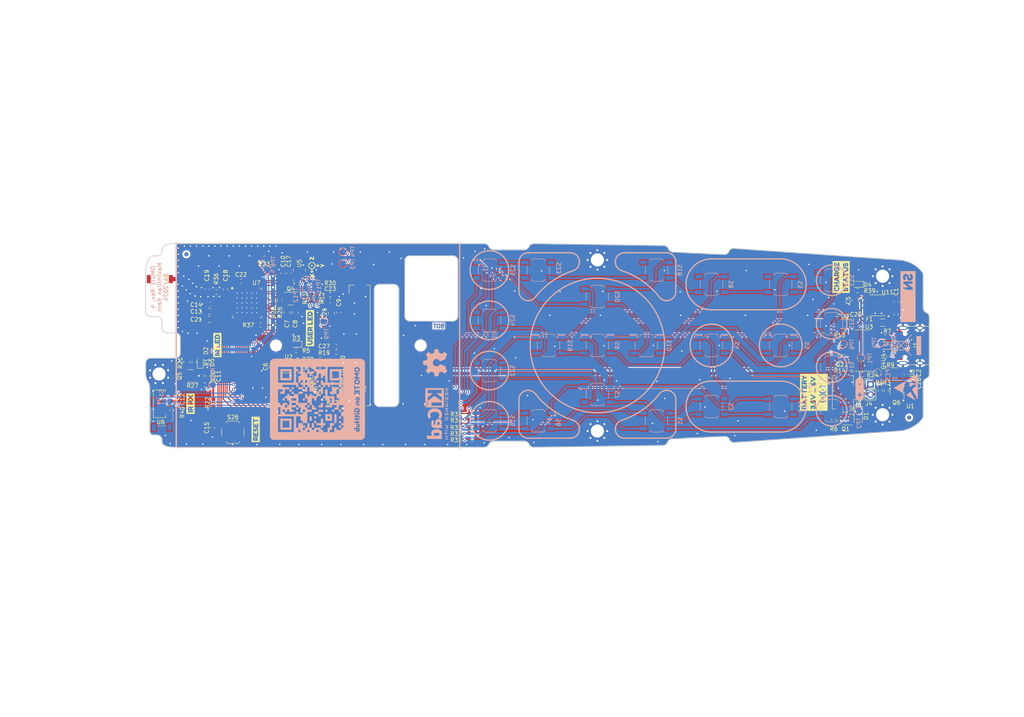
<source format=kicad_pcb>
(kicad_pcb (version 20240108) (generator "pcbnew") (generator_version "8.0")
  (title_block (title "OMOTE - Open Universal Remote") (date "2024-04-01") (rev "4") (company "Maximilian Kern"))
  (layers (0 "F.Cu" signal) (31 "B.Cu" signal) (34 "B.Paste" user) (35 "F.Paste" user) (36 "B.SilkS" user "B.Silkscreen") (37 "F.SilkS" user "F.Silkscreen") (38 "B.Mask" user) (39 "F.Mask" user) (44 "Edge.Cuts" user))
  (net 0 "")
  (net 1 "+3.3V")
  (net 2 "RTS")
  (net 3 "Net-(AE1-A)")
  (net 4 "DTR")
  (net 5 "CRG_STAT")
  (net 6 "IO0")
  (net 7 "/LCD_NRST")
  (net 8 "Net-(U3-V3)")
  (net 9 "LCD_EN")
  (net 10 "Net-(Q3-D)")
  (net 11 "Net-(U7-LNA_IN)")
  (net 12 "Net-(D1-K)")
  (net 13 "Net-(D2-A)")
  (net 14 "Net-(D3-K)")
  (net 15 "Net-(J1-CC2)")
  (net 16 "Net-(J1-CC1)")
  (net 21 "SW_B")
  (net 22 "SW_A")
  (net 23 "SW_D")
  (net 24 "SW_C")
  (net 25 "SW_2")
  (net 26 "SW_1")
  (net 27 "SW_E")
  (net 28 "LCD_SCK")
  (net 29 "LCD_MOSI")
  (net 30 "LCD_CS")
  (net 31 "IR_LED")
  (net 32 "SDA")
  (net 33 "LCD_BL")
  (net 34 "LCD_DC")
  (net 35 "SCL")
  (net 36 "IR_RX")
  (net 37 "SW_5")
  (net 38 "USB_RXD")
  (net 39 "USB_TXD")
  (net 40 "SW_4")
  (net 41 "SW_3")
  (net 42 "VBUS")
  (net 43 "Net-(Q2B-B2)")
  (net 44 "+VSW")
  (net 45 "GND")
  (net 46 "/LEDA#1")
  (net 47 "/LEDA#2")
  (net 48 "/LEDA#3")
  (net 49 "/LEDA#4")
  (net 50 "+BATT")
  (net 51 "Net-(Q2A-B1)")
  (net 52 "ESP_EN")
  (net 53 "Net-(Q3-G)")
  (net 54 "Net-(Q4-G)")
  (net 55 "Net-(Q5-D)")
  (net 56 "Net-(Q5-G)")
  (net 57 "/TP_NRST")
  (net 58 "ACC_INT")
  (net 59 "Net-(U6-OUT)")
  (net 75 "/VUSB_RAW")
  (net 76 "/D+_1")
  (net 77 "/D-_1")
  (net 78 "/D+_2")
  (net 79 "/D-_2")
  (net 83 "IR_VCC")
  (net 86 "Net-(D5-A)")
  (net 96 "Net-(U1-VCC)")
  (net 97 "-BATT")
  (net 98 "Net-(D4-A)")
  (net 99 "Net-(Q6B-G)")
  (net 100 "Net-(Q6A-G)")
  (net 101 "Net-(Q6A-D)")
  (net 102 "Net-(U1-CS)")
  (net 103 "Net-(U11-PROG)")
  (net 105 "Net-(D3-A)")
  (footprint "kibuzzard-643EE5A3" (layer "F.Cu") (at 63 116.3 90)
    (property "Reference" "kibuzzard-643EE5A3" (hide yes))
    (property "Value" "G***" (hide yes))
  )
  (footprint "omoteLib:LED_5mm_Side_Mount" (layer "F.Cu") (at 59.676677 102 90)
    (property "Reference" "D2")
    (property "Value" "SFH4547 ")
  )
  (footprint "kibuzzard-64A91C1C" (layer "F.Cu") (at 92.8 80.6 90)
    (property "Reference" "kibuzzard-64A91C1C" (hide yes))
    (property "Value" "G***" (hide yes))
  )
  (footprint "Diode_SMD:D_SOD-123" (layer "F.Cu") (at 226.9 119.3 -90)
    (property "Reference" "D1")
    (property "Value" "MBR0520")
  )
  (footprint "Resistor_SMD:R_0603_1608Metric" (layer "F.Cu") (at 222.400146 105.254952 180)
    (property "Reference" "R14")
    (property "Value" "10k")
  )
  (footprint "omoteLib:JST_PH_B2B-PH-SM4-TB_1x02-1MP_P2.00mm_Vertical" (layer "F.Cu") (at 224.9 113.5 90)
    (property "Reference" "J3")
    (property "Value" "JST_PH_B2B-PH")
  )
  (footprint "Package_SO:Infineon_PG-DSO-8-27_3.9x4.9mm_EP2.65x3mm" (layer "F.Cu") (at 231.64 92.15 180)
    (property "Reference" "U11")
    (property "Value" "TP4056")
  )
  (footprint "Resistor_SMD:R_0603_1608Metric" (layer "F.Cu") (at 97.837763 110.008033 180)
    (property "Reference" "R16")
    (property "Value" "10")
  )
  (footprint "Capacitor_SMD:C_0603_1608Metric" (layer "F.Cu") (at 227.5 109.2)
    (property "Reference" "C24")
    (property "Value" "100nF")
  )
  (footprint "Resistor_SMD:R_0603_1608Metric" (layer "F.Cu") (at 94.8 107 180)
    (property "Reference" "R25")
    (property "Value" "4k7")
  )
  (footprint "Package_TO_SOT_SMD:SOT-23-5" (layer "F.Cu") (at 235.8375 109.05 180)
    (property "Reference" "U8")
    (property "Value" "AP2112K-3.3")
  )
  (footprint "Capacitor_SMD:C_0805_2012Metric" (layer "F.Cu") (at 88.7 93.9 90)
    (property "Reference" "C8")
    (property "Value" "10uF")
  )
  (footprint "Capacitor_SMD:C_0805_2012Metric" (layer "F.Cu") (at 67.65 93.6)
    (property "Reference" "C13")
    (property "Value" "10uF")
  )
  (footprint "Capacitor_SMD:C_0603_1608Metric" (layer "F.Cu") (at 236.2 91.2 -90)
    (property "Reference" "C1")
    (property "Value" "100nF")
  )
  (footprint "Resistor_SMD:R_0603_1608Metric" (layer "F.Cu") (at 81.070665 80.576144 180)
    (property "Reference" "R23")
    (property "Value" "10k")
  )
  (footprint "Package_TO_SOT_SMD:SOT-23" (layer "F.Cu") (at 63 109.5 180)
    (property "Reference" "Q5")
    (property "Value" "DMG2301L")
  )
  (footprint "Package_TO_SOT_SMD:SOT-23-5" (layer "F.Cu") (at 86.2 107.2 180)
    (property "Reference" "U2")
    (property "Value" "XC6220B331")
  )
  (footprint "Package_TO_SOT_SMD:SOT-23" (layer "F.Cu") (at 223.78125 119.95 180)
    (property "Reference" "Q1")
    (property "Value" "DMG2301L")
  )
  (footprint "Capacitor_SMD:C_0603_1608Metric" (layer "F.Cu") (at 97.3 91)
    (property "Reference" "C23")
    (property "Value" "100nF")
  )
  (footprint "omoteLib:QFN-48-1EP_7x7mm_P0.5mm_EP5.3x5.3mm_ThermalVias_MR" (layer "F.Cu") (at 76.85 91.55)
    (property "Reference" "U7")
    (property "Value" "ESP32-PICO-D4")
  )
  (footprint "omoteLib:XDCR_LIS3DHTR" (layer "F.Cu") (at 89.75 84.786992 90)
    (property "Reference" "U5")
    (property "Value" "LIS3DHTR")
  )
  (footprint "Capacitor_SMD:C_0603_1608Metric" (layer "F.Cu") (at 239.5 111.4 180)
    (property "Reference" "C26")
    (property "Value" "100nF")
  )
  (footprint "Resistor_SMD:R_0603_1608Metric" (layer "F.Cu") (at 65.75625 109.45 90)
    (property "Reference" "R20")
    (property "Value" "10k")
  )
  (footprint "LED_SMD:LED_0603_1608Metric" (layer "F.Cu") (at 88.9 101.7 180)
    (property "Reference" "D3")
    (property "Value" "LED")
  )
  (footprint "Package_TO_SOT_SMD:SOT-23" (layer "F.Cu") (at 87.6 90.5)
    (property "Reference" "Q4")
    (property "Value" "DMG2301L")
  )
  (footprint "Package_TO_SOT_SMD:SOT-363_SC-70-6" (layer "F.Cu") (at 222.300146 103.111992 180)
    (property "Reference" "Q2")
    (property "Value" "MBT3904DW1")
  )
  (footprint "Resistor_SMD:R_0603_1608Metric" (layer "F.Cu") (at 68.6 116.05 90)
    (property "Reference" "R22")
    (property "Value" "10k")
  )
  (footprint "Capacitor_SMD:C_0603_1608Metric" (layer "F.Cu") (at 226.25 96.52 90)
    (property "Reference" "C20")
    (property "Value" "100nF")
  )
  (footprint "Capacitor_SMD:C_0805_2012Metric" (layer "F.Cu") (at 226.15 90.95 90)
    (property "Reference" "C5")
    (property "Value" "10uF")
  )
  (footprint "Fiducial:Fiducial_1mm_Mask2mm" (layer "F.Cu") (at 239.4 119.7)
    (property "Reference" "FID3" (hide yes))
    (property "Value" "Fiducial")
  )
  (footprint "kibuzzard-643EE5B9" (layer "F.Cu") (at 79 122.6 90)
    (property "Reference" "kibuzzard-643EE5B9" (hide yes))
    (property "Value" "G***" (hide yes))
  )
  (footprint "Resistor_SMD:R_0603_1608Metric" (layer "F.Cu") (at 97.837763 114.508033 180)
    (property "Reference" "R17")
    (property "Value" "10")
  )
  (footprint "Resistor_SMD:R_0603_1608Metric" (layer "F.Cu") (at 94 90.3 90)
    (property "Reference" "R12")
    (property "Value" "4k7")
  )
  (footprint "Capacitor_SMD:C_0805_2012Metric" (layer "F.Cu") (at 97.6 94.1 -90)
    (property "Reference" "C25")
    (property "Value" "10uF")
  )
  (footprint "Resistor_SMD:R_0603_1608Metric" (layer "F.Cu") (at 58.4 117.9 90)
    (property "Reference" "R40")
    (property "Value" "2k2")
  )
  (footprint "MountingHole:MountingHole_3.2mm_M3_Pad_Via" (layer "F.Cu") (at 232.876677 85)
    (property "Reference" "H2" (hide yes))
    (property "Value" "MountingHole")
  )
  (footprint "kibuzzard-643EE600" (layer "F.Cu") (at 222.7 85.2 90)
    (property "Reference" "kibuzzard-643EE600" (hide yes))
    (property "Value" "G***" (hide yes))
  )
  (footprint "Capacitor_SMD:C_0603_1608Metric" (layer "F.Cu") (at 75.4 86.2 180)
    (property "Reference" "C22")
    (property "Value" "100nF")
  )
  (footprint "Capacitor_SMD:C_0603_1608Metric" (layer "F.Cu") (at 238.7 109.1 90)
    (property "Reference" "C2")
    (property "Value" "1uF")
  )
  (footprint "Fuse:Fuse_1206_3216Metric_Pad1.42x1.75mm_HandSolder" (layer "F.Cu") (at 232.9 96.4)
    (property "Reference" "F1")
    (property "Value" "500mA")
  )
  (footprint "Package_TO_SOT_SMD:SOT-23-6" (layer "F.Cu") (at 236.3 113.2 -90)
    (property "Reference" "Q6")
    (property "Value" "FS8205A")
  )
  (footprint "LED_SMD:LED_0603_1608Metric" (layer "F.Cu") (at 65.4 106.1 90)
    (property "Reference" "D5")
    (property "Value" "LED")
  )
  (footprint "Capacitor_SMD:C_0603_1608Metric" (layer "F.Cu") (at 67.25625 109.45 -90)
    (property "Reference" "C11")
    (property "Value" "2.2uF")
  )
  (footprint "kibuzzard-64A91BF0" (layer "F.Cu") (at 92.8 84.9 90)
    (property "Reference" "kibuzzard-64A91BF0" (hide yes))
    (property "Value" "G***" (hide yes))
  )
  (footprint "LOGO" (layer "F.Cu") (at 63 123.5 90)
    (property "Reference" "G***" (hide yes))
    (property "Value" "LOGO" (hide yes))
  )
  (footprint "omoteLib:TFT_2.83IN_240X320_50PIN" (layer "F.Cu") (at 91.622852 102 90)
    (property "Reference" "J2")
    (property "Value" "Conn_01x50")
    (fp_line (start -13.802074 16.49481) (end 13.80519 16.497926) (stroke (width 0.2)) (layer "Edge.Cuts"))
    (fp_line (start -15.00519 21.302074) (end -15.002074 17.69481) (stroke (width 0.2)) (layer "Edge.Cuts"))
    (fp_line (start 15.002074 21.30519) (end 15.00519 17.697926) (stroke (width 0.2)) (layer "Edge.Cuts"))
    (fp_line (start -13.80519 22.502074) (end 13.802074 22.50519) (stroke (width 0.2)) (layer "Edge.Cuts"))
    (fp_line (start 20.80519 23.997926) (end 7.197926 23.99481) (stroke (width 0.2)) (layer "Edge.Cuts"))
    (fp_line (start 5.997926 25.19481) (end 5.99481 35.802074) (stroke (width 0.2)) (layer "Edge.Cuts"))
    (fp_line (start 22.00519 25.197926) (end 22.002074 35.80519) (stroke (width 0.2)) (layer "Edge.Cuts"))
    (fp_line (start 20.802074 37.00519) (end 7.19481 37.002074) (stroke (width 0.2)) (layer "Edge.Cuts"))
    (fp_arc (start 13.80519 16.497926) (mid 14.653715 16.849396) (end 15.00519 17.697926) (stroke (width 0.2)) (layer "Edge.Cuts"))
    (fp_arc (start -15.002074 17.69481) (mid -14.650602 16.846282) (end -13.802074 16.49481) (stroke (width 0.2)) (layer "Edge.Cuts"))
    (fp_arc (start 15.002074 21.30519) (mid 14.650604 22.153715) (end 13.802074 22.50519) (stroke (width 0.2)) (layer "Edge.Cuts"))
    (fp_arc (start -13.80519 22.502074) (mid -14.653718 22.150602) (end -15.00519 21.302074) (stroke (width 0.2)) (layer "Edge.Cuts"))
    (fp_arc (start 20.80519 23.997926) (mid 21.653715 24.349396) (end 22.00519 25.197926) (stroke (width 0.2)) (layer "Edge.Cuts"))
    (fp_arc (start 5.997926 25.19481) (mid 6.349398 24.346284) (end 7.197926 23.99481) (stroke (width 0.2)) (layer "Edge.Cuts"))
    (fp_arc (start 22.002074 35.80519) (mid 21.650604 36.653715) (end 20.802074 37.00519) (stroke (width 0.2)) (layer "Edge.Cuts"))
    (fp_arc (start 7.19481 37.002074) (mid 6.346285 36.650604) (end 5.99481 35.802074) (stroke (width 0.2)) (layer "Edge.Cuts"))
  )
  (footprint "Package_TO_SOT_SMD:SOT-23-6" (layer "F.Cu") (at 239.7 114.2 90)
    (property "Reference" "U1")
    (property "Value" "DW01A")
  )
  (footprint "Package_SO:SOIC-16_3.9x9.9mm_P1.27mm" (layer "F.Cu") (at 228 103.25 180)
    (property "Reference" "U3")
    (property "Value" "CH340C")
  )
  (footprint "omoteLib:Heimdall vertical" (layer "F.Cu") (at 55.4 116.3 90)
    (property "Reference" "U6")
    (property "Value" "TSSP77038")
  )
  (footprint "kibuzzard-64A91C24" (layer "F.Cu") (at 95.4 82.4 90)
    (property "Reference" "kibuzzard-64A91C24" (hide yes))
    (property "Value" "G***" (hide yes))
  )
  (footprint "Resistor_SMD:R_0603_1608Metric" (layer "F.Cu") (at 132.175 122)
    (property "Reference" "R33")
    (property "Value" "10k")
  )
  (footprint "Package_DFN_QFN:TDFN-8-1EP_2x2mm_P0.5mm_EP0.8x1.2mm" (layer "F.Cu") (at 223.6 96.75 180)
    (property "Reference" "U9")
    (property "Value" "MAX17048G")
  )
  (footprint "Resistor_SMD:R_0603_1608Metric" (layer "F.Cu") (at 226.7 88.5)
    (property "Reference" "R39")
    (property "Value" "2k2")
  )
  (footprint "Capacitor_SMD:C_0603_1608Metric" (layer "F.Cu") (at 71.6 88.161493 -90)
    (property "Reference" "C18")
    (property "Value" "1.2pF")
  )
  (footprint "Capacitor_SMD:C_0805_2012Metric" (layer "F.Cu") (at 95.35 113.45 90)
    (property "Reference" "C16")
    (property "Value" "10uF")
  )
  (footprint "Capacitor_SMD:C_0603_1608Metric" (layer "F.Cu") (at 98.8 102.2)
    (property "Reference" "C27")
    (property "Value" "1uF")
  )
  (footprint "Resistor_SMD:R_0603_1608Metric" (layer "F.Cu") (at 97.837763 113.008033 180)
    (property "Reference" "R15")
    (property "Value" "10")
  )
  (footprint "Fiducial:Fiducial_1mm_Mask2mm" (layer "F.Cu") (at 62.000146 79.611992)
    (property "Reference" "FID4" (hide yes))
    (property "Value" "Fiducial")
  )
  (footprint "LED_SMD:LED_0603_1608Metric" (layer "F.Cu") (at 226.7 87 180)
    (property "Reference" "D4")
    (property "Value" "LED")
  )
  (footprint "Capacitor_SMD:C_0603_1608Metric" (layer "F.Cu") (at 233.043 109.195114 90)
    (property "Reference" "C4")
    (property "Value" "1uF")
  )
  (footprint "Resistor_SMD:R_0603_1608Metric" (layer "F.Cu") (at 97.837763 111.508033 180)
    (property "Reference" "R18")
    (property "Value" "10")
  )
  (footprint "Resistor_SMD:R_0603_1608Metric" (layer "F.Cu") (at 220.9 120.2 -90)
    (property "Reference" "R6")
    (property "Value" "10k")
  )
  (footprint "Capacitor_SMD:C_0603_1608Metric" (layer "F.Cu") (at 85.7 84.3 90)
    (property "Reference" "C10")
    (property "Value" "100nF")
  )
  (footprint "Resistor_SMD:R_0603_1608Metric" (layer "F.Cu") (at 66.49375 111.7)
    (property "Reference" "R27")
    (property "Value" "330")
  )
  (footprint "Resistor_SMD:R_0603_1608Metric" (layer "F.Cu") (at 80.2 97)
    (property "Reference" "R37")
    (property "Value" "10k")
  )
  (footprint "Resistor_SMD:R_0603_1608Metric" (layer "F.Cu") (at 69.35 88.911809)
    (property "Reference" "R36")
    (property "Value" "0")
  )
  (footprint "Resistor_SMD:R_0603_1608Metric" (layer "F.Cu") (at 88.905113 103.203134)
    (property "Reference" "R5")
    (property "Value" "2k2")
  )
  (footprint "Package_TO_SOT_SMD:SOT-23" (layer "F.Cu") (at 98.025 106.4625 90)
    (property "Reference" "U10")
    (property "Value" "APX803S")
  )
  (footprint "MountingHole:MountingHole_2.5mm" (layer "F.Cu") (at 84 102)
    (property "Reference" "H7" (hide yes))
    (property "Value" "MountingHole")
  )
  (footprint "Resistor_SMD:R_0603_1608Metric" (layer "F.Cu") (at 94.8 105.4 180)
    (property "Reference" "R29")
    (property "Value" "330")
  )
  (footprint "Capacitor_SMD:C_0805_2012Metric" (layer "F.Cu") (at 86.7 93.9 90)
    (property "Reference" "C7")
    (property "Value" "10uF")
  )
  (footprint "Resistor_SMD:R_0603_1608Metric" (layer "F.Cu") (at 84.9 90.925 -90)
    (property "Reference" "R26")
    (property "Value" "10k")
  )
  (footprint "kibuzzard-643EE46C" (layer "F.Cu") (at 92.35 97.75 90)
    (property "Reference" "kibuzzard-643EE46C" (hide yes))
    (property "Value" "G***" (hide yes))
  )
  (footprint "Capacitor_SMD:C_0603_1608Metric" (layer "F.Cu") (at 67.1 88.161493 -90)
    (property "Reference" "C19")
    (property "Value" "1.2pF")
  )
  (footprint "Package_TO_SOT_SMD:SOT-666" (layer "F.Cu") (at 233.7 102.05 180)
    (property "Reference" "U4")
    (property "Value" "USBLC6-2P6")
  )
  (footprint "Capacitor_SMD:C_0603_1608Metric" (layer "F.Cu") (at 67.9 91.85 180)
    (property "Reference" "C14")
    (property "Value" "100nF")
  )
  (footprint "MountingHole:MountingHole_3.2mm_M3_Pad_Via" (layer "F.Cu") (at 162.876677 123)
    (property "Reference" "H5" (hide yes))
    (property "Value" "MountingHole")
  )
  (footprint "MountingHole:MountingHole_3.2mm_M3_Pad_Via" (layer "F.Cu") (at 55.300146 109 22.5)
    (property "Reference" "H4" (hide yes))
    (property "Value" "MountingHole")
  )
  (footprint "kibuzzard-643EE8B3" (layer "F.Cu") (at 216 113.5 90)
    (property "Reference" "kibuzzard-643EE8B3" (hide yes))
    (property "Value" "G***" (hide yes))
  )
  (footprint "Capacitor_SMD:C_0805_2012Metric" (layer "F.Cu") (at 89.3 107.2 -90)
    (property "Reference" "C3")
    (property "Value" "10uF")
  )
  (footprint "Capacitor_SMD:C_0603_1608Metric" (layer "F.Cu") (at 87.2 84.3 90)
    (property "Reference" "C17")
    (property "Value" "100nF")
  )
  (footprint "Connector_PinHeader_2.54mm:PinHeader_1x02_P2.54mm_Vertical" (layer "F.Cu") (at 229.9 111.525)
    (property "Reference" "J4")
    (property "Value" "2.54x2 Header")
  )
  (footprint "Capacitor_SMD:C_0805_2012Metric" (layer "F.Cu") (at 83.1 107.2 90)
    (property "Reference" "C6")
    (property "Value" "10uF")
  )
  (footprint "Resistor_SMD:R_0603_1608Metric" (layer "F.Cu") (at 232.3 113.1 -90)
    (property "Reference" "R4")
    (property "Value" "100")
  )
  (footprint "Resistor_SMD:R_0603_1608Metric" (layer "F.Cu") (at 132.175 123.5)
    (property "Reference" "R32")
    (property "Value" "10k")
  )
  (footprint "Resistor_SMD:R_0603_1608Metric" (layer "F.Cu") (at 132.175 125)
    (property "Reference" "R31")
    (property "Value" "10k")
  )
  (footprint "kibuzzard-643EE532" (layer "F.Cu") (at 69.6 101.9 90)
    (property "Reference" "kibuzzard-643EE532" (hide yes))
    (property "Value" "G***" (hide yes))
  )
  (footprint "Resistor_SMD:R_0603_1608Metric" (layer "F.Cu") (at 98.8 103.7 180)
    (property "Reference" "R19")
    (property "Value" "10k")
  )
  (footprint "Resistor_SMD:R_0603_1608Metric" (layer "F.Cu") (at 132.2 120.2)
    (property "Reference" "R34")
    (property "Value" "10k")
  )
  (footprint "Resistor_SMD:R_0603_1608Metric" (layer "F.Cu") (at 236.2 94.4 90)
    (property "Reference" "R8")
    (property "Value" "4k7")
  )
  (footprint "Resistor_SMD:R_0603_1608Metric" (layer "F.Cu") (at 83.4375 90.925 -90)
    (property "Reference" "R28")
    (property "Value" "330")
  )
  (footprint "Resistor_SMD:R_0603_1608Metric" (layer "F.Cu") (at 63.9 106.1 -90)
    (property "Reference" "R1")
    (property "Value" "2k2")
  )
  (footprint "Resistor_SMD:R_0603_1608Metric" (layer "F.Cu") (at 132.2 118.7)
    (property "Reference" "R35")
    (property "Value" "10k")
  )
  (footprint "omoteLib:RFANT5220110A2T" (layer "F.Cu") (at 55.500146 85.711992)
    (property "Reference" "AE1" (hide yes))
    (property "Value" "Antenna")
  )
  (footprint "MountingHole:MountingHole_3.2mm_M3_Pad_Via" (layer "F.Cu") (at 162.876677 81)
    (property "Reference" "H1" (hide yes))
    (property "Value" "MountingHole")
  )
  (footprint "Resistor_SMD:R_0603_1608Metric" (layer "F.Cu") (at 92.5 90.3 90)
    (property "Reference" "R11")
    (property "Value" "4k7")
  )
  (footprint "Capacitor_SMD:C_0603_1608Metric" (layer "F.Cu") (at 58.4 114.9 90)
    (property "Reference" "C12")
    (property "Value" "100nF")
  )
  (footprint "Resistor_SMD:R_0603_1608Metric" (layer "F.Cu") (at 234.4 104.7 90)
    (property "Reference" "R9")
    (property "Value" "5.1k")
  )
  (footprint "Capacitor_SMD:C_0805_2012Metric" (layer "F.Cu") (at 238 91.4 90)
    (property "Reference" "C28")
    (property "Value" "10uF")
  )
  (footprint "Capacitor_SMD:C_0603_1608Metric" (layer "F.Cu") (at 68.4 122.2 90)
    (property "Reference" "C15")
    (property "Value" "1uF")
  )
  (footprint "Capacitor_SMD:C_0603_1608Metric" (layer "F.Cu") (at 99.4 93.9 90)
    (property "Reference" "C9")
    (property "Value" "100nF")
  )
  (footprint "Button_Switch_SMD:SW_SPST_TL3342" (layer "F.Cu") (at 73.4 123.3 180)
    (property "Reference" "S26")
    (property "Value" "TL3342F160QG")
  )
  (footprint "Resistor_SMD:R_0603_1608Metric" (layer "F.Cu") (at 222.310276 100.94946)
    (property "Reference" "R13")
    (property "Value" "10k")
  )
  (footprint "Resistor_SMD:R_0805_2012Metric" (layer "F.Cu") (at 62.1 106.0625 90)
    (property "Reference" "R21")
    (property "Value" "3R3")
  )
  (footprint "omoteLib:USB_C_Receptacle_HRO_TYPE-C-31-M-12" (layer "F.Cu") (at 241 102 90)
    (property "Reference" "J1")
    (property "Value" "USB_C_Receptacle_USB2.0")
  )
  (footprint "Resistor_SMD:R_0603_1608Metric" (layer "F.Cu") (at 97.3 89.5)
    (property "Reference" "R30")
    (property "Value" "10k")
  )
  (footprint "MountingHole:MountingHole_3.2mm_M3_Pad_Via" (layer "F.Cu") (at 232.876677 119)
    (property "Reference" "H3" (hide yes))
    (property "Value" "MountingHole")
  )
  (footprint "MountingHole:MountingHole_2.5mm" (layer "F.Cu") (at 119.5 102)
    (property "Reference" "H6" (hide yes))
    (property "Value" "MountingHole")
  )
  (footprint "Resistor_SMD:R_0603_1608Metric" (layer "F.Cu") (at 233.8 113.1 -90)
    (property "Reference" "R3")
    (property "Value" "1k")
  )
  (footprint "Capacitor_SMD:C_0805_2012Metric" (layer "F.Cu") (at 67.65 95.6)
    (property "Reference" "C21")
    (property "Value" "10uF")
  )
  (footprint "Package_TO_SOT_SMD:SOT-23" (layer "F.Cu") (at 94.6 109.8 -90)
    (property "Reference" "Q3")
    (property "Value" "DMG2301L")
  )
  (footprint "Resistor_SMD:R_0603_1608Metric" (layer "F.Cu") (at 233.5 99.9)
    (property "Reference" "R7")
    (property "Value" "5.1k")
  )
  (footprint "Button_Switch_SMD:SW_SPST_TL3342" (layer "B.Cu") (at 136.376677 95.833333)
    (property "Reference" "S24")
    (property "Value" "TL3342F160QG")
  )
  (footprint "Button_Switch_SMD:SW_SPST_TL3342" (layer "B.Cu") (at 55.93694 119.005171 -90)
    (property "Reference" "S17")
    (property "Value" "TL3342F160QG")
  )
  (footprint "Button_Switch_SMD:SW_SPST_TL3342" (layer "B.Cu") (at 207.876677 87)
    (property "Reference" "S3")
    (property "Value" "TL3342F160QG")
  )
  (footprint "Button_Switch_SMD:SW_SPST_TL3342" (layer "B.Cu") (at 148.376677 120.5)
    (property "Reference" "S6")
    (property "Value" "TL3342F160QG")
  )
  (footprint "TestPoint:TestPoint_Pad_D1.5mm" (layer "B.Cu") (at 227.6 105.05 180)
    (property "Reference" "TP1")
    (property "Value" "TestPoint")
  )
  (footprint "Button_Switch_SMD:SW_SPST_TL3342" (layer "B.Cu") (at 190.876677 117)
    (property "Reference" "S2")
    (property "Value" "TL3342F160QG")
  )
  (footprint "Button_Switch_SMD:SW_SPST_TL3342" (layer "B.Cu") (at 136.376677 83.5)
    (property "Reference" "S25")
    (property "Value" "TL3342F160QG")
  )
  (footprint "kibuzzard-644014FA" (layer "B.Cu") (at 239.1 90 -90)
    (property "Reference" "kibuzzard-644014FA" (hide yes))
    (property "Value" "G***" (hide yes))
  )
  (footprint "TestPoint:TestPoint_Pad_D1.5mm" (layer "B.Cu") (at 90.932 89.662 180)
    (property "Reference" "TP12")
    (property "Value" "TestPoint")
  )
  (footprint "Button_Switch_SMD:SW_SPST_TL3342" (layer "B.Cu") (at 207.876677 102)
    (property "Reference" "S5")
    (property "Value" "TL3342F160QG")
  )
  (footprint "kibuzzard-63D97EAF" (layer "B.Cu") (at 227.25 112.75 90)
    (property "Reference" "kibuzzard-63D97EAF" (hide yes))
    (property "Value" "G***" (hide yes))
  )
  (footprint "Fiducial:Fiducial_1mm_Mask2mm" (layer "B.Cu") (at 239.4 119.7 180)
    (property "Reference" "FID1" (hide yes))
    (property "Value" "Fiducial")
  )
  (footprint "TestPoint:TestPoint_Pad_D1.5mm" (layer "B.Cu") (at 95.77963 96.046545 180)
    (property "Reference" "TP9")
    (property "Value" "TestPoint")
  )
  (footprint "TestPoint:TestPoint_Pad_D1.5mm" (layer "B.Cu") (at 100.389591 78.976307 180)
    (property "Reference" "TP4")
    (property "Value" "TestPoint")
  )
  (footprint "Button_Switch_SMD:SW_SPST_TL3342" (layer "B.Cu") (at 207.876677 117)
    (property "Reference" "S12")
    (property "Value" "TL3342F160QG")
  )
  (footprint "TestPoint:TestPoint_Pad_D1.5mm" (layer "B.Cu") (at 100.427785 81.955416 180)
    (property "Reference" "TP3")
    (property "Value" "TestPoint")
  )
  (footprint "Button_Switch_SMD:SW_SPST_TL3342" (layer "B.Cu") (at 190.876677 102)
    (property "Reference" "S4")
    (property "Value" "TL3342F160QG")
  )
  (footprint "Button_Switch_SMD:SW_SPST_TL3342" (layer "B.Cu") (at 220.376677 96.666667)
    (property "Reference" "S15")
    (property "Value" "TL3342F160QG")
  )
  (footprint "Button_Switch_SMD:SW_SPST_TL3342" (layer "B.Cu") (at 162.876677 114)
    (property "Reference" "S7")
    (property "Value" "TL3342F160QG")
  )
  (footprint "Button_Switch_SMD:SW_SPST_TL3342" (layer "B.Cu") (at 148.376677 83.5)
    (property "Reference" "S23")
    (property "Value" "TL3342F160QG")
  )
  (footprint "LOGO" (layer "B.Cu") (at 94.176571 115.252962 -90)
    (property "Reference" "G***" (hide yes))
    (property "Value" "LOGO" (hide yes))
  )
  (footprint "Button_Switch_SMD:SW_SPST_TL3342" (layer "B.Cu") (at 136.376677 108.166667)
    (property "Reference" "S22")
    (property "Value" "TL3342F160QG")
  )
  (footprint "TestPoint:TestPoint_Pad_D1.5mm" (layer "B.Cu") (at 223.2 101.7 180)
    (property "Reference" "TP6")
    (property "Value" "TestPoint")
  )
  (footprint "Fiducial:Fiducial_1mm_Mask2mm" (layer "B.Cu") (at 62.000146 79.611992 180)
    (property "Reference" "FID2" (hide yes))
    (property "Value" "Fiducial")
  )
  (footprint "Button_Switch_SMD:SW_SPST_TL3342" (layer "B.Cu") (at 220.376677 107.333333)
    (property "Reference" "S14")
    (property "Value" "TL3342F160QG")
  )
  (footprint "TestPoint:TestPoint_Pad_D1.5mm" (layer "B.Cu") (at 94 90.3 180)
    (property "Reference" "TP11")
    (property "Value" "TestPoint")
  )
  (footprint "Button_Switch_SMD:SW_SPST_TL3342" (layer "B.Cu") (at 190.876677 87)
    (property "Reference" "S8")
    (property "Value" "TL3342F160QG")
  )
  (footprint "Symbol:OSHW-Symbol_6.7x6mm_SilkScreen" (layer "B.Cu") (at 123.075 106.225 -90)
    (property "Reference" "REF**" (hide yes))
    (property "Value" "OSHW-Symbol_6.7x6mm_SilkScreen" (hide yes))
  )
  (footprint "TestPoint:TestPoint_Pad_D1.5mm" (layer "B.Cu") (at 227.1 118.11 180)
    (property "Reference" "TP2")
    (property "Value" "TestPoint")
  )
  (footprint "TestPoint:TestPoint_Pad_D1.5mm" (layer "B.Cu") (at 217.3 112.3 180)
    (property "Reference" "TP7")
    (property "Value" "TestPoint")
  )
  (footprint "Button_Switch_SMD:SW_SPST_TL3342" (layer "B.Cu") (at 150.876677 102)
    (property "Reference" "S19")
    (property "Value" "TL3342F160QG")
  )
  (footprint "Button_Switch_SMD:SW_SPST_TL3342" (layer "B.Cu") (at 162.876677 90)
    (property "Reference" "S20")
    (property "Value" "TL3342F160QG")
  )
  (footprint "Button_Switch_SMD:SW_SPST_TL3342" (layer "B.Cu") (at 177.376677 83.5)
    (property "Reference" "S18")
    (property "Value" "TL3342F160QG")
  )
  (footprint "TestPoint:TestPoint_Pad_D1.5mm" (layer "B.Cu") (at 81.788 83.312 180)
    (property "Reference" "TP8")
    (property "Value" "TestPoint")
  )
  (footprint "Symbol:ESD-Logo_6.6x6mm_SilkScreen" (layer "B.Cu") (at 238.55 112.25 -90)
    (property "Reference" "REF**" (hide yes))
    (property "Value" "ESD-Logo_6.6x6mm_SilkScreen" (hide yes))
  )
  (footprint "Button_Switch_SMD:SW_SPST_TL3342" (layer "B.Cu") (at 220.376677 118)
    (property "Reference" "S11")
    (property "Value" "TL3342F160QG")
  )
  (footprint "Button_Switch_SMD:SW_SPST_TL3342" (layer "B.Cu") (at 162.876677 102)
    (property "Reference" "S9")
    (property "Value" "TL3342F160QG")
  )
  (footprint "Button_Switch_SMD:SW_SPST_TL3342" (layer "B.Cu") (at 174.876677 102)
    (property "Reference" "S10")
    (property "Value" "TL3342F160QG")
  )
  (footprint "Button_Switch_SMD:SW_SPST_TL3342" (layer "B.Cu") (at 136.376677 120.5)
    (property "Reference" "S16")
    (property "Value" "TL3342F160QG")
  )
  (footprint "Button_Switch_SMD:SW_SPST_TL3342" (layer "B.Cu") (at 177.376677 120.5)
    (property "Reference" "S1")
    (property "Value" "TL3342F160QG")
  )
  (footprint "TestPoint:TestPoint_Pad_D1.5mm" (layer "B.Cu") (at 231.6 108.7 180)
    (property "Reference" "TP13")
    (property "Value" "TestPoint")
  )
  (footprint "TestPoint:TestPoint_Pad_D1.5mm" (layer "B.Cu") (at 68.467401 111.65166 180)
    (property "Reference" "TP10")
    (property "Value" "TestPoint")
  )
  (footprint "TestPoint:TestPoint_Pad_D1.5mm" (layer "B.Cu") (at 232.6 101.3 180)
    (property "Reference" "TP5")
    (property "Value" "TestPoint")
  )
  (footprint "Button_Switch_SMD:SW_SPST_TL3342" (layer "B.Cu") (at 220.376677 86)
    (property "Reference" "S13")
    (property "Value" "TL3342F160QG")
  )
  (footprint "Symbol:KiCad-Logo2_5mm_SilkScreen" (layer "B.Cu") (at 123.25 118.75 -90)
    (property "Reference" "REF**" (hide yes))
    (property "Value" "KiCad-Logo2_5mm_SilkScreen" (hide yes))
  )
  (footprint "Symbol:WEEE-Logo_5.6x8mm_SilkScreen" (layer "B.Cu") (at 238.325 102.05 -90)
    (property "Reference" "REF**" (hide yes))
    (property "Value" "WEEE-Logo_5.6x8mm_SilkScreen" (hide yes))
  )
  (gr_line (start 169.521408 79.249994) (end 179.876673 79.249994) (stroke (width 0.3)) (layer "B.SilkS"))
  (gr_circle (center 136.376673 95.833327) (end 136.376673 100.583327) (stroke (width 0.3)) (fill none) (layer "B.SilkS"))
  (gr_circle (center 207.876673 101.999994) (end 207.876673 107.249994) (stroke (width 0.3)) (fill none) (layer "B.SilkS"))
  (gr_arc (start 169.521408 124.749994) (mid 167.298979 122.851181) (end 168.827642 120.359623) (stroke (width 0.3)) (layer "B.SilkS"))
  (gr_circle (center 136.376673 108.166661) (end 136.376673 112.916661) (stroke (width 0.3)) (fill none) (layer "B.SilkS"))
  (gr_line (start 143.626673 88.756033) (end 143.626673 81.499994) (stroke (width 0.3)) (layer "B.SilkS"))
  (gr_arc (start 190.876673 93.249994) (mid 184.626673 86.999994) (end 190.876673 80.749994) (stroke (width 0.3)) (layer "B.SilkS"))
  (gr_arc (start 145.876673 124.749994) (mid 144.285683 124.090984) (end 143.626673 122.499994) (stroke (width 0.3)) (layer "B.SilkS"))
  (gr_line (start 59.476673 127.199994) (end 59.476673 76.799994) (stroke (width 0.3)) (layer "B.SilkS"))
  (gr_circle (center 162.876673 101.999994) (end 162.876673 118.499994) (stroke (width 0.3)) (fill none) (layer "B.SilkS"))
  (gr_line (start 129.076673 76.799994) (end 129.076673 127.199994) (stroke (width 0.3)) (layer "B.SilkS"))
  (gr_arc (start 178.101731 113.861175) (mid 180.607727 113.116031) (end 182.126673 115.243955) (stroke (width 0.3)) (layer "B.SilkS"))
  (gr_line (start 179.876673 124.749994) (end 169.521408 124.749994) (stroke (width 0.3)) (layer "B.SilkS"))
  (gr_arc (start 179.876673 79.249994) (mid 181.467663 79.909004) (end 182.126673 81.499994) (stroke (width 0.3)) (layer "B.SilkS"))
  (gr_arc (start 207.876673 80.749994) (mid 214.126673 86.999994) (end 207.876673 93.249994) (stroke (width 0.3)) (layer "B.SilkS"))
  (gr_arc (start 147.651615 90.138813) (mid 151.801318 86.194093) (end 156.925704 83.640365) (stroke (width 0.3)) (layer "B.SilkS"))
  (gr_arc (start 190.876673 123.249994) (mid 184.626673 116.999994) (end 190.876673 110.749994) (stroke (width 0.3)) (layer "B.SilkS"))
  (gr_arc (start 182.126673 88.756033) (mid 180.607727 90.883957) (end 178.101731 90.138813) (stroke (width 0.3)) (layer "B.SilkS"))
  (gr_line (start 190.876673 123.249994) (end 207.876673 123.249994) (stroke (width 0.3)) (layer "B.SilkS"))
  (gr_arc (start 156.925704 120.359623) (mid 151.801318 117.805895) (end 147.651615 113.861175) (stroke (width 0.3)) (layer "B.SilkS"))
  (gr_circle (center 220.376673 107.333327) (end 220.376673 111.083327) (stroke (width 0.3)) (fill none) (layer "B.SilkS"))
  (gr_line (start 190.876673 80.749994) (end 207.876673 80.749994) (stroke (width 0.3)) (layer "B.SilkS"))
  (gr_circle (center 220.376673 96.666661) (end 220.376673 100.416661) (stroke (width 0.3)) (fill none) (layer "B.SilkS"))
  (gr_circle (center 220.376673 85.999994) (end 220.376673 89.749994) (stroke (width 0.3)) (fill none) (layer "B.SilkS"))
  (gr_line (start 207.876673 93.249994) (end 190.876673 93.249994) (stroke (width 0.3)) (layer "B.SilkS"))
  (gr_arc (start 143.626673 81.499994) (mid 144.285683 79.909004) (end 145.876673 79.249994) (stroke (width 0.3)) (layer "B.SilkS"))
  (gr_arc (start 168.827642 83.640365) (mid 167.298984 81.148807) (end 169.521408 79.249994) (stroke (width 0.3)) (layer "B.SilkS"))
  (gr_line (start 143.626673 122.499994) (end 143.626673 115.243955) (stroke (width 0.3)) (layer "B.SilkS"))
  (gr_arc (start 147.651615 90.138813) (mid 145.145619 90.883957) (end 143.626673 88.756033) (stroke (width 0.3)) (layer "B.SilkS"))
  (gr_circle (center 136.376673 120.499994) (end 136.376673 125.249994) (stroke (width 0.3)) (fill none) (layer "B.SilkS"))
  (gr_line (start 182.126673 115.243955) (end 182.126673 122.499994) (stroke (width 0.3)) (layer "B.SilkS"))
  (gr_arc (start 182.126673 122.499994) (mid 181.467663 124.090984) (end 179.876673 124.749994) (stroke (width 0.3)) (layer "B.SilkS"))
  (gr_arc (start 207.876673 110.749994) (mid 214.126673 116.999994) (end 207.876673 123.249994) (stroke (width 0.3)) (layer "B.SilkS"))
  (gr_arc (start 178.101731 113.861175) (mid 173.952028 117.805895) (end 168.827642 120.359623) (stroke (width 0.3)) (layer "B.SilkS"))
  (gr_line (start 156.231938 124.749994) (end 145.876673 124.749994) (stroke (width 0.3)) (layer "B.SilkS"))
  (gr_circle (center 220.376673 117.999994) (end 220.376673 121.749994) (stroke (width 0.3)) (fill none) (layer "B.SilkS"))
  (gr_circle (center 136.376673 83.499994) (end 136.376673 88.249994) (stroke (width 0.3)) (fill none) (layer "B.SilkS"))
  (gr_arc (start 143.626673 115.243955) (mid 145.145619 113.11603) (end 147.651615 113.861175) (stroke (width 0.3)) (layer "B.SilkS"))
  (gr_arc (start 168.827642 83.640365) (mid 173.952028 86.194093) (end 178.101731 90.138813) (stroke (width 0.3)) (layer "B.SilkS"))
  (gr_arc (start 156.231938 79.249994) (mid 158.454362 81.148807) (end 156.925704 83.640365) (stroke (width 0.3)) (layer "B.SilkS"))
  (gr_circle (center 190.876673 101.999994) (end 190.876673 107.249994) (stroke (width 0.3)) (fill none) (layer "B.SilkS"))
  (gr_line (start 145.876673 79.249994) (end 156.231938 79.249994) (stroke (width 0.3)) (layer "B.SilkS"))
  (gr_line (start 182.126673 81.499994) (end 182.126673 88.756033) (stroke (width 0.3)) (layer "B.SilkS"))
  (gr_arc (start 156.925704 120.359623) (mid 158.454365 122.851181) (end 156.231938 124.749994) (stroke (width 0.3)) (layer "B.SilkS"))
  (gr_line (start 207.876673 110.749994) (end 190.876673 110.749994) (stroke (width 0.3)) (layer "B.SilkS"))
  (gr_line (start 92.8 83.199998) (end 92.8 84.099998) (stroke (width 0.2)) (layer "F.SilkS"))
  (gr_line (start 92.8 84.099998) (end 93.1 83.799998) (stroke (width 0.2)) (layer "F.SilkS"))
  (gr_line (start 93.6 82.4) (end 94.5 82.4) (stroke (width 0.2)) (layer "F.SilkS"))
  (gr_line (start 92.8 84.099998) (end 92.5 83.799998) (stroke (width 0.2)) (layer "F.SilkS"))
  (gr_circle (center 92.8 82.4) (end 93.6 82.4) (stroke (width 0.2)) (fill none) (layer "F.SilkS"))
  (gr_line (start 94.5 82.4) (end 94.2 82.1) (stroke (width 0.2)) (layer "F.SilkS"))
  (gr_circle (center 92.8 82.4) (end 92.9 82.4) (stroke (width 0.2)) (fill none) (layer "F.SilkS"))
  (gr_line (start 94.5 82.4) (end 94.2 82.7) (stroke (width 0.2)) (layer "F.SilkS"))
  (gr_arc (start 56.827732 77.345632) (mid 57.900277 77.086948) (end 59.000146 77) (stroke (width 0.2)) (layer "Edge.Cuts"))
  (gr_arc (start 243.603208 93.91243) (mid 243.058221 93.47082) (end 242.853208 92.8) (stroke (width 0.2)) (layer "Edge.Cuts"))
  (gr_arc (start 243.603208 93.91243) (mid 244.148195 94.35404) (end 244.353208 95.02486) (stroke (width 0.2)) (layer "Edge.Cuts"))
  (gr_arc (start 54.800146 124) (mid 55.648694 124.351461) (end 56.000146 125.2) (stroke (width 0.2)) (layer "Edge.Cuts"))
  (gr_arc (start 244.353208 108.97514) (mid 244.148196 109.645961) (end 243.603208 110.08757) (stroke (width 0.2)) (layer "Edge.Cuts"))
  (gr_arc (start 180.120485 125.736256) (mid 180.53635 125.177576) (end 181.192474 124.944004) (stroke (width 0.2)) (layer "Edge.Cuts"))
  (gr_arc (start 52.000146 106.3) (mid 52.351618 105.451472) (end 53.200146 105.1) (stroke (width 0.2)) (layer "Edge.Cuts"))
  (gr_line (start 60.500146 100.1) (end 60.500146 103.9) (stroke (width 0.2)) (layer "Edge.Cuts"))
  (gr_arc (start 52.500146 110.746425) (mid 52.127611 109.908295) (end 52.000146 109) (stroke (width 0.2)) (layer "Edge.Cuts"))
  (gr_arc (start 53.920776 124) (mid 53.269804 123.730352) (end 53.000146 123.07937) (stroke (width 0.2)) (layer "Edge.Cuts"))
  (gr_arc (start 242.588502 120.044789) (mid 240.132901 122.083502) (end 237.075719 123) (stroke (width 0.2)) (layer "Edge.Cuts"))
  (gr_arc (start 136.264247 126.25) (mid 135.822638 126.794988) (end 135.151817 127) (stroke (width 0.2)) (layer "Edge.Cuts"))
  (gr_arc (start 52.000146 84) (mid 52.221064 82.255282) (end 52.869872 80.62069) (stroke (width 0.2)) (layer "Edge.Cuts"))
  (gr_line (start 242.853208 119.292975) (end 242.853208 111.2) (stroke (width 0.2)) (layer "Edge.Cuts"))
  (gr_line (start 59.000146 127) (end 135.151817 127) (stroke (width 0.2)) (layer "Edge.Cuts"))
  (gr_arc (start 181.375318 79.064707) (mid 180.71855 78.830633) (end 180.30278 78.270927) (stroke (width 0.2)) (layer "Edge.Cuts"))
  (gr_arc (start 242.588502 83.955211) (mid 242.785099 84.308498) (end 242.853208 84.707025) (stroke (width 0.2)) (layer "Edge.Cuts"))
  (gr_arc (start 56.000146 78.8) (mid 55.648674 79.648528) (end 54.800146 80) (stroke (width 0.2)) (layer "Edge.Cuts"))
  (gr_arc (start 179.210574 77.476372) (mid 179.879075 77.705399) (end 180.30278 78.270927) (stroke (width 0.2)) (layer "Edge.Cuts"))
  (gr_line (start 56.000146 125.2) (end 56.000146 125.51362) (stroke (width 0.2)) (layer "Edge.Cuts"))
  (gr_line (start 242.853208 92.8) (end 242.853208 84.707025) (stroke (width 0.2)) (layer "Edge.Cuts"))
  (gr_line (start 52.000146 84) (end 52.000146 93.7) (stroke (width 0.2)) (layer "Edge.Cuts"))
  (gr_arc (start 56.000146 78.48638) (mid 56.228833 77.781716) (end 56.827732 77.345632) (stroke (width 0.2)) (layer "Edge.Cuts"))
  (gr_arc (start 54.800146 94.9) (mid 55.648674 95.251472) (end 56.000146 96.1) (stroke (width 0.2)) (layer "Edge.Cuts"))
  (gr_line (start 54.800146 80) (end 53.920776 80) (stroke (width 0.2)) (layer "Edge.Cuts"))
  (gr_line (start 53.000146 112.49285) (end 53.000146 123.07937) (stroke (width 0.2)) (layer "Edge.Cuts"))
  (gr_line (start 56.000146 96.1) (end 56.000146 97.7) (stroke (width 0.2)) (layer "Edge.Cuts"))
  (gr_arc (start 57.200146 98.9) (mid 56.351618 98.548528) (end 56.000146 97.7) (stroke (width 0.2)) (layer "Edge.Cuts"))
  (gr_circle (center 55.300146 109) (end 55.300146 110.5) (stroke (width 0.2)) (fill none) (layer "Edge.Cuts"))
  (gr_arc (start 196.453615 125.833266) (mid 195.747039 125.644667) (end 195.281112 125.080975) (stroke (width 0.2)) (layer "Edge.Cuts"))
  (gr_arc (start 52.869872 80.62069) (mid 53.310519 80.166759) (end 53.920776 80) (stroke (width 0.2)) (layer "Edge.Cuts"))
  (gr_arc (start 242.853208 119.292975) (mid 242.785108 119.691507) (end 242.588502 120.044789) (stroke (width 0.2)) (layer "Edge.Cuts"))
  (gr_line (start 52.000146 106.3) (end 52.000146 109) (stroke (width 0.2)) (layer "Edge.Cuts"))
  (gr_arc (start 194.110082 124.328613) (mid 194.815828 124.517665) (end 195.281112 125.080975) (stroke (width 0.2)) (layer "Edge.Cuts"))
  (gr_arc (start 147.201537 127) (mid 146.530734 126.794972) (end 146.089107 126.25) (stroke (width 0.2)) (layer "Edge.Cuts"))
  (gr_line (start 147.201537 127) (end 148.6767 127) (stroke (width 0.2)) (layer "Edge.Cuts"))
  (gr_line (start 179.210574 77.476372) (end 148.6767 77) (stroke (width 0.2)) (layer "Edge.Cuts"))
  (gr_line (start 135.151817 77) (end 59.000146 77) (stroke (width 0.2)) (layer "Edge.Cuts"))
  (gr_circle (center 162.876677 81) (end 162.876677 82.5) (stroke (width 0.2)) (fill none) (layer "Edge.Cuts"))
  (gr_arc (start 60.500146 103.9) (mid 60.148674 104.748528) (end 59.300146 105.1) (stroke (width 0.2)) (layer "Edge.Cuts"))
  (gr_line (start 53.200146 94.9) (end 54.800146 94.9) (stroke (width 0.2)) (layer "Edge.Cuts"))
  (gr_line (start 57.200146 98.9) (end 59.300146 98.9) (stroke (width 0.2)) (layer "Edge.Cuts"))
  (gr_circle (center 232.876677 85) (end 232.876677 86.5) (stroke (width 0.2)) (fill none) (layer "Edge.Cuts"))
  (gr_arc (start 195.149097 78.912659) (mid 195.614934 78.348942) (end 196.321468 78.160285) (stroke (width 0.2)) (layer "Edge.Cuts"))
  (gr_line (start 237.075719 81) (end 196.321468 78.160285) (stroke (width 0.2)) (layer "Edge.Cuts"))
  (gr_arc (start 242.853208 111.2) (mid 243.058221 110.52918) (end 243.603208 110.08757) (stroke (width 0.2)) (layer "Edge.Cuts"))
  (gr_line (start 56.000146 78.48638) (end 56.000146 78.8) (stroke (width 0.2)) (layer "Edge.Cuts"))
  (gr_line (start 148.6767 127) (end 179.028604 126.52929) (stroke (width 0.2)) (layer "Edge.Cuts"))
  (gr_circle (center 162.876677 123) (end 162.876677 124.5) (stroke (width 0.2)) (fill none) (layer "Edge.Cuts"))
  (gr_arc (start 59.300146 98.9) (mid 60.148674 99.251472) (end 60.500146 100.1) (stroke (width 0.2)) (layer "Edge.Cuts"))
  (gr_line (start 181.192474 124.944004) (end 194.110082 124.328613) (stroke (width 0.2)) (layer "Edge.Cuts"))
  (gr_arc (start 52.500146 110.746425) (mid 52.872683 111.584555) (end 53.000146 112.49285) (stroke (width 0.2)) (layer "Edge.Cuts"))
  (gr_arc (start 136.264247 126.25) (mid 136.705856 125.705012) (end 137.376677 125.5) (stroke (width 0.2)) (layer "Edge.Cuts"))
  (gr_circle (center 232.876677 119) (end 232.876677 120.5) (stroke (width 0.2)) (fill none) (layer "Edge.Cuts"))
  (gr_arc (start 146.089107 77.75) (mid 146.530717 77.205013) (end 147.201537 77) (stroke (width 0.2)) (layer "Edge.Cuts"))
  (gr_arc (start 56.827732 126.654368) (mid 56.228841 126.218279) (end 56.000146 125.51362) (stroke (width 0.2)) (layer "Edge.Cuts"))
  (gr_arc (start 59.000146 127) (mid 57.900278 126.913047) (end 56.827732 126.654368) (stroke (width 0.2)) (layer "Edge.Cuts"))
  (gr_line (start 144.976677 78.5) (end 137.376677 78.5) (stroke (width 0.2)) (layer "Edge.Cuts"))
  (gr_arc (start 180.120485 125.736256) (mid 179.69659 126.30082) (end 179.028604 126.52929) (stroke (width 0.2)) (layer "Edge.Cuts"))
  (gr_line (start 193.978036 79.665096) (end 181.375318 79.064707) (stroke (width 0.2)) (layer "Edge.Cuts"))
  (gr_line (start 53.920776 124) (end 54.800146 124) (stroke (width 0.2)) (layer "Edge.Cuts"))
  (gr_arc (start 135.151817 77) (mid 135.822638 77.205012) (end 136.264247 77.75) (stroke (width 0.2)) (layer "Edge.Cuts"))
  (gr_line (start 148.6767 77) (end 147.201537 77) (stroke (width 0.2)) (layer "Edge.Cuts"))
  (gr_arc (start 53.200146 94.9) (mid 52.351618 94.548528) (end 52.000146 93.7) (stroke (width 0.2)) (layer "Edge.Cuts"))
  (gr_arc (start 195.149097 78.912659) (mid 194.683812 79.476022) (end 193.978036 79.665096) (stroke (width 0.2)) (layer "Edge.Cuts"))
  (gr_arc (start 146.089107 77.75) (mid 145.647497 78.294987) (end 144.976677 78.5) (stroke (width 0.2)) (layer "Edge.Cuts"))
  (gr_line (start 244.353208 108.97514) (end 244.353208 95.02486) (stroke (width 0.2)) (layer "Edge.Cuts"))
  (gr_line (start 196.453615 125.833266) (end 237.075719 123) (stroke (width 0.2)) (layer "Edge.Cuts"))
  (gr_line (start 59.300146 105.1) (end 53.200146 105.1) (stroke (width 0.2)) (layer "Edge.Cuts"))
  (gr_arc (start 137.376677 78.5) (mid 136.705857 78.294987) (end 136.264247 77.75) (stroke (width 0.2)) (layer "Edge.Cuts"))
  (gr_arc (start 144.976677 125.5) (mid 145.647497 125.705013) (end 146.089107 126.25) (stroke (width 0.2)) (layer "Edge.Cuts"))
  (gr_line (start 137.376677 125.5) (end 144.976677 125.5) (stroke (width 0.2)) (layer "Edge.Cuts"))
  (gr_arc (start 237.075719 81) (mid 240.132901 81.916497) (end 242.588502 83.955211) (stroke (width 0.2)) (layer "Edge.Cuts"))
  (gr_text "TOP" (at 124 97.25 0) (layer "F.Cu") (effects (font (size 1 1) (thickness 0.2))))
  (gr_text "BOT" (at 124 97.25 0) (layer "B.Cu") (effects (font (size 1 1) (thickness 0.2)) (justify mirror)))
  (gr_text "OMOTE Rev. 4\nMaximilian Kern\n04/2024" (at 55.398692 87.698676 90) (layer "B.SilkS") (effects (font (size 1 1) (thickness 0.2)) (justify mirror)))
  (segment (start 76.175 85.425) (end 76.175 86.925) (width 0.5) (layer "F.Cu") (net 1))
  (segment (start 93.65 107.95) (end 94 107.6) (width 0.3) (layer "F.Cu") (net 1))
  (segment (start 76.6 88.27) (end 76.6 87.35) (width 0.25) (layer "F.Cu") (net 1))
  (segment (start 73.5 87.5) (end 73.75 87.25) (width 0.5) (layer "F.Cu") (net 1))
  (segment (start 88.8 97) (end 92.9 101.1) (width 0.3) (layer "F.Cu") (net 1))
  (segment (start 80.237701 80.584108) (end 80.245665 80.576144) (width 0.3) (layer "F.Cu") (net 1))
  (segment (start 86.6625 91.45) (end 86.6625 92.9125) (width 0.5) (layer "F.Cu") (net 1))
  (segment (start 64.95625 108.55) (end 63.9375 108.55) (width 0.5) (layer "F.Cu") (net 1))
  (segment (start 83.25 97) (end 88.8 97) (width 0.3) (layer "F.Cu") (net 1))
  (segment (start 76.175 86.925) (end 76.5 87.25) (width 0.5) (layer "F.Cu") (net 1))
  (segment (start 88.436992 84.3) (end 87.4 84.3) (width 0.25) (layer "F.Cu") (net 1))
  (segment (start 77.1 102.353614) (end 77.1 94.83) (width 0.25) (layer "F.Cu") (net 1))
  (segment (start 86.6625 92.9125) (end 86.7 92.95) (width 0.5) (layer "F.Cu") (net 1))
  (segment (start 79.6 88.27) (end 79.6 87.65) (width 0.25) (layer "F.Cu") (net 1))
  (segment (start 92.9 101.1) (end 92.9 105.925) (width 0.3) (layer "F.Cu") (net 1))
  (segment (start 85.0625 108.15) (end 83.575 108.15) (width 0.5) (layer "F.Cu") (net 1))
  (segment (start 80 87.25) (end 82.75 87.25) (width 0.25) (layer "F.Cu") (net 1))
  (segment (start 82.75 87.25) (end 83.25 87.75) (width 0.25) (layer "F.Cu") (net 1))
  (segment (start 94 107.6) (end 94 107.025) (width 0.3) (layer "F.Cu") (net 1))
  (segment (start 87.4 84.3) (end 87.2 84.5) (width 0.25) (layer "F.Cu") (net 1))
  (segment (start 76.5 87.25) (end 75 87.25) (width 0.5) (layer "F.Cu") (net 1))
  (segment (start 72.6 90.0425) (end 72.8575 90.3) (width 0.25) (layer "F.Cu") (net 1))
  (segment (start 87.586992 86.086992) (end 88.75 86.086992) (width 0.25) (layer "F.Cu") (net 1))
  (segment (start 87.1 84.975) (end 87.2 85.075) (width 0.25) (layer "F.Cu") (net 1))
  (segment (start 88.525 84.286992) (end 90.975 84.286992) (width 0.25) (layer "F.Cu") (net 1))
  (segment (start 83.25 85) (end 85.625 85) (width 0.3) (layer "F.Cu") (net 1))
  (segment (start 87.2 84.5) (end 87.2 85.7) (width 0.25) (layer "F.Cu") (net 1))
  (segment (start 75.1 87.35) (end 75 87.25) (width 0.25) (layer "F.Cu") (net 1))
  (segment (start 73.5 88.25) (end 73.57 88.32) (width 0.25) (layer "F.Cu") (net 1))
  (segment (start 73.57 89.8) (end 72.8425 89.8) (width 0.25) (layer "F.Cu") (net 1))
  (segment (start 72.8575 90.3) (end 73.57 90.3) (width 0.25) (layer "F.Cu") (net 1))
  (segment (start 92.9 105.925) (end 93.975 107) (width 0.3) (layer "F.Cu") (net 1))
  (segment (start 70.1 91.85) (end 71.9075 90.0425) (width 0.5) (layer "F.Cu") (net 1))
  (segment (start 68.625 91.85) (end 70.1 91.85) (width 0.5) (layer "F.Cu") (net 1))
  (segment (start 68.6 103.35) (end 68.6 109.05) (width 0.5) (layer "F.Cu") (net 1))
  (segment (start 71.9075 90.0425) (end 72.6 90.0425) (width 0.5) (layer "F.Cu") (net 1))
  (segment (start 81.025 97) (end 83.25 97) (width 0.25) (layer "F.Cu") (net 1))
  (segment (start 93.65 108.8625) (end 93.65 107.95) (width 0.3) (layer "F.Cu") (net 1))
  (segment (start 80.237701 81.737701) (end 80.237701 80.584108) (width 0.3) (layer "F.Cu") (net 1))
  (segment (start 82.25 108.15) (end 83.225 108.15) (width 0.5) (layer "F.Cu") (net 1))
  (segment (start 65.03125 108.625) (end 64.95625 108.55) (width 0.5) (layer "F.Cu") (net 1))
  (segment (start 72.8425 89.8) (end 72.6 90.0425) (width 0.25) (layer "F.Cu") (net 1))
  (segment (start 83.25 85) (end 83.275 84.975) (width 0.25) (layer "F.Cu") (net 1))
  (segment (start 80.325 101.425) (end 80.325 106.225) (width 0.5) (layer "F.Cu") (net 1))
  (segment (start 86.65 92.9) (end 86.7 92.95) (width 0.5) (layer "F.Cu") (net 1))
  (segment (start 83.575 108.15) (end 83.4 107.975) (width 0.3) (layer "F.Cu") (net 1))
  (segment (start 73.5 88.25) (end 73.5 87.5) (width 0.5) (layer "F.Cu") (net 1))
  (segment (start 79.6 87.65) (end 80 87.25) (width 0.25) (layer "F.Cu") (net 1))
  (segment (start 80.237701 81.737701) (end 79.862299 81.737701) (width 0.5) (layer "F.Cu") (net 1))
  (segment (start 73.57 88.32) (end 73.57 88.8) (width 0.25) (layer "F.Cu") (net 1))
  (segment (start 94 107.025) (end 93.975 107) (width 0.3) (layer "F.Cu") (net 1))
  (segment (start 84.9 92.9) (end 86.65 92.9) (width 0.5) (layer "F.Cu") (net 1))
  (segment (start 88.45 84.286992) (end 88.436992 84.3) (width 0.25) (layer "F.Cu") (net 1))
  (segment (start 87.2 85.7) (end 87.586992 86.086992) (width 0.25) (layer "F.Cu") (net 1))
  (segment (start 77.746386 103) (end 77.1 102.353614) (width 0.25) (layer "F.Cu") (net 1))
  (segment (start 83.25 92.9) (end 84.9 92.9) (width 0.5) (layer "F.Cu") (net 1))
  (segment (start 68.6 91.875) (end 68.625 91.85) (width 0.5) (layer "F.Cu") (net 1))
  (segment (start 85.7 85.075) (end 87.2 85.075) (width 0.3) (layer "F.Cu") (net 1))
  (segment (start 76.6 87.35) (end 76.5 87.25) (width 0.25) (layer "F.Cu") (net 1))
  (segment (start 83.225 108.15) (end 83.4 107.975) (width 0.5) (layer "F.Cu") (net 1))
  (segment (start 68.575 108.675) (end 68.6 108.7) (width 0.5) (layer "F.Cu") (net 1))
  (segment (start 79.862299 81.737701) (end 76.175 85.425) (width 0.5) (layer "F.Cu") (net 1))
  (segment (start 68.6 103.35) (end 68.6 91.875) (width 0.5) (layer "F.Cu") (net 1))
  (segment (start 84.9 91.75) (end 84.9 92.9) (width 0.25) (layer "F.Cu") (net 1))
  (segment (start 68.6 109.05) (end 68.6 115.225) (width 0.5) (layer "F.Cu") (net 1))
  (segment (start 65.75625 108.625) (end 65.03125 108.625) (width 0.5) (layer "F.Cu") (net 1))
  (segment (start 80.325 106.225) (end 82.25 108.15) (width 0.5) (layer "F.Cu") (net 1))
  (segment (start 75.1 88.27) (end 75.1 87.35) (width 0.25) (layer "F.Cu") (net 1))
  (segment (start 73.75 87.25) (end 75 87.25) (width 0.5) (layer "F.Cu") (net 1))
  (segment (start 67.1 108.625) (end 67.3 108.825) (width 0.5) (layer "F.Cu") (net 1))
  (segment (start 67.25625 108.675) (end 68.575 108.675) (width 0.5) (layer "F.Cu") (net 1))
  (segment (start 85.625 85) (end 85.7 85.075) (width 0.3) (layer "F.Cu") (net 1))
  (segment (start 65.75625 108.625) (end 67.1 108.625) (width 0.5) (layer "F.Cu") (net 1))
  (segment (start 86.7 92.95) (end 88.7 92.95) (width 0.5) (layer "F.Cu") (net 1))
  (via (at 83.25 85) (size 0.8) (drill 0.5) (layers "F.Cu" "B.Cu") (net 1))
  (via (at 68.6 103.35) (size 0.8) (drill 0.5) (layers "F.Cu" "B.Cu") (net 1))
  (via (at 80.237701 81.737701) (size 0.8) (drill 0.5) (layers "F.Cu" "B.Cu") (net 1))
  (via (at 83.25 97) (size 0.8) (drill 0.5) (layers "F.Cu" "B.Cu") (net 1))
  (via (at 77.746386 103) (size 0.8) (drill 0.5) (layers "F.Cu" "B.Cu") (net 1))
  (via (at 83.25 92.9) (size 0.8) (drill 0.5) (layers "F.Cu" "B.Cu") (net 1))
  (via (at 83.25 87.75) (size 0.8) (drill 0.5) (layers "F.Cu" "B.Cu") (net 1))
  (via (at 80.325 101.425) (size 0.8) (drill 0.5) (layers "F.Cu" "B.Cu") (net 1))
  (segment (start 78.75 103) (end 83.248491 98.501509) (width 1) (layer "B.Cu") (net 1))
  (segment (start 80.237701 81.737701) (end 83.25 84.75) (width 1) (layer "B.Cu") (net 1))
  (segment (start 68.6 103.35) (end 68.95 103) (width 1) (layer "B.Cu") (net 1))
  (segment (start 83.25 84.75) (end 83.25 98.25) (width 1) (layer "B.Cu") (net 1))
  (segment (start 83.248491 98.501509) (end 83.248491 98.121469) (width 1) (layer "B.Cu") (net 1))
  (segment (start 68.95 103) (end 77.746386 103) (width 1) (layer "B.Cu") (net 1))
  (segment (start 77.746386 103) (end 78.75 103) (width 1) (layer "B.Cu") (net 1))
  (segment (start 225.412186 105.129952) (end 223.250146 105.129952) (width 0.3) (layer "F.Cu") (net 2))
  (segment (start 223.250146 105.129952) (end 223.250146 103.761992) (width 0.3) (layer "F.Cu") (net 2))
  (segment (start 63.257813 88.057813) (end 61.790671 86.590671) (width 1) (layer "F.Cu") (net 3))
  (segment (start 59.669351 85.711992) (end 58.200146 85.711992) (width 1) (layer "F.Cu") (net 3))
  (segment (start 67.1 88.936493) (end 65.379134 88.936493) (width 1) (layer "F.Cu") (net 3))
  (segment (start 67.1 88.936493) (end 68.4 88.936493) (width 1) (layer "F.Cu") (net 3))
  (arc (start 63.257813 88.057813) (mid 64.231083 88.708132) (end 65.379134 88.936493) (width 1) (layer "F.Cu") (net 3))
  (arc (start 59.669351 85.711992) (mid 60.817401 85.940353) (end 61.790671 86.590671) (width 1) (layer "F.Cu") (net 3))
  (segment (start 221.485276 100.94946) (end 221.485276 100.214724) (width 0.25) (layer "F.Cu") (net 4))
  (segment (start 221.4 101.034736) (end 221.485276 100.94946) (width 0.3) (layer "F.Cu") (net 4))
  (segment (start 226.9 103.615) (end 226.63 103.885) (width 0.25) (layer "F.Cu") (net 4))
  (segment (start 221.7 100) (end 223.803249 100) (width 0.25) (layer "F.Cu") (net 4))
  (segment (start 223.803249 100) (end 224.503249 100.7) (width 0.25) (layer "F.Cu") (net 4))
  (segment (start 221.4 102.412138) (end 221.4 101.034736) (width 0.3) (layer "F.Cu") (net 4))
  (segment (start 226.9 101.073249) (end 226.9 103.615) (width 0.25) (layer "F.Cu") (net 4))
  (segment (start 224.503249 100.7) (end 226.526751 100.7) (width 0.25) (layer "F.Cu") (net 4))
  (segment (start 226.63 103.885) (end 225.525 103.885) (width 0.25) (layer "F.Cu") (net 4))
  (segment (start 221.485276 100.214724) (end 221.7 100) (width 0.25) (layer "F.Cu") (net 4))
  (segment (start 221.350146 102.461992) (end 221.4 102.412138) (width 0.3) (layer "F.Cu") (net 4))
  (segment (start 226.526751 100.7) (end 226.9 101.073249) (width 0.25) (layer "F.Cu") (net 4))
  (segment (start 81.895665 80.576144) (end 81.895665 81.204335) (width 0.25) (layer "F.Cu") (net 5))
  (segment (start 84.909924 78.1) (end 82.43378 80.576144) (width 0.3) (layer "F.Cu") (net 5))
  (segment (start 133.35 78.1) (end 84.909924 78.1) (width 0.3) (layer "F.Cu") (net 5))
  (segment (start 227.1 93.5) (end 148.75 93.5) (width 0.3) (layer "F.Cu") (net 5))
  (segment (start 148.75 93.5) (end 133.35 78.1) (width 0.3) (layer "F.Cu") (net 5))
  (segment (start 82.43378 80.576144) (end 81.895665 80.576144) (width 0.3) (layer "F.Cu") (net 5))
  (segment (start 77.1 86) (end 77.1 88.27) (width 0.25) (layer "F.Cu") (net 5))
  (segment (start 81.895665 81.204335) (end 77.1 86) (width 0.25) (layer "F.Cu") (net 5))
  (segment (start 227.815 92.785) (end 227.1 93.5) (width 0.3) (layer "F.Cu") (net 5))
  (segment (start 229.015 92.785) (end 227.815 92.785) (width 0.3) (layer "F.Cu") (net 5))
  (segment (start 79.95 98.25) (end 88.95 98.25) (width 0.3) (layer "F.Cu") (net 6))
  (segment (start 125.3 107.7) (end 220.8 107.7) (width 0.3) (layer "F.Cu") (net 6))
  (segment (start 100.8 116.2) (end 102.5 117.9) (width 0.3) (layer "F.Cu") (net 6))
  (segment (start 220.8 107.7) (end 222.404579 106.095421) (width 0.3) (layer "F.Cu") (net 6))
  (segment (start 79.4 96.975) (end 79.4 96.4) (width 0.25) (layer "F.Cu") (net 6))
  (segment (start 222.4 102.5) (end 222.438008 102.461992) (width 0.3) (layer "F.Cu") (net 6))
  (segment (start 79.4 96.4) (end 79.1 96.1) (width 0.25) (layer "F.Cu") (net 6))
  (segment (start 79.1 96.1) (end 79.1 94.83) (width 0.25) (layer "F.Cu") (net 6))
  (segment (start 88.95 98.25) (end 91.9 101.2) (width 0.3) (layer "F.Cu") (net 6))
  (segment (start 222.438008 102.461992) (end 223.250146 102.461992) (width 0.3) (layer "F.Cu") (net 6))
  (segment (start 91.9 114) (end 94.1 116.2) (width 0.3) (layer "F.Cu") (net 6))
  (segment (start 222.404579 104.514666) (end 222.525146 104.394099) (width 0.3) (layer "F.Cu") (net 6))
  (segment (start 94.1 116.2) (end 100.8 116.2) (width 0.3) (layer "F.Cu") (net 6))
  (segment (start 79.375 97) (end 79.375 97.675) (width 0.3) (layer "F.Cu") (net 6))
  (segment (start 102.5 117.9) (end 115.1 117.9) (width 0.3) (layer "F.Cu") (net 6))
  (segment (start 222.525146 104.394099) (end 222.525146 102.625146) (width 0.3) (layer "F.Cu") (net 6))
  (segment (start 79.375 97) (end 79.4 96.975) (width 0.25) (layer "F.Cu") (net 6))
  (segment (start 222.404579 106.095421) (end 222.404579 104.514666) (width 0.3) (layer "F.Cu") (net 6))
  (segment (start 115.1 117.9) (end 125.3 107.7) (width 0.3) (layer "F.Cu") (net 6))
  (segment (start 222.525146 102.625146) (end 222.4 102.5) (width 0.3) (layer "F.Cu") (net 6))
  (segment (start 79.375 97.675) (end 79.95 98.25) (width 0.3) (layer "F.Cu") (net 6))
  (segment (start 91.9 101.2) (end 91.9 114) (width 0.3) (layer "F.Cu") (net 6))
  (via (at 222.4 102.5) (size 0.7) (drill 0.35) (layers "F.Cu" "B.Cu") (net 6))
  (segment (start 223.4 101.9) (end 223 101.9) (width 0.25) (layer "B.Cu") (net 6))
  (segment (start 223 101.9) (end 222.4 102.5) (width 0.25) (layer "B.Cu") (net 6))
  (segment (start 100.937763 109.655533) (end 100.937763 108.408033) (width 0.25) (layer "F.Cu") (net 7))
  (segment (start 100.937763 108.408033) (end 99.92973 107.4) (width 0.25) (layer "F.Cu") (net 7))
  (segment (start 101.03223 109.75) (end 100.937763 109.655533) (width 0.25) (layer "F.Cu") (net 7))
  (segment (start 99 104.4) (end 98.975 104.425) (width 0.25) (layer "F.Cu") (net 7))
  (segment (start 99.92973 107.4) (end 99.070796 107.4) (width 0.25) (layer "F.Cu") (net 7))
  (segment (start 98.975 104.425) (end 98.975 107.4) (width 0.25) (layer "F.Cu") (net 7))
  (segment (start 99.625 103.7) (end 99 104.325) (width 0.25) (layer "F.Cu") (net 7))
  (segment (start 99 104.325) (end 99 104.4) (width 0.25) (layer "F.Cu") (net 7))
  (segment (start 99.575 102.2) (end 99.575 103.65) (width 0.25) (layer "F.Cu") (net 7))
  (segment (start 99.575 103.65) (end 99.625 103.7) (width 0.25) (layer "F.Cu") (net 7))
  (segment (start 102.012852 109.75) (end 101.03223 109.75) (width 0.25) (layer "F.Cu") (net 7))
  (segment (start 226.595 107.695) (end 225.525 107.695) (width 0.25) (layer "F.Cu") (net 8))
  (segment (start 226.725 107.825) (end 226.595 107.695) (width 0.25) (layer "F.Cu") (net 8))
  (segment (start 233.125 110) (end 233.1 109.975) (width 0.3) (layer "F.Cu") (net 8))
  (segment (start 231.585 103.885) (end 231.9 104.2) (width 0.25) (layer "F.Cu") (net 8))
  (segment (start 234.7 110) (end 233.125 110) (width 0.3) (layer "F.Cu") (net 8))
  (segment (start 226.961119 110) (end 226.725 109.763881) (width 0.25) (layer "F.Cu") (net 8))
  (segment (start 233.1 109.975) (end 233.075 110) (width 0.25) (layer "F.Cu") (net 8))
  (segment (start 233.075 110) (end 231.8 110) (width 0.25) (layer "F.Cu") (net 8))
  (segment (start 234.375 110.05) (end 234.2 109.875) (width 0.25) (layer "F.Cu") (net 8))
  (segment (start 231.9 104.2) (end 231.9 110) (width 0.25) (layer "F.Cu") (net 8))
  (segment (start 226.725 109.763881) (end 226.725 109.2) (width 0.25) (layer "F.Cu") (net 8))
  (segment (start 230.475 103.885) (end 231.585 103.885) (width 0.25) (layer "F.Cu") (net 8))
  (segment (start 231.8 110) (end 226.961119 110) (width 0.25) (layer "F.Cu") (net 8))
  (segment (start 226.725 109.2) (end 226.725 107.825) (width 0.25) (layer "F.Cu") (net 8))
  (segment (start 82.35 91.75) (end 83.4375 91.75) (width 0.25) (layer "F.Cu") (net 9))
  (segment (start 80.13 92.3) (end 81.8 92.3) (width 0.25) (layer "F.Cu") (net 9))
  (segment (start 81.8 92.3) (end 82.35 91.75) (width 0.25) (layer "F.Cu") (net 9))
  (segment (start 97.012763 110.008033) (end 97.012763 111.508033) (width 0.5) (layer "F.Cu") (net 10))
  (segment (start 95.4 111.1) (end 95.4 112.45) (width 0.5) (layer "F.Cu") (net 10))
  (segment (start 97.012763 114.508033) (end 97.012763 113.008033) (width 0.5) (layer "F.Cu") (net 10))
  (segment (start 94.6 110.7375) (end 95.0375 110.7375) (width 0.5) (layer "F.Cu") (net 10))
  (segment (start 97.012763 111.508033) (end 97.012763 113.008033) (width 0.5) (layer "F.Cu") (net 10))
  (segment (start 97.012763 112.512763) (end 97.012763 113.008033) (width 0.5) (layer "F.Cu") (net 10))
  (segment (start 95.0375 110.7375) (end 95.4 111.1) (width 0.5) (layer "F.Cu") (net 10))
  (segment (start 95.4 112.45) (end 96.95 112.45) (width 0.5) (layer "F.Cu") (net 10))
  (segment (start 96.95 112.45) (end 97.012763 112.512763) (width 0.5) (layer "F.Cu") (net 10))
  (segment (start 72.236493 88.936493) (end 72.442194 88.936493) (width 0.3) (layer "F.Cu") (net 11))
  (segment (start 72.442194 88.936493) (end 72.805701 89.3) (width 0.3) (layer "F.Cu") (net 11))
  (segment (start 72.805701 89.3) (end 73.4 89.3) (width 0.3) (layer "F.Cu") (net 11))
  (segment (start 71.6 88.936493) (end 72.236493 88.936493) (width 1) (layer "F.Cu") (net 11))
  (segment (start 71.6 88.936493) (end 70.199684 88.936493) (width 1) (layer "F.Cu") (net 11))
  (segment (start 116.35 118.65) (end 93.95 118.65) (width 0.8) (layer "F.Cu") (net 12))
  (segment (start 86.576713 106.25) (end 87.3375 106.25) (width 0.3) (layer "F.Cu") (net 12))
  (segment (start 224.71875 119) (end 226.2 119) (width 0.5) (layer "F.Cu") (net 12))
  (segment (start 218 108.9) (end 126.1 108.9) (width 0.8) (layer "F.Cu") (net 12))
  (segment (start 226.2 119) (end 226.9 118.3) (width 0.5) (layer "F.Cu") (net 12))
  (segment (start 93.95 118.65) (end 89.3 114) (width 0.8) (layer "F.Cu") (net 12))
  (segment (start 126.1 108.9) (end 116.35 118.65) (width 0.8) (layer "F.Cu") (net 12))
  (segment (start 87.3375 108.15) (end 86.581617 108.15) (width 0.3) (layer "F.Cu") (net 12))
  (segment (start 89.3 114) (end 89.3 112.1) (width 0.8) (layer "F.Cu") (net 12))
  (segment (start 226.9 117.65) (end 226.9 116.7) (width 0.5) (layer "F.Cu") (net 12))
  (segment (start 86.3 106.526713) (end 86.576713 106.25) (width 0.3) (layer "F.Cu") (net 12))
  (segment (start 89.3 108.15) (end 89.3 112.1) (width 0.8) (layer "F.Cu") (net 12))
  (segment (start 86.3 107.868383) (end 86.3 106.526713) (width 0.3) (layer "F.Cu") (net 12))
  (segment (start 89.3 108.15) (end 87.7375 108.15) (width 0.5) (layer "F.Cu") (net 12))
  (segment (start 86.581617 108.15) (end 86.3 107.868383) (width 0.3) (layer "F.Cu") (net 12))
  (segment (start 226.9 118.3) (end 226.9 117.65) (width 0.5) (layer "F.Cu") (net 12))
  (segment (start 224.71875 119) (end 222.2 119) (width 0.8) (layer "F.Cu") (net 12))
  (segment (start 222.2 119) (end 220.25 117.05) (width 0.8) (layer "F.Cu") (net 12))
  (segment (start 220.25 117.05) (end 220.25 111.15) (width 0.8) (layer "F.Cu") (net 12))
  (segment (start 220.25 111.15) (end 218 108.9) (width 0.8) (layer "F.Cu") (net 12))
  (segment (start 89.2 112) (end 89.3 112.1) (width 0.3) (layer "F.Cu") (net 12))
  (via (at 226.9 116.7) (size 0.7) (drill 0.35) (layers "F.Cu" "B.Cu") (net 12))
  (segment (start 227.1 116.9) (end 227.1 117.832) (width 0.5) (layer "B.Cu") (net 12))
  (segment (start 227.1 117.832) (end 226.822 118.11) (width 0.5) (layer "B.Cu") (net 12))
  (segment (start 226.9 116.7) (end 227.1 116.9) (width 0.5) (layer "B.Cu") (net 12))
  (segment (start 62.1 103.323798) (end 61.6 102.823798) (width 0.5) (layer "F.Cu") (net 13))
  (segment (start 62.1 105.225) (end 62.1 103.323798) (width 0.5) (layer "F.Cu") (net 13))
  (segment (start 62.15 105.275) (end 62.1 105.225) (width 0.5) (layer "F.Cu") (net 13))
  (segment (start 89.6875 103.1625) (end 89.725 103.2) (width 0.5) (layer "F.Cu") (net 14))
  (segment (start 89.6875 101.7) (end 89.6875 103.1625) (width 0.3) (layer "F.Cu") (net 14))
  (segment (start 234.525 100.25) (end 234.5 100.275) (width 0.25) (layer "F.Cu") (net 15))
  (segment (start 236.955 100.25) (end 234.525 100.25) (width 0.25) (layer "F.Cu") (net 15))
  (segment (start 234.5 100.275) (end 234.539095 100.275) (width 0.25) (layer "F.Cu") (net 15))
  (segment (start 236.955 103.25) (end 235.025 103.25) (width 0.25) (layer "F.Cu") (net 16))
  (segment (start 235.025 103.25) (end 234.5 103.775) (width 0.25) (layer "F.Cu") (net 16))
  (segment (start 234.5 103.775) (end 234.5 103.825) (width 0.25) (layer "F.Cu") (net 16))
  (segment (start 130.3 123.6) (end 131.35 123.6) (width 0.25) (layer "F.Cu") (net 21))
  (segment (start 70.2 93.822792) (end 72.222792 91.8) (width 0.25) (layer "F.Cu") (net 21))
  (segment (start 77.45 123.05) (end 75.25 123.05) (width 0.25) (layer "F.Cu") (net 21))
  (segment (start 125.2 123.6) (end 123.9 124.9) (width 0.25) (layer "F.Cu") (net 21))
  (segment (start 70.2 118) (end 70.2 93.822792) (width 0.25) (layer "F.Cu") (net 21))
  (segment (start 130.3 123.6) (end 125.2 123.6) (width 0.25) (layer "F.Cu") (net 21))
  (segment (start 72.222792 91.8) (end 73.57 91.8) (width 0.25) (layer "F.Cu") (net 21))
  (segment (start 123.9 124.9) (end 79.3 124.9) (width 0.25) (layer "F.Cu") (net 21))
  (segment (start 75.25 123.05) (end 70.2 118) (width 0.25) (layer "F.Cu") (net 21))
  (segment (start 79.3 124.9) (end 77.45 123.05) (width 0.25) (layer "F.Cu") (net 21))
  (via (at 130.3 123.6) (size 0.8) (drill 0.4) (layers "F.Cu" "B.Cu") (net 21))
  (segment (start 134.2 123.6) (end 137.4 120.4) (width 0.5) (layer "B.Cu") (net 21))
  (segment (start 155.4 112.1) (end 159.726677 112.1) (width 0.5) (layer "B.Cu") (net 21))
  (segment (start 181.15 100.1) (end 190.75 90.5) (width 0.5) (layer "B.Cu") (net 21))
  (segment (start 159.726677 100.1) (end 160.9 100.1) (width 0.5) (layer "B.Cu") (net 21))
  (segment (start 171.726677 100.1) (end 166.026677 100.1) (width 0.5) (layer "B.Cu") (net 21))
  (segment (start 151.526677 115.973323) (end 155.4 112.1) (width 0.5) (layer "B.Cu") (net 21))
  (segment (start 162.6 101.8) (end 162.6 104.8) (width 0.5) (layer "B.Cu") (net 21))
  (segment (start 151.526677 118.6) (end 151.526677 115.973323) (width 0.5) (layer "B.Cu") (net 21))
  (segment (start 160.9 100.1) (end 162.6 101.8) (width 0.5) (layer "B.Cu") (net 21))
  (segment (start 190.75 90.5) (end 190.75 86.5) (width 0.5) (layer "B.Cu") (net 21))
  (segment (start 143.4 118.6) (end 145.226677 118.6) (width 0.5) (layer "B.Cu") (net 21))
  (segment (start 130.3 123.6) (end 134.2 123.6) (width 0.5) (layer "B.Cu") (net 21))
  (segment (start 162.6 104.8) (end 166.026677 108.226677) (width 0.5) (layer "B.Cu") (net 21))
  (segment (start 137.4 120.4) (end 141.6 120.4) (width 0.5) (layer "B.Cu") (net 21))
  (segment (start 190.75 86.5) (end 192.15 85.1) (width 0.5) (layer "B.Cu") (net 21))
  (segment (start 178.026677 100.1) (end 181.15 100.1) (width 0.5) (layer "B.Cu") (net 21))
  (segment (start 166.026677 108.226677) (end 166.026677 112.1) (width 0.5) (layer "B.Cu") (net 21))
  (segment (start 141.6 120.4) (end 143.4 118.6) (width 0.5) (layer "B.Cu") (net 21))
  (segment (start 192.15 85.1) (end 194.026677 85.1) (width 0.5) (layer "B.Cu") (net 21))
  (segment (start 125.1 125) (end 130.3 125) (width 0.25) (layer "F.Cu") (net 22))
  (segment (start 79.2 125.5) (end 77.2 123.5) (width 0.25) (layer "F.Cu") (net 22))
  (segment (start 124.6 125.5) (end 79.2 125.5) (width 0.25) (layer "F.Cu") (net 22))
  (segment (start 74.7 123.5) (end 69.75 118.55) (width 0.25) (layer "F.Cu") (net 22))
  (segment (start 69.75 93.636396) (end 72.086396 91.3) (width 0.25) (layer "F.Cu") (net 22))
  (segment (start 72.086396 91.3) (end 73.57 91.3) (width 0.25) (layer "F.Cu") (net 22))
  (segment (start 77.2 123.5) (end 74.7 123.5) (width 0.25) (layer "F.Cu") (net 22))
  (segment (start 130.3 125) (end 131.35 125) (width 0.25) (layer "F.Cu") (net 22))
  (segment (start 69.75 118.55) (end 69.75 93.636396) (width 0.25) (layer "F.Cu") (net 22))
  (segment (start 125.1 125) (end 124.6 125.5) (width 0.25) (layer "F.Cu") (net 22))
  (via (at 130.3 125) (size 0.8) (drill 0.4) (layers "F.Cu" "B.Cu") (net 22))
  (segment (start 209.1 85.1) (end 207.6 86.6) (width 0.5) (layer "B.Cu") (net 22))
  (segment (start 207.8 104.7) (end 206 106.5) (width 0.5) (layer "B.Cu") (net 22))
  (segment (start 207.6 86.6) (end 207.6 95.4) (width 0.5) (layer "B.Cu") (net 22))
  (segment (start 206 106.5) (end 202.25 106.5) (width 0.5) (layer "B.Cu") (net 22))
  (segment (start 209.7 100.1) (end 207.8 102) (width 0.5) (layer "B.Cu") (net 22))
  (segment (start 194.026677 115.1) (end 194.026677 112.026677) (width 0.5) (layer "B.Cu") (net 22))
  (segment (start 154.98995 120.5) (end 157.73995 117.75) (width 0.5) (layer "B.Cu") (net 22))
  (segment (start 211.026677 85.1) (end 209.1 85.1) (width 0.5) (layer "B.Cu") (net 22))
  (segment (start 130.3 125) (end 130.7 124.6) (width 0.5) (layer "B.Cu") (net 22))
  (segment (start 195.85 100.1) (end 194.026677 100.1) (width 0.5) (layer "B.Cu") (net 22))
  (segment (start 170.85 118.6) (end 174.226677 118.6) (width 0.5) (layer "B.Cu") (net 22))
  (segment (start 170 117.75) (end 170.85 118.6) (width 0.5) (layer "B.Cu") (net 22))
  (segment (start 189.6 100.1) (end 191.25 101.75) (width 0.5) (layer "B.Cu") (net 22))
  (segment (start 134.5 124.6) (end 135.6 123.5) (width 0.5) (layer "B.Cu") (net 22))
  (segment (start 147.375 123.5) (end 150.375 120.5) (width 0.5) (layer "B.Cu") (net 22))
  (segment (start 135.6 123.5) (end 147.375 123.5) (width 0.5) (layer "B.Cu") (net 22))
  (segment (start 191.25 101.75) (end 191.25 109.25) (width 0.5) (layer "B.Cu") (net 22))
  (segment (start 207.8 102) (end 207.8 104.7) (width 0.5) (layer "B.Cu") (net 22))
  (segment (start 211.026677 100.1) (end 209.7 100.1) (width 0.5) (layer "B.Cu") (net 22))
  (segment (start 204.726677 98.273323) (end 204.726677 100.1) (width 0.5) (layer "B.Cu") (net 22))
  (segment (start 150.375 120.5) (end 154.98995 120.5) (width 0.5) (layer "B.Cu") (net 22))
  (segment (start 187.726677 115.1) (end 186.15 115.1) (width 0.5) (layer "B.Cu") (net 22))
  (segment (start 194.026677 112.026677) (end 191.25 109.25) (width 0.5) (layer "B.Cu") (net 22))
  (segment (start 157.73995 117.75) (end 170 117.75) (width 0.5) (layer "B.Cu") (net 22))
  (segment (start 207.6 95.4) (end 204.726677 98.273323) (width 0.5) (layer "B.Cu") (net 22))
  (segment (start 130.7 124.6) (end 134.5 124.6) (width 0.5) (layer "B.Cu") (net 22))
  (segment (start 202.25 106.5) (end 195.85 100.1) (width 0.5) (layer "B.Cu") (net 22))
  (segment (start 182.65 118.6) (end 180.526677 118.6) (width 0.5) (layer "B.Cu") (net 22))
  (segment (start 187.726677 100.1) (end 189.6 100.1) (width 0.5) (layer "B.Cu") (net 22))
  (segment (start 186.15 115.1) (end 182.65 118.6) (width 0.5) (layer "B.Cu") (net 22))
  (segment (start 71.55 114.205171) (end 71.55 94.552658) (width 0.25) (layer "F.Cu") (net 23))
  (segment (start 124.6 120.1) (end 121.6 123.1) (width 0.25) (layer "F.Cu") (net 23))
  (segment (start 121.6 123.1) (end 80.444829 123.1) (width 0.25) (layer "F.Cu") (net 23))
  (segment (start 130.3 120.1) (end 131.375 120.1) (width 0.25) (layer "F.Cu") (net 23))
  (segment (start 80.444829 123.1) (end 71.55 114.205171) (width 0.25) (layer "F.Cu") (net 23))
  (segment (start 130.3 120.1) (end 124.6 120.1) (width 0.25) (layer "F.Cu") (net 23))
  (segment (start 71.55 94.552658) (end 72.802658 93.3) (width 0.25) (layer "F.Cu") (net 23))
  (segment (start 72.802658 93.3) (end 73.57 93.3) (width 0.25) (layer "F.Cu") (net 23))
  (via (at 130.3 120.1) (size 0.8) (drill 0.4) (layers "F.Cu" "B.Cu") (net 23))
  (via (at 73.2 115.855171) (size 0.7) (drill 0.35) (layers "F.Cu" "B.Cu") (net 23))
  (segment (start 131.8 118.6) (end 134.05 118.6) (width 0.5) (layer "B.Cu") (net 23))
  (segment (start 161.1 88.1) (end 161.75 88.75) (width 0.5) (layer "B.Cu") (net 23))
  (segment (start 175.4 88.1) (end 166.026677 88.1) (width 0.5) (layer "B.Cu") (net 23))
  (segment (start 133.226677 118.6) (end 134.6 118.6) (width 0.5) (layer "B.Cu") (net 23))
  (segment (start 161.75 88.75) (end 161.75 94.25) (width 0.5) (layer "B.Cu") (net 23))
  (segment (start 159.726677 88.1) (end 161.1 88.1) (width 0.5) (layer "B.Cu") (net 23))
  (segment (start 178.9 81.6) (end 177.25 83.25) (width 0.5) (layer "B.Cu") (net 23))
  (segment (start 180.526677 81.6) (end 178.9 81.6) (width 0.5) (layer "B.Cu") (net 23))
  (segment (start 177.25 83.25) (end 177.25 86.25) (width 0.5) (layer "B.Cu") (net 23))
  (segment (start 136.2 117) (end 136.2 106.8) (width 0.5) (layer "B.Cu") (net 23))
  (segment (start 134.6 118.6) (end 136.2 117) (width 0.5) (layer "B.Cu") (net 23))
  (segment (start 142.9 100.1) (end 147.726677 100.1) (width 0.5) (layer "B.Cu") (net 23))
  (segment (start 136.2 106.8) (end 142.9 100.1) (width 0.5) (layer "B.Cu") (net 23))
  (segment (start 73.2 115.855171) (end 57.83694 115.855171) (width 0.25) (layer "B.Cu") (net 23))
  (segment (start 155.9 100.1) (end 154.026677 100.1) (width 0.5) (layer "B.Cu") (net 23))
  (segment (start 177.25 86.25) (end 175.4 88.1) (width 0.5) (layer "B.Cu") (net 23))
  (segment (start 130.3 120.1) (end 131.8 118.6) (width 0.5) (layer "B.Cu") (net 23))
  (segment (start 161.75 94.25) (end 155.9 100.1) (width 0.5) (layer "B.Cu") (net 23))
  (segment (start 75.8 122.6) (end 70.65 117.45) (width 0.25) (layer "F.Cu") (net 24))
  (segment (start 70.65 94.009188) (end 72.359188 92.3) (width 0.25) (layer "F.Cu") (net 24))
  (segment (start 77.7 122.6) (end 75.8 122.6) (width 0.25) (layer "F.Cu") (net 24))
  (segment (start 131.35 122) (end 130.475688 122) (width 0.25) (layer "F.Cu") (net 24))
  (segment (start 130.475688 122) (end 130.300688 121.825) (width 0.25) (layer "F.Cu") (net 24))
  (segment (start 125.575 121.825) (end 123.1 124.3) (width 0.25) (layer "F.Cu") (net 24))
  (segment (start 70.65 117.45) (end 70.65 94.009188) (width 0.25) (layer "F.Cu") (net 24))
  (segment (start 123.1 124.3) (end 79.4 124.3) (width 0.25) (layer "F.Cu") (net 24))
  (segment (start 125.575 121.825) (end 130.300688 121.825) (width 0.25) (layer "F.Cu") (net 24))
  (segment (start 72.359188 92.3) (end 73.57 92.3) (width 0.25) (layer "F.Cu") (net 24))
  (segment (start 79.4 124.3) (end 77.7 122.6) (width 0.25) (layer "F.Cu") (net 24))
  (via (at 130.300688 121.825) (size 0.8) (drill 0.4) (layers "F.Cu" "B.Cu") (net 24))
  (segment (start 163.5 110) (end 163.5 112.6) (width 0.5) (layer "B.Cu") (net 24))
  (segment (start 220.6 96.5) (end 222.333333 94.766667) (width 0.5) (layer "B.Cu") (net 24))
  (segment (start 195.5 117) (end 197.4 115.1) (width 0.5) (layer "B.Cu") (net 24))
  (segment (start 197.4 115.1) (end 204.726677 115.1) (width 0.5) (layer "B.Cu") (net 24))
  (segment (start 137.6 117.8) (end 137.6 109) (width 0.5) (layer "B.Cu") (net 24))
  (segment (start 169 112) (end 188 112) (width 0.5) (layer "B.Cu") (net 24))
  (segment (start 221 112.85) (end 223.526677 115.376677) (width 0.5) (layer "B.Cu") (net 24))
  (segment (start 221 106.6) (end 221 112.85) (width 0.5) (layer "B.Cu") (net 24))
  (segment (start 223.526677 115.376677) (end 223.526677 116.1) (width 0.5) (layer "B.Cu") (net 24))
  (segment (start 137.6 109) (end 138.4 108.2) (width 0.5) (layer "B.Cu") (net 24))
  (segment (start 223.526677 105.433333) (end 222.166667 105.433333) (width 0.5) (layer "B.Cu") (net 24))
  (segment (start 188 112) (end 193 117) (width 0.5) (layer "B.Cu") (net 24))
  (segment (start 213.6 115.1) (end 211.026677 115.1) (width 0.5) (layer "B.Cu") (net 24))
  (segment (start 220.573323 90.426677) (end 220.573323 85.926677) (width 0.5) (layer "B.Cu") (net 24))
  (segment (start 220.573323 85.926677) (end 222.306656 84.193344) (width 0.5) (layer "B.Cu") (net 24))
  (segment (start 214.6 116.1) (end 213.6 115.1) (width 0.5) (layer "B.Cu") (net 24))
  (segment (start 167 114) (end 169 112) (width 0.5) (layer "B.Cu") (net 24))
  (segment (start 130.300688 121.825) (end 131.725688 120.4) (width 0.5) (layer "B.Cu") (net 24))
  (segment (start 138.4 108.2) (end 161.7 108.2) (width 0.5) (layer "B.Cu") (net 24))
  (segment (start 164.9 114) (end 167 114) (width 0.5) (layer "B.Cu") (net 24))
  (segment (start 135 120.4) (end 137.6 117.8) (width 0.5) (layer "B.Cu") (net 24))
  (segment (start 222.333333 94.766667) (end 223.526677 94.766667) (width 0.5) (layer "B.Cu") (net 24))
  (segment (start 222.306656 84.193344) (end 223.5 84.193344) (width 0.5) (layer "B.Cu") (net 24))
  (segment (start 217.2 93.8) (end 220.573323 90.426677) (width 0.5) (layer "B.Cu") (net 24))
  (segment (start 217.226677 104.373323) (end 220.6 101) (width 0.5) (layer "B.Cu") (net 24))
  (segment (start 220.6 101) (end 220.6 96.5) (width 0.5) (layer "B.Cu") (net 24))
  (segment (start 222.166667 105.433333) (end 221 106.6) (width 0.5) (layer "B.Cu") (net 24))
  (segment (start 217.226677 116.1) (end 214.6 116.1) (width 0.5) (layer "B.Cu") (net 24))
  (segment (start 217.2 94.86001) (end 217.2 93.8) (width 0.5) (layer "B.Cu") (net 24))
  (segment (start 217.226677 105.433333) (end 217.226677 104.373323) (width 0.5) (layer "B.Cu") (net 24))
  (segment (start 163.5 112.6) (end 164.9 114) (width 0.5) (layer "B.Cu") (net 24))
  (segment (start 131.725688 120.4) (end 135 120.4) (width 0.5) (layer "B.Cu") (net 24))
  (segment (start 193 117) (end 195.5 117) (width 0.5) (layer "B.Cu") (net 24))
  (segment (start 161.7 108.2) (end 163.5 110) (width 0.5) (layer "B.Cu") (net 24))
  (segment (start 82.144829 121.3) (end 119.2 121.3) (width 0.25) (layer "F.Cu") (net 25))
  (segment (start 75.5 114.655171) (end 75.1 114.255171) (width 0.25) (layer "F.Cu") (net 25))
  (segment (start 119.2 121.3) (end 124.5 116) (width 0.25) (layer "F.Cu") (net 25))
  (segment (start 75.5 114.655171) (end 82.144829 121.3) (width 0.25) (layer "F.Cu") (net 25))
  (segment (start 124.5 116) (end 129.4 116) (width 0.25) (layer "F.Cu") (net 25))
  (segment (start 75.1 114.255171) (end 75.1 94.83) (width 0.25) (layer "F.Cu") (net 25))
  (via (at 129.4 116) (size 0.8) (drill 0.4) (layers "F.Cu" "B.Cu") (net 25))
  (via (at 75.5 114.655171) (size 0.7) (drill 0.35) (layers "F.Cu" "B.Cu") (net 25))
  (segment (start 174.65 115.9) (end 179.25 120.5) (width 0.5) (layer "B.Cu") (net 25))
  (segment (start 162 115.25) (end 162 111) (width 0.3) (layer "B.Cu") (net 25))
  (segment (start 166.026677 115.9) (end 174.65 115.9) (width 0.5) (layer "B.Cu") (net 25))
  (segment (start 185.913339 118.9) (end 187.726677 118.9) (width 0.5) (layer "B.Cu") (net 25))
  (segment (start 130.9 116) (end 133.226677 113.673323) (width 0.5) (layer "B.Cu") (net 25))
  (segment (start 139.526677 110.066667) (end 161.066667 110.066667) (width 0.3) (layer "B.Cu") (net 25))
  (segment (start 56.544829 114.655171) (end 55.344829 115.855171) (width 0.3) (layer "B.Cu") (net 25))
  (segment (start 55.344829 115.855171) (end 54.03694 115.855171) (width 0.3) (layer "B.Cu") (net 25))
  (segment (start 75.5 114.655171) (end 56.544829 114.655171) (width 0.3) (layer "B.Cu") (net 25))
  (segment (start 159.726677 115.9) (end 161.35 115.9) (width 0.3) (layer "B.Cu") (net 25))
  (segment (start 161.35 115.9) (end 162 115.25) (width 0.3) (layer "B.Cu") (net 25))
  (segment (start 162 111) (end 161.066667 110.066667) (width 0.3) (layer "B.Cu") (net 25))
  (segment (start 129.4 116) (end 130.9 116) (width 0.5) (layer "B.Cu") (net 25))
  (segment (start 179.25 120.5) (end 184.313339 120.5) (width 0.5) (layer "B.Cu") (net 25))
  (segment (start 184.313339 120.5) (end 185.913339 118.9) (width 0.5) (layer "B.Cu") (net 25))
  (segment (start 204.726677 118.9) (end 194.026677 118.9) (width 0.5) (layer "B.Cu") (net 25))
  (segment (start 133.226677 113.673323) (end 133.226677 110.066667) (width 0.5) (layer "B.Cu") (net 25))
  (segment (start 124.5 117.4) (end 120 121.9) (width 0.25) (layer "F.Cu") (net 26))
  (segment (start 129.4 117.4) (end 124.5 117.4) (width 0.25) (layer "F.Cu") (net 26))
  (segment (start 72.6 94.8) (end 73.1 94.3) (width 0.25) (layer "F.Cu") (net 26))
  (segment (start 72.6 113.05) (end 72.6 94.8) (width 0.25) (layer "F.Cu") (net 26))
  (segment (start 73.1 94.3) (end 73.57 94.3) (width 0.25) (layer "F.Cu") (net 26))
  (segment (start 81.45 121.9) (end 72.6 113.05) (width 0.25) (layer "F.Cu") (net 26))
  (segment (start 120 121.9) (end 81.45 121.9) (width 0.25) (layer "F.Cu") (net 26))
  (via (at 129.4 117.4) (size 0.8) (drill 0.4) (layers "F.Cu" "B.Cu") (net 26))
  (segment (start 132 122.4) (end 133.226677 122.4) (width 0.5) (layer "B.Cu") (net 26))
  (segment (start 129.4 117.4) (end 129.4 122.2) (width 0.5) (layer "B.Cu") (net 26))
  (segment (start 129.8745 122.6745) (end 131.7255 122.6745) (width 0.5) (layer "B.Cu") (net 26))
  (segment (start 160 119.25) (end 156.85 122.4) (width 0.5) (layer "B.Cu") (net 26))
  (segment (start 174.226677 122.4) (end 168.9 122.4) (width 0.5) (layer "B.Cu") (net 26))
  (segment (start 215.1 119.9) (end 212.6 122.4) (width 0.5) (layer "B.Cu") (net 26))
  (segment (start 156.85 122.4) (end 151.526677 122.4) (width 0.5) (layer "B.Cu") (net 26))
  (segment (start 165.75 119.25) (end 160 119.25) (width 0.5) (layer "B.Cu") (net 26))
  (segment (start 168.9 122.4) (end 165.75 119.25) (width 0.5) (layer "B.Cu") (net 26))
  (segment (start 129.4 122.2) (end 129.8745 122.6745) (width 0.5) (layer "B.Cu") (net 26))
  (segment (start 139.526677 122.4) (end 145.226677 122.4) (width 0.5) (layer "B.Cu") (net 26))
  (segment (start 131.7255 122.6745) (end 132 122.4) (width 0.5) (layer "B.Cu") (net 26))
  (segment (start 212.6 122.4) (end 180.526677 122.4) (width 0.5) (layer "B.Cu") (net 26))
  (segment (start 217.226677 119.9) (end 215.1 119.9) (width 0.5) (layer "B.Cu") (net 26))
  (segment (start 131.4 117.5) (end 131.4 118.675) (width 0.25) (layer "F.Cu") (net 27))
  (segment (start 72.939054 93.8) (end 73.57 93.8) (width 0.25) (layer "F.Cu") (net 27))
  (segment (start 120.8 122.5) (end 80.95 122.5) (width 0.25) (layer "F.Cu") (net 27))
  (segment (start 131.4 118.675) (end 131.375 118.7) (width 0.25) (layer "F.Cu") (net 27))
  (segment (start 124.6 118.7) (end 120.8 122.5) (width 0.25) (layer "F.Cu") (net 27))
  (segment (start 72 94.739054) (end 72.939054 93.8) (width 0.25) (layer "F.Cu") (net 27))
  (segment (start 131.375 118.7) (end 124.6 118.7) (width 0.25) (layer "F.Cu") (net 27))
  (segment (start 72 113.55) (end 72 94.739054) (width 0.25) (layer "F.Cu") (net 27))
  (segment (start 80.95 122.5) (end 72 113.55) (width 0.25) (layer "F.Cu") (net 27))
  (via (at 131.4 117.5) (size 0.8) (drill 0.4) (layers "F.Cu" "B.Cu") (net 27))
  (segment (start 133.226677 106.266667) (end 133.226677 104.973323) (width 0.5) (layer "B.Cu") (net 27))
  (segment (start 133.226677 106.976677) (end 133.226677 106.266667) (width 0.5) (layer "B.Cu") (net 27))
  (segment (start 134.7 113.5) (end 134.7 108.45) (width 0.5) (layer "B.Cu") (net 27))
  (segment (start 134.7 108.45) (end 133.226677 106.976677) (width 0.5) (layer "B.Cu") (net 27))
  (segment (start 137.6 94.8) (end 138.466667 93.933333) (width 0.5) (layer "B.Cu") (net 27))
  (segment (start 134.3 81.6) (end 133.226677 81.6) (width 0.5) (layer "B.Cu") (net 27))
  (segment (start 133.226677 93.933333) (end 133.226677 91.973323) (width 0.5) (layer "B.Cu") (net 27))
  (segment (start 139.526677 81.6) (end 145.226677 81.6) (width 0.5) (layer "B.Cu") (net 27))
  (segment (start 131.4 116.8) (end 134.7 113.5) (width 0.5) (layer "B.Cu") (net 27))
  (segment (start 131.4 117.5) (end 131.4 116.8) (width 0.5) (layer "B.Cu") (net 27))
  (segment (start 133.226677 104.973323) (end 137.6 100.6) (width 0.5) (layer "B.Cu") (net 27))
  (segment (start 133.226677 91.973323) (end 135.4 89.8) (width 0.5) (layer "B.Cu") (net 27))
  (segment (start 135.4 82.7) (end 134.3 81.6) (width 0.5) (layer "B.Cu") (net 27))
  (segment (start 137.6 100.6) (end 137.6 94.8) (width 0.5) (layer "B.Cu") (net 27))
  (segment (start 135.4 89.8) (end 135.4 82.7) (width 0.5) (layer "B.Cu") (net 27))
  (segment (start 138.466667 93.933333) (end 139.526677 93.933333) (width 0.5) (layer "B.Cu") (net 27))
  (segment (start 102.85 96.25) (end 104 95.1) (width 0.25) (layer "F.Cu") (net 28))
  (segment (start 102.175 88.6) (end 84.8 88.6) (width 0.25) (layer "F.Cu") (net 28))
  (segment (start 102.012852 96.25) (end 102.85 96.25) (width 0.25) (layer "F.Cu") (net 28))
  (segment (start 84.1 89.3) (end 80.13 89.3) (width 0.25) (layer "F.Cu") (net 28))
  (segment (start 84.8 88.6) (end 84.1 89.3) (width 0.25) (layer "F.Cu") (net 28))
  (segment (start 104 90.425) (end 102.175 88.6) (width 0.25) (layer "F.Cu") (net 28))
  (segment (start 104 95.1) (end 104 90.425) (width 0.25) (layer "F.Cu") (net 28))
  (segment (start 104.5 96.15) (end 104.5 90.2) (width 0.25) (layer "F.Cu") (net 29))
  (segment (start 102.4 88.1) (end 84.5 88.1) (width 0.25) (layer "F.Cu") (net 29))
  (segment (start 84.5 88.1) (end 83.8 88.8) (width 0.25) (layer "F.Cu") (net 29))
  (segment (start 102.012852 97.75) (end 102.9 97.75) (width 0.25) (layer "F.Cu") (net 29))
  (segment (start 102.9 97.75) (end 104.5 96.15) (width 0.25) (layer "F.Cu") (net 29))
  (segment (start 83.8 88.8) (end 80.13 88.8) (width 0.25) (layer "F.Cu") (net 29))
  (segment (start 104.5 90.2) (end 102.4 88.1) (width 0.25) (layer "F.Cu") (net 29))
  (segment (start 100.75 95.75) (end 100.6 95.9) (width 0.25) (layer "F.Cu") (net 30))
  (segment (start 93.4 95.9) (end 89.5 92) (width 0.25) (layer "F.Cu") (net 30))
  (segment (start 88.621751 92) (end 87.446751 90.825) (width 0.25) (layer "F.Cu") (net 30))
  (segment (start 82.225 90.825) (end 81.2 89.8) (width 0.25) (layer "F.Cu") (net 30))
  (segment (start 100.6 95.9) (end 93.4 95.9) (width 0.25) (layer "F.Cu") (net 30))
  (segment (start 81.2 89.8) (end 80.13 89.8) (width 0.25) (layer "F.Cu") (net 30))
  (segment (start 89.5 92) (end 88.621751 92) (width 0.25) (layer "F.Cu") (net 30))
  (segment (start 102.012852 95.75) (end 100.75 95.75) (width 0.25) (layer "F.Cu") (net 30))
  (segment (start 87.446751 90.825) (end 82.225 90.825) (width 0.25) (layer "F.Cu") (net 30))
  (segment (start 73.5 111.6) (end 74.1 111) (width 0.25) (layer "F.Cu") (net 31))
  (segment (start 67.3 111.71875) (end 67.31875 111.7) (width 0.25) (layer "F.Cu") (net 31))
  (segment (start 67.3 112.7) (end 67.3 111.71875) (width 0.25) (layer "F.Cu") (net 31))
  (segment (start 74.1 111) (end 74.1 94.83) (width 0.25) (layer "F.Cu") (net 31))
  (via (at 73.5 111.6) (size 0.7) (drill 0.35) (layers "F.Cu" "B.Cu") (net 31))
  (via (at 67.3 112.7) (size 0.7) (drill 0.35) (layers "F.Cu" "B.Cu") (net 31))
  (segment (start 73.5 111.6) (end 68.4 111.6) (width 0.25) (layer "B.Cu") (net 31))
  (segment (start 68.4 111.6) (end 67.3 112.7) (width 0.25) (layer "B.Cu") (net 31))
  (segment (start 93.3 87.2) (end 92.3 87.2) (width 0.3) (layer "F.Cu") (net 32))
  (segment (start 113.380507 85.375) (end 95.125 85.375) (width 0.3) (layer "F.Cu") (net 32))
  (segment (start 95.125 85.375) (end 93.3 87.2) (width 0.3) (layer "F.Cu") (net 32))
  (segment (start 100.95 92.25) (end 102.012852 92.25) (width 0.25) (layer "F.Cu") (net 32))
  (segment (start 79.1 87.4) (end 79.1 88.27) (width 0.25) (layer "F.Cu") (net 32))
  (segment (start 92.3 87.2) (end 92.3 85.8) (width 0.25) (layer "F.Cu") (net 32))
  (segment (start 91.786992 85.286992) (end 90.975 85.286992) (width 0.25) (layer "F.Cu") (net 32))
  (segment (start 94.71225 92.18775) (end 95.100001 91.8) (width 0.25) (layer "F.Cu") (net 32))
  (segment (start 100.5 91.8) (end 100.95 92.25) (width 0.25) (layer "F.Cu") (net 32))
  (segment (start 92.3 85.8) (end 91.786992 85.286992) (width 0.25) (layer "F.Cu") (net 32))
  (segment (start 114.612 86.606493) (end 113.380507 85.375) (width 0.3) (layer "F.Cu") (net 32))
  (segment (start 94.099951 92.18775) (end 94.71225 92.18775) (width 0.25) (layer "F.Cu") (net 32))
  (segment (start 80 86.5) (end 79.1 87.4) (width 0.25) (layer "F.Cu") (net 32))
  (segment (start 91.875 87.625) (end 84.75 87.625) (width 0.25) (layer "F.Cu") (net 32))
  (segment (start 114.612 96.519106) (end 114.612 86.606493) (width 0.3) (layer "F.Cu") (net 32))
  (segment (start 221.25 97.5) (end 219.1 99.65) (width 0.3) (layer "F.Cu") (net 32))
  (segment (start 94.099951 91.224951) (end 94 91.125) (width 0.25) (layer "F.Cu") (net 32))
  (segment (start 84.75 87.625) (end 83.625 86.5) (width 0.25) (layer "F.Cu") (net 32))
  (segment (start 219.1 99.65) (end 117.742894 99.65) (width 0.3) (layer "F.Cu") (net 32))
  (segment (start 83.625 86.5) (end 80 86.5) (width 0.25) (layer "F.Cu") (net 32))
  (segment (start 117.742894 99.65) (end 114.612 96.519106) (width 0.3) (layer "F.Cu") (net 32))
  (segment (start 95.100001 91.8) (end 100.5 91.8) (width 0.25) (layer "F.Cu") (net 32))
  (segment (start 92.3 87.2) (end 91.875 87.625) (width 0.25) (layer "F.Cu") (net 32))
  (segment (start 222.6125 97.5) (end 221.25 97.5) (width 0.3) (layer "F.Cu") (net 32))
  (segment (start 94.099951 92.18775) (end 94.099951 91.224951) (width 0.25) (layer "F.Cu") (net 32))
  (via (at 92.3 87.2) (size 0.8) (drill 0.4) (layers "F.Cu" "B.Cu") (net 32))
  (via (at 94.099951 92.18775) (size 0.8) (drill 0.4) (layers "F.Cu" "B.Cu") (net 32))
  (segment (start 94.099951 92.18775) (end 94.099951 90.199951) (width 0.3) (layer "B.Cu") (net 32))
  (segment (start 94.099951 90.199951) (end 92.3 88.4) (width 0.3) (layer "B.Cu") (net 32))
  (segment (start 92.3 88.4) (end 92.3 87.2) (width 0.3) (layer "B.Cu") (net 32))
  (segment (start 82.105305 94.83) (end 79.6 94.83) (width 0.25) (layer "F.Cu") (net 33))
  (segment (start 83.675305 96.4) (end 82.105305 94.83) (width 0.25) (layer "F.Cu") (net 33))
  (segment (start 89.45 96.4) (end 83.675305 96.4) (width 0.25) (layer "F.Cu") (net 33))
  (segment (start 93.975 105.4) (end 93.975 100.925) (width 0.25) (layer "F.Cu") (net 33))
  (segment (start 93.975 100.925) (end 89.45 96.4) (width 0.25) (layer "F.Cu") (net 33))
  (segment (start 92 95.7) (end 92.7 96.4) (width 0.25) (layer "F.Cu") (net 34))
  (segment (start 81.1 92.8) (end 84 95.7) (width 0.25) (layer "F.Cu") (net 34))
  (segment (start 80.13 92.8) (end 81.1 92.8) (width 0.25) (layer "F.Cu") (net 34))
  (segment (start 100.5 96.4) (end 100.85 96.75) (width 0.25) (layer "F.Cu") (net 34))
  (segment (start 92.7 96.4) (end 100.5 96.4) (width 0.25) (layer "F.Cu") (net 34))
  (segment (start 84 95.7) (end 92 95.7) (width 0.25) (layer "F.Cu") (net 34))
  (segment (start 100.85 96.75) (end 102.012852 96.75) (width 0.25) (layer "F.Cu") (net 34))
  (segment (start 94.74 84.85) (end 113.562613 84.85) (width 0.3) (layer "F.Cu") (net 35))
  (segment (start 93.4 93.1) (end 94.7 93.1) (width 0.25) (layer "F.Cu") (net 35))
  (segment (start 78.6 88.27) (end 78.6 87.15) (width 0.25) (layer "F.Cu") (net 35))
  (segment (start 100.366084 92.30248) (end 100.813604 92.75) (width 0.25) (layer "F.Cu") (net 35))
  (segment (start 93.03 85.4) (end 94.19 85.4) (width 0.3) (layer "F.Cu") (net 35))
  (segment (start 78.6 87.15) (end 79.7 86.05) (width 0.25) (layer "F.Cu") (net 35))
  (segment (start 117.95 99.15) (end 218.65 99.15) (width 0.3) (layer "F.Cu") (net 35))
  (segment (start 79.7 86.05) (end 84.05 86.05) (width 0.25) (layer "F.Cu") (net 35))
  (segment (start 113.562613 84.85) (end 115.112 86.399387) (width 0.3) (layer "F.Cu") (net 35))
  (segment (start 90.25 86.95) (end 90.25 86.011992) (width 0.25) (layer "F.Cu") (net 35))
  (segment (start 218.65 99.15) (end 220.8 97) (width 0.3) (layer "F.Cu") (net 35))
  (segment (start 220.8 97) (end 222.6125 97) (width 0.3) (layer "F.Cu") (net 35))
  (segment (start 92.5 91.125) (end 92.5 92.2) (width 0.25) (layer "F.Cu") (net 35))
  (segment (start 94.7 93.1) (end 95.49752 92.30248) (width 0.25) (layer "F.Cu") (net 35))
  (segment (start 115.112 86.399387) (end 115.112 96.312) (width 0.3) (layer "F.Cu") (net 35))
  (segment (start 84.95 86.95) (end 90.25 86.95) (width 0.25) (layer "F.Cu") (net 35))
  (segment (start 100.813604 92.75) (end 102.012852 92.75) (width 0.25) (layer "F.Cu") (net 35))
  (segment (start 115.112 96.312) (end 117.95 99.15) (width 0.3) (layer "F.Cu") (net 35))
  (segment (start 92.5 92.2) (end 93.4 93.1) (width 0.25) (layer "F.Cu") (net 35))
  (segment (start 84.05 86.05) (end 84.95 86.95) (width 0.25) (layer "F.Cu") (net 35))
  (segment (start 95.49752 92.30248) (end 100.366084 92.30248) (width 0.25) (layer "F.Cu") (net 35))
  (segment (start 94.19 85.4) (end 94.74 84.85) (width 0.3) (layer "F.Cu") (net 35))
  (via (at 93.03 85.4) (size 0.7) (drill 0.35) (layers "F.Cu" "B.Cu") (net 35))
  (via (at 92.5 92.2) (size 0.8) (drill 0.4) (layers "F.Cu" "B.Cu") (net 35))
  (via (at 90.25 86.95) (size 0.7) (drill 0.35) (layers "F.Cu" "B.Cu") (net 35))
  (segment (start 90.25 86.25) (end 90.25 86.95) (width 0.3) (layer "B.Cu") (net 35))
  (segment (start 90.25 88.98) (end 90.25 86.95) (width 0.3) (layer "B.Cu") (net 35))
  (segment (start 93.03 85.4) (end 91.1 85.4) (width 0.3) (layer "B.Cu") (net 35))
  (segment (start 91.1 85.4) (end 90.25 86.25) (width 0.3) (layer "B.Cu") (net 35))
  (segment (start 92.5 92.2) (end 92.5 91.23) (width 0.3) (layer "B.Cu") (net 35))
  (segment (start 92.5 91.23) (end 90.25 88.98) (width 0.3) (layer "B.Cu") (net 35))
  (segment (start 78.1 99.9) (end 78.1 94.83) (width 0.25) (layer "F.Cu") (net 36))
  (segment (start 59.075 118.725) (end 58.4 118.725) (width 0.25) (layer "F.Cu") (net 36))
  (segment (start 82.1 116.7) (end 79.4 114) (width 0.25) (layer "F.Cu") (net 36))
  (segment (start 59.8 118) (end 59.075 118.725) (width 0.25) (layer "F.Cu") (net 36))
  (segment (start 59.8 116.7) (end 59.8 118) (width 0.25) (layer "F.Cu") (net 36))
  (segment (start 79.4 101.2) (end 78.1 99.9) (width 0.25) (layer "F.Cu") (net 36))
  (segment (start 79.4 114) (end 79.4 101.2) (width 0.25) (layer "F.Cu") (net 36))
  (via (at 59.8 116.7) (size 0.7) (drill 0.35) (layers "F.Cu" "B.Cu") (net 36))
  (via (at 82.1 116.7) (size 0.7) (drill 0.35) (layers "F.Cu" "B.Cu") (net 36))
  (segment (start 82.1 116.7) (end 59.8 116.7) (width 0.25) (layer "B.Cu") (net 36))
  (segment (start 128.025 112.2) (end 124.5 112.2) (width 0.25) (layer "F.Cu") (net 37))
  (segment (start 83.7 119.5) (end 76.6 112.4) (width 0.25) (layer "F.Cu") (net 37))
  (segment (start 124.5 112.2) (end 117.2 119.5) (width 0.25) (layer "F.Cu") (net 37))
  (segment (start 117.2 119.5) (end 83.7 119.5) (width 0.25) (layer "F.Cu") (net 37))
  (segment (start 76.6 112.4) (end 76.6 94.83) (width 0.25) (layer "F.Cu") (net 37))
  (via (at 128.025 112.2) (size 0.8) (drill 0.4) (layers "F.Cu" "B.Cu") (net 37))
  (segment (start 211.026677 103.9) (end 213.35 103.9) (width 0.5) (layer "B.Cu") (net 37))
  (segment (start 159.726677 91.9) (end 148.4 91.9) (width 0.5) (layer "B.Cu") (net 37))
  (segment (start 171.726677 103.9) (end 173.1 103.9) (width 0.5) (layer "B.Cu") (net 37))
  (segment (start 131.2 91.4) (end 133.226677 89.373323) (width 0.5) (layer "B.Cu") (net 37))
  (segment (start 131.2 99) (end 131.2 91.4) (width 0.5) (layer "B.Cu") (net 37))
  (segment (start 217.226677 100.023323) (end 217.226677 98.566667) (width 0.5) (layer "B.Cu") (net 37))
  (segment (start 168.9 91.9) (end 166.026677 91.9) (width 0.5) (layer "B.Cu") (net 37))
  (segment (start 128.025 102.175) (end 131.2 99) (width 0.5) (layer "B.Cu") (net 37))
  (segment (start 133.226677 89.373323) (end 133.226677 85.4) (width 0.5) (layer "B.Cu") (net 37))
  (segment (start 141.9 85.4) (end 139.526677 85.4) (width 0.5) (layer "B.Cu") (net 37))
  (segment (start 202.9 103.9) (end 196.75 97.75) (width 0.5) (layer "B.Cu") (net 37))
  (segment (start 175 102) (end 175 98) (width 0.5) (layer "B.Cu") (net 37))
  (segment (start 148.4 91.9) (end 141.9 85.4) (width 0.5) (layer "B.Cu") (net 37))
  (segment (start 213.35 103.9) (end 217.226677 100.023323) (width 0.5) (layer "B.Cu") (net 37))
  (segment (start 196.75 97.75) (end 186 97.75) (width 0.5) (layer "B.Cu") (net 37))
  (segment (start 204.726677 103.9) (end 202.9 103.9) (width 0.5) (layer "B.Cu") (net 37))
  (segment (start 175 98) (end 168.9 91.9) (width 0.5) (layer "B.Cu") (net 37))
  (segment (start 179.85 103.9) (end 178.026677 103.9) (width 0.5) (layer "B.Cu") (net 37))
  (segment (start 173.1 103.9) (end 175 102) (width 0.5) (layer "B.Cu") (net 37))
  (segment (start 128.025 112.2) (end 128.025 102.175) (width 0.5) (layer "B.Cu") (net 37))
  (segment (start 186 97.75) (end 179.85 103.9) (width 0.5) (layer "B.Cu") (net 37))
  (segment (start 148.2 96.2) (end 219.05 96.2) (width 0.3) (layer "F.Cu") (net 38))
  (segment (start 229.225 106.425) (end 230.475 106.425) (width 0.3) (layer "F.Cu") (net 38))
  (segment (start 78.1 88.27) (end 78.1 86.775) (width 0.3) (layer "F.Cu") (net 38))
  (segment (start 101.6 80.75) (end 113.069244 80.75) (width 0.3) (layer "F.Cu") (net 38))
  (segment (start 78.1 86.775) (end 84.125 80.75) (width 0.3) (layer "F.Cu") (net 38))
  (segment (start 84.125 80.75) (end 101.6 80.75) (width 0.3) (layer "F.Cu") (net 38))
  (segment (start 226.705 94.63) (end 228.35 96.275) (width 0.3) (layer "F.Cu") (net 38))
  (segment (start 220.62 94.63) (end 226.705 94.63) (width 0.3) (layer "F.Cu") (net 38))
  (segment (start 131.1 79.1) (end 148.2 96.2) (width 0.3) (layer "F.Cu") (net 38))
  (segment (start 219.05 96.2) (end 220.62 94.63) (width 0.3) (layer "F.Cu") (net 38))
  (segment (start 101.553532 81.444167) (end 101.553532 80.796468) (width 0.3) (layer "F.Cu") (net 38))
  (segment (start 228.35 96.275) (end 228.35 105.55) (width 0.3) (layer "F.Cu") (net 38))
  (segment (start 114.719244 79.1) (end 131.1 79.1) (width 0.3) (layer "F.Cu") (net 38))
  (segment (start 101.553532 80.796468) (end 101.6 80.75) (width 0.3) (layer "F.Cu") (net 38))
  (segment (start 113.069244 80.75) (end 114.719244 79.1) (width 0.3) (layer "F.Cu") (net 38))
  (segment (start 228.35 105.55) (end 229.225 106.425) (width 0.3) (layer "F.Cu") (net 38))
  (via (at 101.553532 81.444167) (size 0.7) (drill 0.35) (layers "F.Cu" "B.Cu") (net 38))
  (segment (start 101.553532 81.444167) (end 100.939034 81.444167) (width 0.5) (layer "B.Cu") (net 38))
  (segment (start 100.939034 81.444167) (end 100.427785 81.955416) (width 0.5) (layer "B.Cu") (net 38))
  (segment (start 220.3 94.1) (end 227.2 94.1) (width 0.3) (layer "F.Cu") (net 39))
  (segment (start 77.6 88.27) (end 77.6 86.4) (width 0.3) (layer "F.Cu") (net 39))
  (segment (start 228.95 104.8) (end 229.305 105.155) (width 0.3) (layer "F.Cu") (net 39))
  (segment (start 148.407106 95.7) (end 218.7 95.7) (width 0.3) (layer "F.Cu") (net 39))
  (segment (start 101.55919 79.559944) (end 101.55919 80.20919) (width 0.3) (layer "F.Cu") (net 39))
  (segment (start 228.95 95.85) (end 228.95 104.8) (width 0.3) (layer "F.Cu") (net 39))
  (segment (start 229.305 105.155) (end 230.475 105.155) (width 0.3) (layer "F.Cu") (net 39))
  (segment (start 131.307106 78.6) (end 148.407106 95.7) (width 0.3) (layer "F.Cu") (net 39))
  (segment (start 114.512138 78.6) (end 131.307106 78.6) (width 0.3) (layer "F.Cu") (net 39))
  (segment (start 77.6 86.4) (end 83.75 80.25) (width 0.3) (layer "F.Cu") (net 39))
  (segment (start 227.2 94.1) (end 228.95 95.85) (width 0.3) (layer "F.Cu") (net 39))
  (segment (start 101.55919 80.20919) (end 101.6 80.25) (width 0.3) (layer "F.Cu") (net 39))
  (segment (start 112.862138 80.25) (end 114.512138 78.6) (width 0.3) (layer "F.Cu") (net 39))
  (segment (start 83.75 80.25) (end 101.6 80.25) (width 0.3) (layer "F.Cu") (net 39))
  (segment (start 218.7 95.7) (end 220.3 94.1) (width 0.3) (layer "F.Cu") (net 39))
  (segment (start 101.6 80.25) (end 112.862138 80.25) (width 0.3) (layer "F.Cu") (net 39))
  (via (at 101.55919 79.559944) (size 0.7) (drill 0.35) (layers "F.Cu" "B.Cu") (net 39))
  (segment (start 101.55919 79.559944) (end 100.973228 79.559944) (width 0.5) (layer "B.Cu") (net 39))
  (segment (start 100.973228 79.559944) (end 100.389591 78.976307) (width 0.5) (layer "B.Cu") (net 39))
  (segment (start 83.2 120.1) (end 117.8 120.1) (width 0.25) (layer "F.Cu") (net 40))
  (segment (start 124.7 113.2) (end 129.4 113.2) (width 0.25) (layer "F.Cu") (net 40))
  (segment (start 76.1 94.83) (end 76.1 113) (width 0.25) (layer "F.Cu") (net 40))
  (segment (start 76.1 113) (end 83.2 120.1) (width 0.25) (layer "F.Cu") (net 40))
  (segment (start 117.8 120.1) (end 124.7 113.2) (width 0.25) (layer "F.Cu") (net 40))
  (via (at 129.4 113.2) (size 0.8) (drill 0.4) (layers "F.Cu" "B.Cu") (net 40))
  (segment (start 148.733333 97.733333) (end 150 99) (width 0.5) (layer "B.Cu") (net 40))
  (segment (start 167.65 103.9) (end 166.026677 103.9) (width 0.5) (layer "B.Cu") (net 40))
  (segment (start 133.226677 99.173323) (end 133.226677 97.733333) (width 0.5) (layer "B.Cu") (net 40))
  (segment (start 129.6 113) (end 129.6 102.8) (width 0.5) (layer "B.Cu") (net 40))
  (segment (start 187.726677 103.9) (end 186.225 103.9) (width 0.5) (layer "B.Cu") (net 40))
  (segment (start 150 99) (end 150 103) (width 0.5) (layer "B.Cu") (net 40))
  (segment (start 149.1 103.9) (end 147.726677 103.9) (width 0.5) (layer "B.Cu") (net 40))
  (segment (start 129.6 102.8) (end 133.226677 99.173323) (width 0.5) (layer "B.Cu") (net 40))
  (segment (start 186.225 103.9) (end 183.125 107) (width 0.5) (layer "B.Cu") (net 40))
  (segment (start 129.4 113.2) (end 129.6 113) (width 0.5) (layer "B.Cu") (net 40))
  (segment (start 183.125 107) (end 170.75 107) (width 0.5) (layer "B.Cu") (net 40))
  (segment (start 154.026677 103.9) (end 159.726677 103.9) (width 0.5) (layer "B.Cu") (net 40))
  (segment (start 194.026677 103.9) (end 195.9 103.9) (width 0.5) (layer "B.Cu") (net 40))
  (segment (start 195.9 103.9) (end 201.233333 109.233333) (width 0.5) (layer "B.Cu") (net 40))
  (segment (start 170.75 107) (end 167.65 103.9) (width 0.5) (layer "B.Cu") (net 40))
  (segment (start 139.526677 97.733333) (end 148.733333 97.733333) (width 0.5) (layer "B.Cu") (net 40))
  (segment (start 150 103) (end 149.1 103.9) (width 0.5) (layer "B.Cu") (net 40))
  (segment (start 201.233333 109.233333) (end 217.226677 109.233333) (width 0.5) (layer "B.Cu") (net 40))
  (segment (start 124.6 114.6) (end 129.8 114.6) (width 0.25) (layer "F.Cu") (net 41))
  (segment (start 82.7 120.7) (end 118.5 120.7) (width 0.25) (layer "F.Cu") (net 41))
  (segment (start 75.6 94.83) (end 75.6 113.6) (width 0.25) (layer "F.Cu") (net 41))
  (segment (start 129.8 114.6) (end 131 113.4) (width 0.25) (layer "F.Cu") (net 41))
  (segment (start 118.5 120.7) (end 124.6 114.6) (width 0.25) (layer "F.Cu") (net 41))
  (segment (start 75.6 113.6) (end 82.7 120.7) (width 0.25) (layer "F.Cu") (net 41))
  (via (at 131 113.4) (size 0.8) (drill 0.4) (layers "F.Cu" "B.Cu") (net 41))
  (segment (start 214.6 87.9) (end 213.6 88.9) (width 0.5) (layer "B.Cu") (net 41))
  (segment (start 217.226677 87.9) (end 214.6 87.9) (width 0.5) (layer "B.Cu") (net 41))
  (segment (start 131 104) (end 135.6 99.4) (width 0.5) (layer "B.Cu") (net 41))
  (segment (start 174.226677 85.4) (end 151.526677 85.4) (width 0.5) (layer "B.Cu") (net 41))
  (segment (start 142.4 83.6) (end 144.2 85.4) (width 0.5) (layer "B.Cu") (net 41))
  (segment (start 137 93) (end 137 84.8) (width 0.5) (layer "B.Cu") (net 41))
  (segment (start 135.6 94.4) (end 137 93) (width 0.5) (layer "B.Cu") (net 41))
  (segment (start 138.2 83.6) (end 142.4 83.6) (width 0.5) (layer "B.Cu") (net 41))
  (segment (start 187.726677 88.9) (end 185.4 88.9) (width 0.5) (layer "B.Cu") (net 41))
  (segment (start 131 113.4) (end 131 104) (width 0.5) (layer "B.Cu") (net 41))
  (segment (start 181.9 85.4) (end 180.526677 85.4) (width 0.5) (layer "B.Cu") (net 41))
  (segment (start 185.4 88.9) (end 181.9 85.4) (width 0.5) (layer "B.Cu") (net 41))
  (segment (start 213.6 88.9) (end 211.026677 88.9) (width 0.5) (layer "B.Cu") (net 41))
  (segment (start 144.2 85.4) (end 145.226677 85.4) (width 0.5) (layer "B.Cu") (net 41))
  (segment (start 135.6 99.4) (end 135.6 94.4) (width 0.5) (layer "B.Cu") (net 41))
  (segment (start 137 84.8) (end 138.2 83.6) (width 0.5) (layer "B.Cu") (net 41))
  (segment (start 194.026677 88.9) (end 204.726677 88.9) (width 0.5) (layer "B.Cu") (net 41))
  (segment (start 241.3 104) (end 240.725 104.575) (width 0.5) (layer "F.Cu") (net 42))
  (segment (start 236.6 117.2) (end 240.7 117.2) (width 0.5) (layer "F.Cu") (net 42))
  (segment (start 224.71875 120.9) (end 226.85 120.9) (width 0.5) (layer "F.Cu") (net 42))
  (segment (start 239.6875 91.4875) (end 239.6875 96.4) (width 0.5) (layer "F.Cu") (net 42))
  (segment (start 232.9875 95) (end 234.3875 96.4) (width 0.5) (layer "F.Cu") (net 42))
  (segment (start 240.725 104.575) (end 240.725 107.5) (width 0.5) (layer "F.Cu") (net 42))
  (segment (start 234.5 115.1) (end 236.6 117.2) (width 0.5) (layer "F.Cu") (net 42))
  (segment (start 234.3875 96.4) (end 239.6875 96.4) (width 0.5) (layer "F.Cu") (net 42))
  (segment (start 240.7 117.2) (end 241.65 116.25) (width 0.5) (layer "F.Cu") (net 42))
  (segment (start 231.2 115.1) (end 234.5 115.1) (width 0.5) (layer "F.Cu") (net 42))
  (segment (start 239.6875 96.4) (end 239.6875 97.9875) (width 0.5) (layer "F.Cu") (net 42))
  (segment (start 238.445 90.245) (end 239.6875 91.4875) (width 0.5) (layer "F.Cu") (net 42))
  (segment (start 241.65 110.15) (end 241 109.5) (width 0.5) (layer "F.Cu") (net 42))
  (segment (start 240.725 107.5) (end 238.236827 107.5) (width 0.3) (layer "F.Cu") (net 42))
  (segment (start 230.895 90.245) (end 229.15 88.5) (width 0.3) (layer "F.Cu") (net 42))
  (segment (start 227.55 121) (end 229 119.55) (width 0.5) (layer "F.Cu") (net 42))
  (segment (start 239.6875 97.9875) (end 241.3 99.6) (width 0.5) (layer "F.Cu") (net 42))
  (segment (start 229.015 94.055) (end 229.755 94.055) (width 0.5) (layer "F.Cu") (net 42))
  (segment (start 226.85 120.9) (end 226.9 120.95) (width 0.5) (layer "F.Cu") (net 42))
  (segment (start 230.7 95) (end 232.9875 95) (width 0.5) (layer "F.Cu") (net 42))
  (segment (start 236.975 110) (end 238.575 110) (width 0.3) (layer "F.Cu") (net 42))
  (segment (start 240.725 109.425) (end 240.8 109.5) (width 0.5) (layer "F.Cu") (net 42))
  (segment (start 240.725 107.5) (end 240.725 109.3) (width 0.5) (layer "F.Cu") (net 42))
  (segment (start 221.163357 120.9) (end 224.71875 120.9) (width 0.3) (layer "F.Cu") (net 42))
  (segment (start 220.9 121.025) (end 221.038357 121.025) (width 0.3) (layer "F.Cu") (net 42))
  (segment (start 221.038357 121.025) (end 221.163357 120.9) (width 0.3) (layer "F.Cu") (net 42))
  (segment (start 234.265 90.245) (end 238.445 90.245) (width 0.5) (layer "F.Cu") (net 42))
  (segment (start 240.8 109.5) (end 241 109.5) (width 0.5) (layer "F.Cu") (net 42))
  (segment (start 240.725 109.3) (end 240.725 108.7) (width 0.5) (layer "F.Cu") (net 42))
  (segment (start 229.755 94.055) (end 230.7 95) (width 0.5) (layer "F.Cu") (net 42))
  (segment (start 234.265 90.245) (end 230.895 90.245) (width 0.3) (layer "F.Cu") (net 42))
  (segment (start 237.636827 108.1) (end 236.975 108.1) (width 0.3) (layer "F.Cu") (net 42))
  (segment (start 239.9 109.5) (end 239.525 109.875) (width 0.5) (layer "F.Cu") (net 42))
  (segment (start 239.525 109.875) (end 238.7 109.875) (width 0.5) (layer "F.Cu") (net 42))
  (segment (start 227.0962 121) (end 227.55 121) (width 0.5) (layer "F.Cu") (net 42))
  (segment (start 238.236827 107.5) (end 237.636827 108.1) (width 0.3) (layer "F.Cu") (net 42))
  (segment (start 240.725 109.3) (end 240.725 109.425) (width 0.5) (layer "F.Cu") (net 42))
  (segment (start 241.3 99.6) (end 241.3 104) (width 0.5) (layer "F.Cu") (net 42))
  (segment (start 241 109.5) (end 239.9 109.5) (width 0.5) (layer "F.Cu") (net 42))
  (segment (start 229 117.3) (end 231.2 115.1) (width 0.5) (layer "F.Cu") (net 42))
  (segment (start 238.575 110) (end 238.7 109.875) (width 0.3) (layer "F.Cu") (net 42))
  (segment (start 229.15 88.5) (end 227.525 88.5) (width 0.3) (layer "F.Cu") (net 42))
  (segment (start 241.65 116.25) (end 241.65 110.15) (width 0.5) (layer "F.Cu") (net 42))
  (segment (start 229 119.55) (end 229 117.3) (width 0.5) (layer "F.Cu") (net 42))
  (segment (start 221.925146 103.111992) (end 222.025146 103.211992) (width 0.3) (layer "F.Cu") (net 43))
  (segment (start 222.025146 103.211992) (end 222.025146 104.186992) (width 0.3) (layer "F.Cu") (net 43))
  (segment (start 221.350146 103.111992) (end 221.925146 103.111992) (width 0.3) (layer "F.Cu") (net 43))
  (segment (start 222.025146 104.186992) (end 221.475146 104.736992) (width 0.3) (layer "F.Cu") (net 43))
  (segment (start 221.475146 104.736992) (end 221.475146 105.254952) (width 0.3) (layer "F.Cu") (net 43))
  (segment (start 94.025 89.5) (end 94 89.475) (width 0.25) (layer "F.Cu") (net 44))
  (segment (start 100.45 110.75) (end 100.4 110.8) (width 0.3) (layer "F.Cu") (net 44))
  (segment (start 100.4 110.8) (end 100.4 110.3) (width 0.5) (layer "F.Cu") (net 44))
  (segment (start 102.012852 94.25) (end 100.8 94.25) (width 0.25) (layer "F.Cu") (net 44))
  (segment (start 95.25 95) (end 93.8 95) (width 0.5) (layer "F.Cu") (net 44))
  (segment (start 98.020796 105.529204) (end 98.020796 108.420796) (width 0.5) (layer "F.Cu") (net 44))
  (segment (start 102.012852 94.75) (end 101.05 94.75) (width 0.25) (layer "F.Cu") (net 44))
  (segment (start 100.55 111.25) (end 100.4 111.1) (width 0.5) (layer "F.Cu") (net 44))
  (segment (start 95.25 97.1) (end 97 98.85) (width 0.5) (layer "F.Cu") (net 44))
  (segment (start 98.5 95) (end 98.825 94.675) (width 0.5) (layer "F.Cu") (net 44))
  (segment (start 97 103) (end 98.025 104.025) (width 0.5) (layer "F.Cu") (net 44))
  (segment (start 90.3 90) (end 90.3 90.5) (width 0.25) (layer "F.Cu") (net 44))
  (segment (start 98.825 94.675) (end 99.4 94.675) (width 0.5) (layer "F.Cu") (net 44))
  (segment (start 100.8 94.5) (end 100.8 94) (width 0.5) (layer "F.Cu") (net 44))
  (segment (start 95.25 95) (end 98.5 95) (width 0.5) (layer "F.Cu") (net 44))
  (segment (start 92.5 89.475) (end 90.825 89.475) (width 0.25) (layer "F.Cu") (net 44))
  (segment (start 98.020796 108.420796) (end 98.4 108.8) (width 0.5) (layer "F.Cu") (net 44))
  (segment (start 102.012852 93.75) (end 101.05 93.75) (width 0.25) (layer "F.Cu") (net 44))
  (segment (start 101.05 94.75) (end 100.8 94.5) (width 0.25) (layer "F.Cu") (net 44))
  (segment (start 98.4 108.8) (end 99.32973 108.8) (width 0.5) (layer "F.Cu") (net 44))
  (segment (start 102.012852 111.25) (end 100.55 111.25) (width 0.3) (layer "F.Cu") (net 44))
  (segment (start 90.3 91.5) (end 90.3 90.5) (width 0.5) (layer "F.Cu") (net 44))
  (segment (start 101.05 93.75) (end 100.8 94) (width 0.25) (layer "F.Cu") (net 44))
  (segment (start 100.4 109.87027) (end 100.4 110.3) (width 0.5) (layer "F.Cu") (net 44))
  (segment (start 94 89.475) (end 92.5 89.475) (width 0.25) (layer "F.Cu") (net 44))
  (segment (start 98.025 104.025) (end 98.025 105.525) (width 0.5) (layer "F.Cu") (net 44))
  (segment (start 100.45 110.25) (end 100.4 110.3) (width 0.3) (layer "F.Cu") (net 44))
  (segment (start 98.025 105.525) (end 98.020796 105.529204) (width 0.5) (layer "F.Cu") (net 44))
  (segment (start 102.012852 110.75) (end 100.45 110.75) (width 0.3) (layer "F.Cu") (net 44))
  (segment (start 100.4 111.1) (end 100.4 110.8) (width 0.5) (layer "F.Cu") (net 44))
  (segment (start 90.3 90.5) (end 88.5375 90.5) (width 0.5) (layer "F.Cu") (net 44))
  (segment (start 96.475 89.5) (end 94.025 89.5) (width 0.25) (layer "F.Cu") (net 44))
  (segment (start 99.4 94.675) (end 100.625 94.675) (width 0.5) (layer "F.Cu") (net 44))
  (segment (start 97 98.85) (end 97 103) (width 0.5) (layer "F.Cu") (net 44))
  (segment (start 100.625 94.675) (end 100.8 94.5) (width 0.5) (layer "F.Cu") (net 44))
  (segment (start 93.8 95) (end 90.3 91.5) (width 0.5) (layer "F.Cu") (net 44))
  (segment (start 90.825 89.475) (end 90.3 90) (width 0.25) (layer "F.Cu") (net 44))
  (segment (start 102.012852 110.25) (end 100.45 110.25) (width 0.3) (layer "F.Cu") (net 44))
  (segment (start 99.32973 108.8) (end 100.4 109.87027) (width 0.5) (layer "F.Cu") (net 44))
  (via (at 95.25 95) (size 0.7) (drill 0.35) (layers "F.Cu" "B.Cu") (net 44))
  (via (at 95.25 97.1) (size 0.7) (drill 0.35) (layers "F.Cu" "B.Cu") (net 44))
  (segment (start 95.25 97.1) (end 95.25 95) (width 0.5) (layer "B.Cu") (net 44))
  (segment (start 237.975 109.05) (end 238.7 108.325) (width 0.25) (layer "F.Cu") (net 45))
  (segment (start 84.7 83.4) (end 84.725 83.425) (width 0.25) (layer "F.Cu") (net 45))
  (segment (start 234.265 94.055) (end 235.03 94.055) (width 0.3) (layer "F.Cu") (net 45))
  (segment (start 234.275 111.8) (end 233.8 112.275) (width 0.5) (layer "F.Cu") (net 45))
  (segment (start 235.03 94.055) (end 236.2 95.225) (width 0.3) (layer "F.Cu") (net 45))
  (segment (start 64.999038 109.423852) (end 66.455102 109.423852) (width 0.3) (layer "F.Cu") (net 45))
  (segment (start 226.25 95.75) (end 226.25 95.745) (width 0.25) (layer "F.Cu") (net 45))
  (segment (start 236.975 109.05) (end 237.975 109.05) (width 0.25) (layer "F.Cu") (net 45))
  (segment (start 234.7 112.6) (end 235.198886 112.6) (width 0.5) (layer "F.Cu") (net 45))
  (segment (start 87.2 83.425) (end 87.25 83.375) (width 0.25) (layer "F.Cu") (net 45))
  (segment (start 225.995 96) (end 224.5875 96) (width 0.25) (layer "F.Cu") (net 45))
  (segment (start 226.8 96.3) (end 226.25 95.75) (width 0.25) (layer "F.Cu") (net 45))
  (segment (start 107.961167 117.361167) (end 107.1 116.5) (width 0.25) (layer "F.Cu") (net 45))
  (segment (start 234.65 111.8) (end 235.0875 111.8) (width 0.5) (layer "F.Cu") (net 45))
  (segment (start 239.6 104) (end 238.2 104) (width 0.25) (layer "F.Cu") (net 45))
  (segment (start 235.154523 112.0625) (end 234.991277 112.225746) (width 0.5) (layer "F.Cu") (net 45))
  (segment (start 87.3375 107.2) (end 88.35 107.2) (width 0.5) (layer "F.Cu") (net 45))
  (segment (start 237.15 92.35) (end 238 92.35) (width 0.5) (layer "F.Cu") (net 45))
  (segment (start 234.15 101) (end 234.3 101) (width 0.25) (layer "F.Cu") (net 45))
  (segment (start 88.35 107.2) (end 89.3 106.25) (width 0.5) (layer "F.Cu") (net 45))
  (segment (start 240.3 100.9) (end 240.3 103.3) (width 0.25) (layer "F.Cu") (net 45))
  (segment (start 234.625 102.05) (end 233.696166 102.05) (width 0.25) (layer "F.Cu") (net 45))
  (segment (start 234.65 112.530797) (end 234.337114 112.217911) (width 0.5) (layer "F.Cu") (net 45))
  (segment (start 233.696166 102.05) (end 233.693517 102.047351) (width 0.25) (layer "F.Cu") (net 45))
  (segment (start 234.65 112.55) (end 234.7 112.6) (width 0.5) (layer "F.Cu") (net 45))
  (segment (start 235.3 101) (end 234.15 101) (width 0.25) (layer "F.Cu") (net 45))
  (segment (start 224.95 97.5) (end 224.5875 97.5) (width 0.25) (layer "F.Cu") (net 45))
  (segment (start 233.693517 102.047351) (end 233.693517 101.406483) (width 0.25) (layer "F.Cu") (net 45))
  (segment (start 239.6 100.2) (end 238.5 100.2) (width 0.25) (layer "F.Cu") (net 45))
  (segment (start 238.5 100.2) (end 238.2 100.5) (width 0.25) (layer "F.Cu") (net 45))
  (segment (start 233.2 103.5) (end 233.6 103.1) (width 0.25) (layer "F.Cu") (net 45))
  (segment (start 240 100.6) (end 239.6 100.2) (width 0.25) (layer "F.Cu") (net 45))
  (segment (start 84.7 83.1) (end 85.1 82.7) (width 0.25) (layer "F.Cu") (net 45))
  (segment (start 89.275 82.911396) (end 89.275 83.586992) (width 0.25) (layer "F.Cu") (net 45))
  (segment (start 236.955 100.75) (end 235.55 100.75) (width 0.25) (layer "F.Cu") (net 45))
  (segment (start 85.1 82.7) (end 89.063604 82.7) (width 0.25) (layer "F.Cu") (net 45))
  (segment (start 234.1 101) (end 234.15 101) (width 0.25) (layer "F.Cu") (net 45))
  (segment (start 234.65 111.8) (end 234.275 111.8) (width 0.5) (layer "F.Cu") (net 45))
  (segment (start 222.6125 96.5) (end 221.6 96.5) (width 0.25) (layer "F.Cu") (net 45))
  (segment (start 236.955 100.75) (end 237.95 100.75) (width 0.3) (layer "F.Cu") (net 45))
  (segment (start 236.955 103.75) (end 237.95 103.75) (width 0.3) (layer "F.Cu") (net 45))
  (segment (start 226.25 95.745) (end 225.995 96) (width 0.25) (layer "F.Cu") (net 45))
  (segment (start 90.25 82.75) (end 90.75 82.25) (width 0.25) (layer "F.Cu") (net 45))
  (segment (start 233.6 102.140868) (end 233.693517 102.047351) (width 0.25) (layer "F.Cu") (net 45))
  (segment (start 228.275 108.125) (end 228.275 109.2) (width 0.25) (layer "F.Cu") (net 45))
  (segment (start 230.475 107.695) (end 228.705 107.695) (width 0.25) (layer "F.Cu") (net 45))
  (segment (start 115.2 116.3) (end 114.138833 117.361167) (width 0.25) (layer "F.Cu") (net 45))
  (segment (start 234.65 112.55) (end 234.65 111.8) (width 0.5) (layer "F.Cu") (net 45))
  (segment (start 237.95 103.75) (end 238.2 104) (width 0.3) (layer "F.Cu") (net 45))
  (segment (start 66.455102 109.423852) (end 67.3 110.26875) (width 0.3) (layer "F.Cu") (net 45))
  (segment (start 235.575 105.525) (end 234.5 105.525) (width 0.25) (layer "F.Cu") (net 45))
  (segment (start 228.705 107.695) (end 228.275 108.125) (width 0.25) (layer "F.Cu") (net 45))
  (segment (start 235.55 100.75) (end 235.3 101) (width 0.25) (layer "F.Cu") (net 45))
  (segment (start 234.65 112.55) (end 234.075 112.55) (width 0.5) (layer "F.Cu") (net 45))
  (segment (start 235.0875 111.8) (end 235.35 112.0625) (width 0.5) (layer "F.Cu") (net 45))
  (segment (start 226.25 95.7) (end 226.25 95.745) (width 0.25) (layer "F.Cu") (net 45))
  (segment (start 235.85 105.25) (end 235.575 105.525) (width 0.25) (layer "F.Cu") (net 45))
  (segment (start 100.55 93.25) (end 102.012852 93.25) (width 0.25) (layer "F.Cu") (net 45))
  (segment (start 221.6 96.5) (end 221.2 96.1) (width 0.25) (layer "F.Cu") (net 45))
  (segment (start 240 100.6) (end 240.3 100.9) (width 0.25) (layer "F.Cu") (net 45))
  (segment (start 234.65 112.55) (end 234.65 112.530797) (width 0.5) (layer "F.Cu") (net 45))
  (segment (start 89.063604 82.7) (end 89.275 82.911396) (width 0.25) (layer "F.Cu") (net 45))
  (segment (start 225.356224 97.951486) (end 225.356224 97.906224) (width 0.25) (layer "F.Cu") (net 45))
  (segment (start 236.955 100.75) (end 238 100.75) (width 0.25) (layer "F.Cu") (net 45))
  (segment (start 236.2 91.975) (end 236.775 91.975) (width 0.5) (layer "F.Cu") (net 45))
  (segment (start 90.25 83.561992) (end 90.25 82.75) (width 0.25) (layer "F.Cu") (net 45))
  (segment (start 100.125 93.125) (end 100.425 93.125) (width 0.25) (layer "F.Cu") (net 45))
  (segment (start 89.275 83.586992) (end 89.25 83.561992) (width 0.25) (layer "F.Cu") (net 45))
  (segment (start 235.35 112.0625) (end 235.154523 112.0625) (width 0.5) (layer "F.Cu") (net 45))
  (segment (start 84.725 83.425) (end 87.2 83.425) (width 0.25) (layer "F.Cu") (net 45))
  (segment (start 236.955 105.25) (end 235.85 105.25) (width 0.25) (layer "F.Cu") (net 45))
  (segment (start 236.775 91.975) (end 237.15 92.35) (width 0.5) (layer "F.Cu") (net 45))
  (segment (start 233.6 103.1) (end 233.6 102.140868) (width 0.25) (layer "F.Cu") (net 45))
  (segment (start 222.1625 96.5) (end 222.6125 96.5) (width 0.25) (layer "F.Cu") (net 45))
  (segment (start 114.138833 117.361167) (end 107.961167 117.361167) (width 0.25) (layer "F.Cu") (net 45))
  (segment (start 233.693517 101.406483) (end 234.1 101) (width 0.25) (layer "F.Cu") (net 45))
  (segment (start 240.3 103.3) (end 239.6 104) (width 0.25) (layer "F.Cu") (net 45))
  (segment (start 100.125 93.125) (end 99.4 93.125) (width 0.5) (layer "F.Cu") (net 45))
  (segment (start 84.7 83.4) (end 84.7 83.1) (width 0.25) (layer "F.Cu") (net 45))
  (segment (start 225.356224 97.906224) (end 224.95 97.5) (width 0.25) (layer "F.Cu") (net 45))
  (segment (start 95.318 91) (end 96.475 91) (width 0.25) (layer "F.Cu") (net 45))
  (segment (start 238.725 108.3) (end 238.7 108.325) (width 0.25) (layer "F.Cu") (net 45))
  (segment (start 239.8 108.3) (end 238.725 108.3) (width 0.25) (layer "F.Cu") (net 45))
  (segment (start 95.25 90.932) (end 95.318 91) (width 0.25) (layer "F.Cu") (net 45))
  (segment (start 237.95 100.75) (end 238.2 100.5) (width 0.3) (layer "F.Cu") (net 45))
  (segment (start 100.425 93.125) (end 100.55 93.25) (width 0.25) (layer "F.Cu") (net 45))
  (segment (start 234.075 112.55) (end 233.8 112.275) (width 0.5) (layer "F.Cu") (net 45))
  (segment (start 102.012852 111.75) (end 103.07973 111.75) (width 0.25) (layer "F.Cu") (net 45))
  (via (at 192.8 102) (size 0.7) (drill 0.35) (layers "F.Cu" "B.Cu") (net 45))
  (via (at 79.1 99.5) (size 0.7) (drill 0.35) (layers "F.Cu" "B.Cu") (net 45))
  (via (at 67.5 80) (size 0.7) (drill 0.35) (layers "F.Cu" "B.Cu") (net 45))
  (via (at 68.705938 89.991778) (size 0.7) (drill 0.35) (layers "F.Cu" "B.Cu") (net 45))
  (via (at 90.75 96.55) (size 0.7) (drill 0.35) (layers "F.Cu" "B.Cu") (net 45))
  (via (at 93.6 113.4) (size 0.7) (drill 0.35) (layers "F.Cu" "B.Cu") (net 45))
  (via (at 72.5 85) (size 0.7) (drill 0.35) (layers "F.Cu" "B.Cu") (net 45))
  (via (at 137 83) (size 0.7) (drill 0.35) (layers "F.Cu" "B.Cu") (net 45))
  (via (at 234.65 112.55) (size 0.7) (drill 0.35) (layers "F.Cu" "B.Cu") (net 45))
  (via (at 119.7 109.4) (size 0.7) (drill 0.35) (layers "F.Cu" "B.Cu") (net 45))
  (via (at 100.5 106.3) (size 0.7) (drill 0.35) (layers "F.Cu" "B.Cu") (net 45))
  (via (at 73.3 126.3) (size 0.7) (drill 0.35) (layers "F.Cu" "B.Cu") (net 45))
  (via (at 164.21135 88.742448) (size 0.7) (drill 0.35) (layers "F.Cu" "B.Cu") (net 45))
  (via (at 111.8 79.1) (size 0.7) (drill 0.35) (layers "F.Cu" "B.Cu") (net 45))
  (via (at 145.7 114.3) (size 0.7) (drill 0.35) (layers "F.Cu" "B.Cu") (net 45))
  (via (at 58 126.1) (size 0.7) (drill 0.35) (layers "F.Cu" "B.Cu") (net 45))
  (via (at 135.6 92.2) (size 0.7) (drill 0.35) (layers "F.Cu" "B.Cu") (net 45))
  (via (at 115.8 126.3) (size 0.7) (drill 0.35) (layers "F.Cu" "B.Cu") (net 45))
  (via (at 68.536531 87.8) (size 0.7) (drill 0.35) (layers "F.Cu" "B.Cu") (net 45))
  (via (at 65.693754 87.805413) (size 0.7) (drill 0.35) (layers "F.Cu" "B.Cu") (net 45))
  (via (at 227 83.4) (size 0.7) (drill 0.35) (layers "F.Cu" "B.Cu") (net 45))
  (via (at 65.9 91.811992) (size 0.7) (drill 0.35) (layers "F.Cu" "B.Cu") (net 45))
  (via (at 149.2 83.7) (size 0.7) (drill 0.35) (layers "F.Cu" "B.Cu") (net 45))
  (via (at 229.6 109.2) (size 0.7) (drill 0.35) (layers "F.Cu" "B.Cu") (net 45))
  (via (at 118.15 97.15) (size 0.7) (drill 0.35) (layers "F.Cu" "B.Cu") (net 45))
  (via (at 80.7 112.4) (size 0.7) (drill 0.35) (layers "F.Cu" "B.Cu") (net 45))
  (via (at 94.2 93.9) (size 0.7) (drill 0.35) (layers "F.Cu" "B.Cu") (net 45))
  (via (at 97.2 97.25) (size 0.7) (drill 0.35) (layers "F.Cu" "B.Cu") (net 45))
  (via (at 56.8 124.1) (size 0.7) (drill 0.35) (layers "F.Cu" "B.Cu") (net 45))
  (via (at 91.572227 86.225687) (size 0.7) (drill 0.35) (layers "F.Cu" "B.Cu") (net 45))
  (via (at 179.3 83.6) (size 0.7) (drill 0.35) (layers "F.Cu" "B.Cu") (net 45))
  (via (at 141.2 124.6) (size 0.7) (drill 0.35) (layers "F.Cu" "B.Cu") (net 45))
  (via (at 60.000146 81.111992) (size 0.7) (drill 0.35) (layers "F.Cu" "B.Cu") (net 45))
  (via (at 239.8 108.3) (size 0.7) (drill 0.35) (layers "F.Cu" "B.Cu") (net 45))
  (via (at 62.4 99) (size 0.7) (drill 0.35) (layers "F.Cu" "B.Cu") (net 45))
  (via (at 231.55 88.75) (size 0.7) (drill 0.35) (layers "F.Cu" "B.Cu") (net 45))
  (via (at 80.7 85.2) (size 0.7) (drill 0.35) (layers "F.Cu" "B.Cu") (net 45))
  (via (at 206.438572 88.3) (size 0.7) (drill 0.35) (layers "F.Cu" "B.Cu") (net 45))
  (via (at 135.1 125.9) (size 0.7) (drill 0.35) (layers "F.Cu" "B.Cu") (net 45))
  (via (at 228.45 106.95) (size 0.7) (drill 0.35) (layers "F.Cu" "B.Cu") (net 45))
  (via (at 61.354085 84.944094) (size 0.7) (drill 0.35) (layers "F.Cu" "B.Cu") (net 45))
  (via (at 107.975 82.15) (size 0.7) (drill 0.35) (layers "F.Cu" "B.Cu") (net 45))
  (via (at 233.693517 102.047351) (size 0.6) (drill 0.3) (layers "F.Cu" "B.Cu") (net 45))
  (via (at 60.000146 88.611992) (size 0.7) (drill 0.35) (layers "F.Cu" "B.Cu") (net 45))
  (via (at 78 104.7) (size 0.7) (drill 0.35) (layers "F.Cu" "B.Cu") (net 45))
  (via (at 72.000146 77.611992) (size 0.7) (drill 0.35) (layers "F.Cu" "B.Cu") (net 45))
  (via (at 62.3 91.1) (size 0.7) (drill 0.35) (layers "F.Cu" "B.Cu") (net 45))
  (via (at 197.4 120.5) (size 0.7) (drill 0.35) (layers "F.Cu" "B.Cu") (net 45))
  (via (at 105.5 126.3) (size 0.7) (drill 0.35) (layers "F.Cu" "B.Cu") (net 45))
  (via (at 134.1 117.3) (size 0.7) (drill 0.35) (layers "F.Cu" "B.Cu") (net 45))
  (via (at 78.3 112.4) (size 0.7) (drill 0.35) (layers "F.Cu" "B.Cu") (net 45))
  (via (at 84.9 126.3) (size 0.7) (drill 0.35) (layers "F.Cu" "B.Cu") (net 45))
  (via (at 189.3 117.1) (size 0.7) (drill 0.35) (layers "F.Cu" "B.Cu") (net 45))
  (via (at 67.3 117.7) (size 0.7) (drill 0.35) (layers "F.Cu" "B.Cu") (net 45))
  (via (at 65.500884 90.03162) (size 0.7) (drill 0.35) (layers "F.Cu" "B.Cu") (net 45))
  (via (at 147.1 120.2) (size 0.7) (drill 0.35) (layers "F.Cu" "B.Cu") (net 45))
  (via (at 132.7 103.9) (size 0.7) (drill 0.35) (layers "F.Cu" "B.Cu") (net 45))
  (via (at 234.65 111.8) (size 0.7) (drill 0.35) (layers "F.Cu" "B.Cu") (net 45))
  (via (at 100.5 117.4) (size 0.7) (drill 0.35) (layers "F.Cu" "B.Cu") (net 45))
  (via (at 90.75 82.25) (size 0.7) (drill 0.35) (layers "F.Cu" "B.Cu") (net 45))
  (via (at 65.499854 95.6) (size 0.7) (drill 0.35) (layers "F.Cu" "B.Cu") (net 45))
  (via (at 63.1 120.4) (size 0.7) (drill 0.35) (layers "F.Cu" "B.Cu") (net 45))
  (via (at 64.500146 77.611992) (size 0.7) (drill 0.35) (layers "F.Cu" "B.Cu") (net 45))
  (via (at 222 112.5) (size 0.7) (drill 0.35) (layers "F.Cu" "B.Cu") (net 45))
  (via (at 135.2 78.3) (size 0.7) (drill 0.35) (layers "F.Cu" "B.Cu") (net 45))
  (via (at 216.6 122.8) (size 0.7) (drill 0.35) (layers "F.Cu" "B.Cu") (net 45))
  (via (at 58.4 105.8) (size 0.7) (drill 0.35) (layers "F.Cu" "B.Cu") (net 45))
  (via (at 195.4 110.1) (size 0.7) (drill 0.35) (layers "F.Cu" "B.Cu") (net 45))
  (via (at 103.6 106.2) (size 0.7) (drill 0.35) (layers "F.Cu" "B.Cu") (net 45))
  (via (at 222.7 86.2) (size 0.7) (drill 0.35) (layers "F.Cu" "B.Cu") (net 45))
  (via (at 137.6 102.8) (size 0.7) (drill 0.35) (layers "F.Cu" "B.Cu") (net 45))
  (via (at 142.6 88.6) (size 0.7) (drill 0.35) (layers "F.Cu" "B.Cu") (net 45))
  (via (at 103.9 114.1) (size 0.7) (drill 0.35) (layers "F.Cu" "B.Cu") (net 45))
  (via (at 70.105938 89.991778) (size 0.7) (drill 0.35) (layers "F.Cu" "B.Cu") (net 45))
  (via (at 102 115.6) (size 0.7) (drill 0.35) (layers "F.Cu" "B.Cu") (net 45))
  (via (at 82.197788 78.844696) (size 0.7) (drill 0.35) (layers "F.Cu" "B.Cu") (net 45))
  (via (at 60.000146 90.111992) (size 0.7) (drill 0.35) (layers "F.Cu" "B.Cu") (net 45))
  (via (at 188 110.4) (size 0.7) (drill 0.35) (layers "F.Cu" "B.Cu") (net 45))
  (via (at 221.742 98.552) (size 0.7) (drill 0.35) (layers "F.Cu" "B.Cu") (net 45))
  (via (at 75.000146 77.611992) (size 0.7) (drill 0.35) (layers "F.Cu" "B.Cu") (net 45))
  (via (at 110.2 126.3) (size 0.7) (drill 0.35) (layers "F.Cu" "B.Cu") (net 45))
  (via (at 104.7 79.1) (size 0.7) (drill 0.35) (layers "F.Cu" "B.Cu") (net 45))
  (via (at 179.4 115) (size 0.7) (drill 0.35) (layers "F.Cu" "B.Cu") (net 45))
  (via (at 63.537746 86.752166) (size 0.7) (drill 0.35) (layers "F.Cu" "B.Cu") (net 45))
  (via (at 60.000146 82.611992) (size 0.7) (drill 0.35) (layers "F.Cu" "B.Cu") (net 45))
  (via (at 79.500146 77.611992) (size 0.7) (drill 0.35) (layers "F.Cu" "B.Cu") (net 45))
  (via (at 103.6 111.8) (size 0.7) (drill 0.35) (layers "F.Cu" "B.Cu") (net 45))
  (via (at 224.7 91.95) (size 0.7) (drill 0.35) (layers "F.Cu" "B.Cu") (net 45))
  (via (at 87.6 114.6) (size 0.7) (drill 0.35) (layers "F.Cu" "B.Cu") (net 45))
  (via (at 219 86.5) (size 0.7) (drill 0.35) (layers "F.Cu" "B.Cu") (net 45))
  (via (at 114.7 80.6) (size 0.7) (drill 0.35) (layers "F.Cu" "B.Cu") (net 45))
  (via (at 95.9 93.2) (size 0.7) (drill 0.35) (layers "F.Cu" "B.Cu") (net 45))
  (via (at 62.931477 89.253349) (size 0.7) (drill 0.35) (layers "F.Cu" "B.Cu") (net 45))
  (via (at 64.6 99) (size 0.7) (drill 0.35) (layers "F.Cu" "B.Cu") (net 45))
  (via (at 67.5 85) (size 0.7) (drill 0.35) (layers "F.Cu" "B.Cu") (net 45))
  (via (at 61 98.6) (size 0.7) (drill 0.35) (layers "F.Cu" "B.Cu") (net 45))
  (via (at 64.999038 109.423852) (size 0.7) (drill 0.35) (layers "F.Cu" "B.Cu") (net 45))
  (via (at 100.65 99.2) (size 0.7) (drill 0.35) (layers "F.Cu" "B.Cu") (net 45))
  (via (at 95.2 126.3) (size 0.7) (drill 0.35) (layers "F.Cu" "B.Cu") (net 45))
  (via (at 85.5 79.25) (size 0.7) (drill 0.35) (layers "F.Cu" "B.Cu") (net 45))
  (via (at 115.2 116.3) (size 0.7) (drill 0.35) (layers "F.Cu" "B.Cu") (net 45))
  (via (at 163.6 94.6) (size 0.7) (drill 0.35) (layers "F.Cu" "B.Cu") (net 45))
  (via (at 134.3 88) (size 0.7) (drill 0.35) (layers "F.Cu" "B.Cu") (net 45))
  (via (at 59.3 111.4) (size 0.7) (drill 0.35) (layers "F.Cu" "B.Cu") (net 45))
  (via (at 103.7 99.2) (size 0.7) (drill 0.35) (layers "F.Cu" "B.Cu") (net 45))
  (via (at 81.000146 77.611992) (size 0.7) (drill 0.35) (layers "F.Cu" "B.Cu") (net 45))
  (via (at 69.000146 77.611992) (size 0.7) (drill 0.35) (layers "F.Cu" "B.Cu") (net 45))
  (via (at 70.136531 87.8) (size 0.7) (drill 0.35) (layers "F.Cu" "B.Cu") (net 45))
  (via (at 167.6 110.7) (size 0.7) (drill 0.35) (layers "F.Cu" "B.Cu") (net 45))
  (via (at 60.000146 91.611992) (size 0.7) (drill 0.35) (layers "F.Cu" "B.Cu") (net 45))
  (via (at 66.000146 77.611992) (size 0.7) (drill 0.35) (layers "F.Cu" "B.Cu") (net 45))
  (via (at 103.244126 94.233256) (size 0.7) (drill 0.35) (layers "F.Cu" "B.Cu") (net 45))
  (via (at 97.8 82) (size 0.7) (drill 0.35) (layers "F.Cu" "B.Cu") (net 45))
  (via (at 60.000146 96.111992) (size 0.7) (drill 0.35) (layers "F.Cu" "B.Cu") (net 45))
  (via (at 164.5 102.1) (size 0.7) (drill 0.35) (layers "F.Cu" "B.Cu") (net 45))
  (via (at 70 82.5) (size 0.7) (drill 0.35) (layers "F.Cu" "B.Cu") (net 45))
  (via (at 219.620975 90.247653) (size 0.7) (drill 0.35) (layers "F.Cu" "B.Cu") (net 45))
  (via (at 81.5 114.7) (size 0.7) (drill 0.35) (layers "F.Cu" "B.Cu") (net 45))
  (via (at 95.15 100.2) (size 0.7) (drill 0.35) (layers "F.Cu" "B.Cu") (net 45))
  (via (at 126.5 110.7) (size 0.7) (drill 0.35) (layers "F.Cu" "B.Cu") (net 45))
  (via (at 90.7 112.9) (size 0.7) (drill 0.35) (layers "F.Cu" "B.Cu") (net 45))
  (via (at 240 100.6) (size 0.6) (drill 0.3) (layers "F.Cu" "B.Cu") (net 45))
  (via (at 237.25 95.25) (size 0.7) (drill 0.35) (layers "F.Cu" "B.Cu") (net 45))
  (via (at 91.3 91.1) (size 0.7) (drill 0.35) (layers "F.Cu" "B.Cu") (net 45))
  (via (at 80.5 108.2) (size 0.7) (drill 0.35) (layers "F.Cu" "B.Cu") (net 45))
  (via (at 62 126.2) (size 0.7) (drill 0.35) (layers "F.Cu" "B.Cu") (net 45))
  (via (at 90.4 94.9) (size 0.7) (drill 0.35) (layers "F.Cu" "B.Cu") (net 45))
  (via (at 59.92395 86.98975) (size 0.7) (drill 0.35) (layers "F.Cu" "B.Cu") (net 45))
  (via (at 87.6 109.4) (size 0.7) (drill 0.35) (layers "F.Cu" "B.Cu") (net 45))
  (via (at 67.500146 77.611992) (size 0.7) (drill 0.35) (layers "F.Cu" "B.Cu") (net 45))
  (via (at 214.5 94.6) (size 0.7) (drill 0.35) (layers "F.Cu" "B.Cu") (net 45))
  (via (at 163 115.4) (size 0.7) (drill 0.35) (layers "F.Cu" "B.Cu") (net 45))
  (via (at 232.6 94.1) (size 0.7) (drill 0.35) (layers "F.Cu" "B.Cu") (net 45))
  (via (at 84.38594 118.275503) (size 0.7) (drill 0.35) (layers "F.Cu" "B.Cu") (net 45))
  (via (at 199.2 94.6) (size 0.7) (drill 0.35) (layers "F.Cu" "B.Cu") (net 45))
  (via (at 72.5 80) (size 0.7) (drill 0.35) (layers "F.Cu" "B.Cu") (net 45))
  (via (at 65.5 93.611992) (size 0.7) (drill 0.35) (layers "F.Cu" "B.Cu") (net 45))
  (via (at 153.712462 88.758244) (size 0.7) (drill 0.35) (layers "F.Cu" "B.Cu") (net 45))
  (via (at 176.6 102) (size 0.7) (drill 0.35) (layers "F.Cu" "B.Cu") (net 45))
  (via (at 84.7 94.8) (size 0.7) (drill 0.35) (layers "F.Cu" "B.Cu") (net 45))
  (via (at 142.8 105) (size 0.7) (drill 0.35) (layers "F.Cu" "B.Cu") (net 45))
  (via (at 226.8 96.3) (size 0.7) (drill 0.35) (layers "F.Cu" "B.Cu") (net 45))
  (via (at 53.9 120.6) (size 0.7) (drill 0.35) (layers "F.Cu" "B.Cu") (net 45))
  (via (at 126.1 126.3) (size 0.7) (drill 0.35) (layers "F.Cu" "B.Cu") (net 45))
  (via (at 232.6 98.9) (size 0.7) (drill 0.35) (layers "F.Cu" "B.Cu") (net 45))
  (via (at 106 90) (size 0.7) (drill 0.35) (layers "F.Cu" "B.Cu") (net 45))
  (via (at 60.000146 84.111992) (size 0.7) (drill 0.35) (layers "F.Cu" "B.Cu") (net 45))
  (via (at 89.3 105.1) (size 0.7) (drill 0.35) (layers "F.Cu" "B.Cu") (net 45))
  (via (at 183.2 88.8) (size 0.7) (drill 0.35) (layers "F.Cu" "B.Cu") (net 45))
  (via (at 107.1 116.5) (size 0.7) (drill 0.35) (layers "F.Cu" "B.Cu") (net 45))
  (via (at 238 93.3) (size 0.7) (drill 0.35) (layers "F.Cu" "B.Cu") (net 45))
  (via (at 65.7 112.8) (size 0.7) (drill 0.35) (layers "F.Cu" "B.Cu") (net 45))
  (via (at 88.2 99.3) (size 0.7) (drill 0.35) (layers "F.Cu" "B.Cu") (net 45))
  (via (at 76.500146 77.611992) (size 0.7) (drill 0.35) (layers "F.Cu" "B.Cu") (net 45))
  (via (at 77.5 80) (size 0.7) (drill 0.35) (layers "F.Cu" "B.Cu") (net 45))
  (via (at 177.5 110.8) (size 0.7) (drill 0.35) (layers "F.Cu" "B.Cu") (net 45))
  (via (at 130 80.5) (size 0.7) (drill 0.35) (layers "F.Cu" "B.Cu") (net 45))
  (via (at 219 97.2) (size 0.7) (drill 0.35) (layers "F.Cu" "B.Cu") (net 45))
  (via (at 187.4 123.6) (size 0.7) (drill 0.35) (layers "F.Cu" "B.Cu") (net 45))
  (via (at 95.4 115.4) (size 0.7) (drill 0.35) (layers "F.Cu" "B.Cu") (net 45))
  (via (at 120.5 126.3) (size 0.7) (drill 0.35) (layers "F.Cu" "B.Cu") (net 45))
  (via (at 60.000146 78.111992) (size 0.7) (drill 0.35) (layers "F.Cu" "B.Cu") (net 45))
  (via (at 98.1 79.1) (size 0.7) (drill 0.35) (layers "F.Cu" "B.Cu") (net 45))
  (via (at 225.356224 97.951486) (size 0.7) (drill 0.35) (layers "F.Cu" "B.Cu") (net 45))
  (via (at 225.425646 111) (size 0.7) (drill 0.35) (layers "F.Cu" "B.Cu") (net 45))
  (via (at 70.500146 77.611992) (size 0.7) (drill 0.35) (layers "F.Cu" "B.Cu") (net 45))
  (via (at 210 102) (size 0.7) (drill 0.35) (layers "F.Cu" "B.Cu") (net 45))
  (via (at 134.706262 121.857186) (size 0.7) (drill 0.35) (layers "F.Cu" "B.Cu") (net 45))
  (via (at 84.000146 77.611992) (size 0.7) (drill 0.35) (layers "F.Cu" "B.Cu") (net 45))
  (via (at 60.000146 94.611992) (size 0.7) (drill 0.35) (layers "F.Cu" "B.Cu") (net 45))
  (via (at 93.9 83.45) (size 0.7) (drill 0.35) (layers "F.Cu" "B.Cu") (net 45))
  (via (at 63.000146 77.611992) (size 0.7) (drill 0.35) (layers "F.Cu" "B.Cu") (net 45))
  (via (at 164.6 110.5) (size 0.7) (drill 0.35) (layers "F.Cu" "B.Cu") (net 45))
  (via (at 192.159242 88.71678) (size 0.7) (drill 0.35) (layers "F.Cu" "B.Cu") (net 45))
  (via (at 61.968038 88.343842) (size 0.7) (drill 0.35) (layers "F.Cu" "B.Cu") (net 45))
  (via (at 151.2 94.6) (size 0.7) (drill 0.35) (layers "F.Cu" "B.Cu") (net 45))
  (via (at 68.4 124.5) (size 0.7) (drill 0.35) (layers "F.Cu" "B.Cu") (net 45))
  (via (at 89.6 126.3) (size 0.7) (drill 0.35) (layers "F.Cu" "B.Cu") (net 45))
  (via (at 79.3 126.3) (size 0.7) (drill 0.35) (layers "F.Cu" "B.Cu") (net 45))
  (via (at 233.2 103.5) (size 0.7) (drill 0.35) (layers "F.Cu" "B.Cu") (net 45))
  (via (at 60.000146 97.611992) (size 0.7) (drill 0.35) (layers "F.Cu" "B.Cu") (net 45))
  (via (at 231.081426 94.110735) (size 0.7) (drill 0.35) (layers "F.Cu" "B.Cu") (net 45))
  (via (at 99.9 126.3) (size 0.7) (drill 0.35) (layers "F.Cu" "B.Cu") (net 45))
  (via (at 132.9 78.9) (size 0.7) (drill 0.35) (layers "F.Cu" "B.Cu") (net 45))
  (via (at 95.25 90.932) (size 0.7) (drill 0.35) (layers "F.Cu" "B.Cu") (net 45))
  (via (at 60.000146 93.111992) (size 0.7) (drill 0.35) (layers "F.Cu" "B.Cu") (net 45))
  (via (at 84.7 83.4) (size 0.7) (drill 0.35) (layers "F.Cu" "B.Cu") (net 45))
  (via (at 75 82.5) (size 0.7) (drill 0.35) (layers "F.Cu" "B.Cu") (net 45))
  (via (at 60.4 105.8) (size 0.7) (drill 0.35) (layers "F.Cu" "B.Cu") (net 45))
  (via (at 62.611874 85.800089) (size 0.7) (drill 0.35) (layers "F.Cu" "B.Cu") (net 45))
  (via (at 61 87.4) (size 0.7) (drill 0.35) (layers "F.Cu" "B.Cu") (net 45))
  (via (at 177.7 125.6) (size 0.7) (drill 0.35) (layers "F.Cu" "B.Cu") (net 45))
  (via (at 214.8 82.1) (size 0.7) (drill 0.35) (layers "F.Cu" "B.Cu") (net 45))
  (via (at 73.500146 77.611992) (size 0.7) (drill 0.35) (layers "F.Cu" "B.Cu") (net 45))
  (via (at 130.8 126.3) (size 0.7) (drill 0.35) (layers "F.Cu" "B.Cu") (net 45))
  (via (at 176.4 121.1) (size 0.7) (drill 0.35) (layers "F.Cu" "B.Cu") (net 45))
  (via (at 220.95 91.8) (size 0.7) (drill 0.35) (layers "F.Cu" "B.Cu") (net 45))
  (via (at 99.5 90) (size 0.7) (drill 0.35) (layers "F.Cu" "B.Cu") (net 45))
  (via (at 183.3 94.6) (size 0.7) (drill 0.35) (layers "F.Cu" "B.Cu") (net 45))
  (via (at 233.1 107.1) (size 0.7) (drill 0.35) (layers "F.Cu" "B.Cu") (net 45))
  (via (at 53.9 117.7) (size 0.7) (drill 0.35) (layers "F.Cu" "B.Cu") (net 45))
  (via (at 147.3 125.8) (size 0.7) (drill 0.35) (layers "F.Cu" "B.Cu") (net 45))
  (via (at 196.599814 124.129795) (size 0.7) (drill 0.35) (layers "F.Cu" "B.Cu") (net 45))
  (via (at 65 82.5) (size 0.7) (drill 0.35) (layers "F.Cu" "B.Cu") (net 45))
  (via (at 64.454884 87.581957) (size 0.7) (drill 0.35) (layers "F.Cu" "B.Cu") (net 45))
  (via (at 66 126.2) (size 0.7) (drill 0.35) (layers "F.Cu" "B.Cu") (net 45))
  (via (at 95.35 87) (size 0.7) (drill 0.35) (layers "F.Cu" "B.Cu") (net 45))
  (via (at 152.4 102.2) (size 0.7) (drill 0.35) (layers "F.Cu" "B.Cu") (net 45))
  (via (at 115.3 99.5) (size 0.7) (drill 0.35) (layers "F.Cu" "B.Cu") (net 45))
  (via (at 67.1 100.9) (size 0.7) (drill 0.35) (layers "F.Cu" "B.Cu") (net 45))
  (via (at 217.8 110.7) (size 0.7) (drill 0.35) (layers "F.Cu" "B.Cu") (net 45))
  (via (at 78.000146 77.611992) (size 0.7) (drill 0.35) (layers "F.Cu" "B.Cu") (net 45))
  (via (at 103.244126 91.576118) (size 0.7) (drill 0.35) (layers "F.Cu" "B.Cu") (net 45))
  (via (at 91.7 79.1) (size 0.7) (drill 0.35) (layers "F.Cu" "B.Cu") (net 45))
  (via (at 60.000146 79.611992) (size 0.7) (drill 0.35) (layers "F.Cu" "B.Cu") (net 45))
  (via (at 183.6 103.4) (size 0.7) (drill 0.35) (layers "F.Cu" "B.Cu") (net 45))
  (via (at 64.131477 89.853349) (size 0.7) (drill 0.35) (layers "F.Cu" "B.Cu") (net 45))
  (via (at 90.2 118.3) (size 0.7) (drill 0.35) (layers "F.Cu" "B.Cu") (net 45))
  (via (at 208.9 118.1) (size 0.7) (drill 0.35) (layers "F.Cu" "B.Cu") (net 45))
  (via (at 223.8 107.1) (size 0.7) (drill 0.35) (layers "F.Cu" "B.Cu") (net 45))
  (via (at 82.500146 77.611992) (size 0.7) (drill 0.35) (layers "F.Cu" "B.Cu") (net 45))
  (via (at 100.5 89.4) (size 0.7) (drill 0.35) (layers "F.Cu" "B.Cu") (net 45))
  (via (at 215.8 90.7) (size 0.7) (drill 0.35) (layers "F.Cu" "B.Cu") (net 45))
  (via (at 61.500146 77.611992) (size 0.7) (drill 0.35) (layers "F.Cu" "B.Cu") (net 45))
  (via (at 67.1 107.4) (size 0.7) (drill 0.35) (layers "F.Cu" "B.Cu") (net 45))
  (via (at 199.4 83.6) (size 0.7) (drill 0.35) (layers "F.Cu" "B.Cu") (net 45))
  (via (at 53.8 113.2) (size 0.7) (drill 0.35) (layers "F.Cu" "B.Cu") (net 45))
  (via (at 67.305938 89.991778) (size 0.7) (drill 0.35) (layers "F.Cu" "B.Cu") (net 45))
  (segment (start 100.25 113.75) (end 99.491967 114.508033) (width 0.25) (layer "F.Cu") (net 46))
  (segment (start 102.012852 113.75) (end 100.25 113.75) (width 0.25) (layer "F.Cu") (net 46))
  (segment (start 99.491967 114.508033) (end 98.662763 114.508033) (width 0.25) (layer "F.Cu") (net 46))
  (segment (start 102.012852 113.25) (end 99.646744 113.25) (width 0.25) (layer "F.Cu") (net 47))
  (segment (start 99.404777 113.008033) (end 98.662763 113.008033) (width 0.25) (layer "F.Cu") (net 47))
  (segment (start 99.646744 113.25) (end 99.404777 113.008033) (width 0.25) (layer "F.Cu") (net 47))
  (segment (start 102.012852 112.75) (end 100.45 112.75) (width 0.25) (layer "F.Cu") (net 48))
  (segment (start 100.45 112.75) (end 99.208033 111.508033) (width 0.25) (layer "F.Cu") (net 48))
  (segment (start 99.208033 111.508033) (end 98.662763 111.508033) (width 0.25) (layer "F.Cu") (net 48))
  (segment (start 102.012852 112.25) (end 100.655211 112.25) (width 0.25) (layer "F.Cu") (net 49))
  (segment (start 99.208033 110.008033) (end 98.662763 110.008033) (width 0.25) (layer "F.Cu") (net 49))
  (segment (start 100.655211 112.25) (end 99.7 111.294789) (width 0.25) (layer "F.Cu") (net 49))
  (segment (start 99.7 111.294789) (end 99.7 110.5) (width 0.25) (layer "F.Cu") (net 49))
  (segment (start 99.7 110.5) (end 99.208033 110.008033) (width 0.25) (layer "F.Cu") (net 49))
  (segment (start 228.1 115.95) (end 227.5 115.35) (width 0.5) (layer "F.Cu") (net 50))
  (segment (start 224.5875 97) (end 225.25 97) (width 0.25) (layer "F.Cu") (net 50))
  (segment (start 228.1 119.00625) (end 228.1 115.95) (width 0.5) (layer "F.Cu") (net 50))
  (segment (start 226.4 97.075) (end 226.325 97) (width 0.25) (layer "F.Cu") (net 50))
  (segment (start 222.84375 119.95) (end 227.15625 119.95) (width 0.5) (layer "F.Cu") (net 50))
  (segment (start 227.655 90.245) (end 227.6 90.3) (width 0.5) (layer "F.Cu") (net 50))
  (segment (start 227.6 97.35) (end 226.525 97.35) (width 0.25) (layer "F.Cu") (net 50))
  (segment (start 227.45 114.75) (end 226.75 114.75) (width 0.5) (layer "F.Cu") (net 50))
  (segment (start 227.5 115.35) (end 227.5 114.8) (width 0.5) (layer "F.Cu") (net 50))
  (segment (start 227.3 90) (end 227.6 90.3) (width 0.5) (layer "F.Cu") (net 50))
  (segment (start 232.3 113.925) (end 230.04 113.925) (width 0.5) (layer "F.Cu") (net 50))
  (segment (start 226.25 97.295) (end 226.25 97.25) (width 0.25) (layer "F.Cu") (net 50))
  (segment (start 225.2 96.5) (end 225.358098 96.658098) (width 0.25) (layer "F.Cu") (net 50))
  (segment (start 224.5875 96.5) (end 225.2 96.5) (width 0.25) (layer "F.Cu") (net 50))
  (segment (start 227.15625 119.95) (end 228.1 119.00625) (width 0.5) (layer "F.Cu") (net 50))
  (segment (start 225.358098 96.658098) (end 225.358098 96.891902) (width 0.25) (layer "F.Cu") (net 50))
  (segment (start 228.6 113.75) (end 229.585 113.75) (width 0.5) (layer "F.Cu") (net 50))
  (segment (start 226.525 97.35) (end 226.25 97.075) (width 0.25) (layer "F.Cu") (net 50))
  (segment (start 225.25 97) (end 225.545 97.295) (width 0.25) (layer "F.Cu") (net 50))
  (segment (start 229.585 113.75) (end 229.9 114.065) (width 0.5) (layer "F.Cu") (net 50))
  (segment (start 226.15 90) (end 227.3 90) (width 0.5) (layer "F.Cu") (net 50))
  (segment (start 225.545 97.295) (end 226.25 97.295) (width 0.25) (layer "F.Cu") (net 50))
  (segment (start 230.04 113.925) (end 229.9 114.065) (width 0.3) (layer "F.Cu") (net 50))
  (segment (start 225.358098 96.891902) (end 225.25 97) (width 0.25) (layer "F.Cu") (net 50))
  (segment (start 227.5 114.8) (end 227.45 114.75) (width 0.5) (layer "F.Cu") (net 50))
  (segment (start 227.85 114.5) (end 228.6 113.75) (width 0.5) (layer "F.Cu") (net 50))
  (segment (start 229.015 90.245) (end 227.655 90.245) (width 0.5) (layer "F.Cu") (net 50))
  (segment (start 225.4 114.5) (end 227.85 114.5) (width 0.5) (layer "F.Cu") (net 50))
  (via (at 227.6 90.3) (size 0.8) (drill 0.5) (layers "F.Cu" "B.Cu") (net 50))
  (via (at 227.6 97.35) (size 0.7) (drill 0.35) (layers "F.Cu" "B.Cu") (net 50))
  (segment (start 228.765 114.065) (end 229.9 114.065) (width 0.5) (layer "B.Cu") (net 50))
  (segment (start 227.6 112.9) (end 228.765 114.065) (width 0.5) (layer "B.Cu") (net 50))
  (segment (start 227.6 90.3) (end 227.6 112.9) (width 0.5) (layer "B.Cu") (net 50))
  (segment (start 223.64946 100.94946) (end 223.135276 100.94946) (width 0.3) (layer "F.Cu") (net 51))
  (segment (start 223.700146 103.111992) (end 223.925146 102.886992) (width 0.3) (layer "F.Cu") (net 51))
  (segment (start 223.925146 101.225146) (end 223.64946 100.94946) (width 0.3) (layer "F.Cu") (net 51))
  (segment (start 223.250146 103.111992) (end 223.700146 103.111992) (width 0.3) (layer "F.Cu") (net 51))
  (segment (start 223.925146 102.886992) (end 223.925146 101.225146) (width 0.3) (layer "F.Cu") (net 51))
  (segment (start 150.15 121.1) (end 125 121.1) (width 0.25) (layer "F.Cu") (net 52))
  (segment (start 71.1 94.195584) (end 72.495584 92.8) (width 0.25) (layer "F.Cu") (net 52))
  (segment (start 80.1 123.7) (end 77.8 121.4) (width 0.25) (layer "F.Cu") (net 52))
  (segment (start 68.55 116.775) (end 68.55 121.275) (width 0.25) (layer "F.Cu") (net 52))
  (segment (start 125 121.1) (end 122.4 123.7) (width 0.25) (layer "F.Cu") (net 52))
  (segment (start 72.495584 92.8) (end 73.57 92.8) (width 0.25) (layer "F.Cu") (net 52))
  (segment (start 220.238008 103.761992) (end 221.350146 103.761992) (width 0.3) (layer "F.Cu") (net 52))
  (segment (start 70.34 121.45942) (end 68.43442 121.45942) (width 0.3) (layer "F.Cu") (net 52))
  (segment (start 220.2 103.8) (end 220.238008 103.761992) (width 0.3) (layer "F.Cu") (net 52))
  (segment (start 76.55 121.4) (end 76.55 120.65) (width 0.25) (layer "F.Cu") (net 52))
  (segment (start 218.5 112.3) (end 158.95 112.3) (width 0.25) (layer "F.Cu") (net 52))
  (segment (start 77.8 121.4) (end 76.55 121.4) (width 0.25) (layer "F.Cu") (net 52))
  (segment (start 68.43442 121.45942) (end 68.4 121.425) (width 0.5) (layer "F.Cu") (net 52))
  (segment (start 71.1 115.2) (end 71.1 94.195584) (width 0.25) (layer "F.Cu") (net 52))
  (segment (start 68.55 121.275) (end 68.4 121.425) (width 0.25) (layer "F.Cu") (net 52))
  (segment (start 158.95 112.3) (end 150.15 121.1) (width 0.25) (layer "F.Cu") (net 52))
  (segment (start 76.55 120.65) (end 71.1 115.2) (width 0.25) (layer "F.Cu") (net 52))
  (segment (start 122.4 123.7) (end 80.1 123.7) (width 0.25) (layer "F.Cu") (net 52))
  (via (at 220.2 103.8) (size 0.7) (drill 0.35) (layers "F.Cu" "B.Cu") (net 52))
  (via (at 218.5 112.3) (size 0.7) (drill 0.35) (layers "F.Cu" "B.Cu") (net 52))
  (segment (start 219.4 111.4) (end 219.4 104.6) (width 0.3) (layer "B.Cu") (net 52))
  (segment (start 218.5 112.3) (end 219.4 111.4) (width 0.3) (layer "B.Cu") (net 52))
  (segment (start 219.4 104.6) (end 220.2 103.8) (width 0.3) (layer "B.Cu") (net 52))
  (segment (start 218.5 112.3) (end 217.3 112.3) (width 0.3) (layer "B.Cu") (net 52))
  (segment (start 95.625 105.4) (end 95.625 107) (width 0.3) (layer "F.Cu") (net 53))
  (segment (start 95.55 108.8625) (end 95.55 107.075) (width 0.3) (layer "F.Cu") (net 53))
  (segment (start 95.55 107.075) (end 95.625 107) (width 0.3) (layer "F.Cu") (net 53))
  (segment (start 83.4375 90.1) (end 84.9 90.1) (width 0.25) (layer "F.Cu") (net 54))
  (segment (start 85.45 89.55) (end 84.9 90.1) (width 0.25) (layer "F.Cu") (net 54))
  (segment (start 86.6625 89.55) (end 85.45 89.55) (width 0.25) (layer "F.Cu") (net 54))
  (segment (start 62.0625 107.0125) (end 62.1 106.975) (width 0.5) (layer "F.Cu") (net 55))
  (segment (start 62.1 106.975) (end 62.15 106.925) (width 0.3) (layer "F.Cu") (net 55))
  (segment (start 62.3125 106.8875) (end 62.275 106.8875) (width 0.5) (layer "F.Cu") (net 55))
  (segment (start 62.15 106.925) (end 63.9 106.925) (width 0.3) (layer "F.Cu") (net 55))
  (segment (start 62.0625 109.5) (end 62.0625 107.0125) (width 0.5) (layer "F.Cu") (net 55))
  (segment (start 63.9375 110.45) (end 65.58125 110.45) (width 0.3) (layer "F.Cu") (net 56))
  (segment (start 65.775 110.45) (end 65.775 111.9) (width 0.25) (layer "F.Cu") (net 56))
  (segment (start 65.58125 110.45) (end 65.75625 110.275) (width 0.3) (layer "F.Cu") (net 56))
  (segment (start 99.95 91.25) (end 102.012852 91.25) (width 0.25) (layer "F.Cu") (net 57))
  (segment (start 98.125 89.55) (end 98.075 89.5) (width 0.25) (layer "F.Cu") (net 57))
  (segment (start 99.7 91) (end 99.95 91.25) (width 0.25) (layer "F.Cu") (net 57))
  (segment (start 98.125 91) (end 99.7 91) (width 0.25) (layer "F.Cu") (net 57))
  (segment (start 98.125 91) (end 98.125 89.55) (width 0.25) (layer "F.Cu") (net 57))
  (segment (start 89.75 82.75) (end 89.2 82.2) (width 0.25) (layer "F.Cu") (net 58))
  (segment (start 77.6 94.83) (end 77.6 100.8) (width 0.25) (layer "F.Cu") (net 58))
  (segment (start 89.2 82.2) (end 84.8 82.2) (width 0.25) (layer "F.Cu") (net 58))
  (segment (start 89.75 83.561992) (end 89.75 82.75) (width 0.25) (layer "F.Cu") (net 58))
  (segment (start 77.6 100.8) (end 78.497536 101.697536) (width 0.25) (layer "F.Cu") (net 58))
  (segment (start 84.8 82.2) (end 81.8 85.2) (width 0.25) (layer "F.Cu") (net 58))
  (via (at 78.497536 101.697536) (size 0.8) (drill 0.4) (layers "F.Cu" "B.Cu") (net 58))
  (via (at 81.8 85.2) (size 0.8) (drill 0.4) (layers "F.Cu" "B.Cu") (net 58))
  (segment (start 78.497536 101.697536) (end 82.2 97.995072) (width 0.25) (layer "B.Cu") (net 58))
  (segment (start 82.2 97.995072) (end 82.2 85.6) (width 0.25) (layer "B.Cu") (net 58))
  (segment (start 82.2 85.6) (end 81.8 85.2) (width 0.25) (layer "B.Cu") (net 58))
  (segment (start 56.1 116.935) (end 58.26 116.935) (width 0.25) (layer "F.Cu") (net 59))
  (segment (start 58.26 116.935) (end 58.4 117.075) (width 0.25) (layer "F.Cu") (net 59))
  (segment (start 235.469165 104.45) (end 235.458662 104.439497) (width 0.25) (layer "F.Cu") (net 75))
  (segment (start 236.955 99.55) (end 235.55 99.55) (width 0.5) (layer "F.Cu") (net 75))
  (segment (start 236.955 104.45) (end 235.469165 104.45) (width 0.5) (layer "F.Cu") (net 75))
  (segment (start 231.802149 102.05) (end 231.8 102.047851) (width 0.25) (layer "F.Cu") (net 75))
  (segment (start 235.55 99.55) (end 235.5 99.5) (width 0.25) (layer "F.Cu") (net 75))
  (segment (start 232.1 98.1) (end 231.4125 97.4125) (width 0.5) (layer "F.Cu") (net 75))
  (segment (start 231.4125 97.4125) (end 231.4125 96.4) (width 0.5) (layer "F.Cu") (net 75))
  (segment (start 235.5 99.5) (end 234.1 98.1) (width 0.5) (layer "F.Cu") (net 75))
  (segment (start 232.775 102.05) (end 231.802149 102.05) (width 0.25) (layer "F.Cu") (net 75))
  (segment (start 234.1 98.1) (end 232.1 98.1) (width 0.5) (layer "F.Cu") (net 75))
  (via (at 235.458662 104.439497) (size 0.8) (drill 0.5) (layers "F.Cu" "B.Cu") (net 75))
  (via (at 235.5 99.5) (size 0.8) (drill 0.5) (layers "F.Cu" "B.Cu") (net 75))
  (via (at 231.8 102.047851) (size 0.6) (drill 0.3) (layers "F.Cu" "B.Cu") (net 75))
  (segment (start 235.5 101.25) (end 235.5 104.398159) (width 0.5) (layer "B.Cu") (net 75))
  (segment (start 235.5 101.25) (end 232.597851 101.25) (width 0.5) (layer "B.Cu") (net 75))
  (segment (start 235.5 99.5) (end 235.5 101.25) (width 0.5) (layer "B.Cu") (net 75))
  (segment (start 232.597851 101.25) (end 231.8 102.047851) (width 0.5) (layer "B.Cu") (net 75))
  (segment (start 235.5 104.398159) (end 235.458662 104.439497) (width 0.25) (layer "B.Cu") (net 75))
  (segment (start 235.55 102.25) (end 235.2125 102.5875) (width 0.25) (layer "F.Cu") (net 76))
  (segment (start 238.993517 100.947351) (end 238.690868 101.25) (width 0.25) (layer "F.Cu") (net 76))
  (segment (start 236.955 102.25) (end 235.55 102.25) (width 0.25) (layer "F.Cu") (net 76))
  (segment (start 238.629249 102.25) (end 238.987526 102.608277) (width 0.25) (layer "F.Cu") (net 76))
  (segment (start 238.690868 101.25) (end 236.955 101.25) (width 0.25) (layer "F.Cu") (net 76))
  (segment (start 236.955 102.25) (end 238.629249 102.25) (width 0.25) (layer "F.Cu") (net 76))
  (segment (start 235.2125 102.5875) (end 234.55 102.5875) (width 0.25) (layer "F.Cu") (net 76))
  (via (at 238.993517 100.947351) (size 0.6) (drill 0.3) (layers "F.Cu" "B.Cu") (net 76))
  (via (at 238.987526 102.608277) (size 0.6) (drill 0.3) (layers "F.Cu" "B.Cu") (net 76))
  (segment (start 238.993517 100.947351) (end 238.987526 100.953342) (width 0.25) (layer "B.Cu") (net 76))
  (segment (start 238.987526 100.953342) (end 238.987526 102.608277) (width 0.3) (layer "B.Cu") (net 76))
  (segment (start 236.955 101.75) (end 239.320611 101.75) (width 0.25) (layer "F.Cu") (net 77))
  (segment (start 237.98 102.75) (end 236.955 102.75) (width 0.25) (layer "F.Cu") (net 77))
  (segment (start 239.8 102.948575) (end 239.323451 103.425124) (width 0.25) (layer "F.Cu") (net 77))
  (segment (start 239.323451 103.425124) (end 238.655124 103.425124) (width 0.25) (layer "F.Cu") (net 77))
  (segment (start 238.655124 103.425124) (end 237.98 102.75) (width 0.25) (layer "F.Cu") (net 77))
  (segment (start 235.45 101.75) (end 235.2125 101.5125) (width 0.25) (layer "F.Cu") (net 77))
  (segment (start 239.8 102.229389) (end 239.8 102.948575) (width 0.25) (layer "F.Cu") (net 77))
  (segment (start 239.320611 101.75) (end 239.8 102.229389) (width 0.25) (layer "F.Cu") (net 77))
  (segment (start 236.955 101.75) (end 235.45 101.75) (width 0.25) (layer "F.Cu") (net 77))
  (segment (start 235.2125 101.5125) (end 234.55 101.5125) (width 0.25) (layer "F.Cu") (net 77))
  (segment (start 230.532851 102.672851) (end 230.475 102.615) (width 0.25) (layer "F.Cu") (net 78))
  (segment (start 232.151901 102.672851) (end 230.532851 102.672851) (width 0.25) (layer "F.Cu") (net 78))
  (segment (start 232.237252 102.5875) (end 232.151901 102.672851) (width 0.25) (layer "F.Cu") (net 78))
  (segment (start 232.85 102.5875) (end 232.237252 102.5875) (width 0.25) (layer "F.Cu") (net 78))
  (segment (start 232.85 101.5125) (end 232.2625 101.5125) (width 0.25) (layer "F.Cu") (net 79))
  (segment (start 230.613154 101.345) (end 230.475146 101.206992) (width 0.25) (layer "F.Cu") (net 79))
  (segment (start 232.095 101.345) (end 230.613154 101.345) (width 0.25) (layer "F.Cu") (net 79))
  (segment (start 232.2625 101.5125) (end 232.095 101.345) (width 0.25) (layer "F.Cu") (net 79))
  (segment (start 59.125 115.675) (end 58.4 115.675) (width 0.25) (layer "F.Cu") (net 83))
  (segment (start 58.4 115.675) (end 56.11 115.675) (width 0.25) (layer "F.Cu") (net 83))
  (segment (start 59.9 114.9) (end 59.125 115.675) (width 0.25) (layer "F.Cu") (net 83))
  (segment (start 74.6 111.7) (end 74.6 94.83) (width 0.25) (layer "F.Cu") (net 83))
  (segment (start 56.11 115.675) (end 56.1 115.665) (width 0.25) (layer "F.Cu") (net 83))
  (segment (start 73.6 112.7) (end 74.6 111.7) (width 0.25) (layer "F.Cu") (net 83))
  (segment (start 59.9 113.7) (end 59.9 114.9) (width 0.25) (layer "F.Cu") (net 83))
  (via (at 73.6 112.7) (size 0.7) (drill 0.35) (layers "F.Cu" "B.Cu") (net 83))
  (via (at 59.9 113.7) (size 0.7) (drill 0.35) (layers "F.Cu" "B.Cu") (net 83))
  (segment (start 72.6 113.7) (end 73.6 112.7) (width 0.25) (layer "B.Cu") (net 83))
  (segment (start 59.9 113.7) (end 72.6 113.7) (width 0.25) (layer "B.Cu") (net 83))
  (segment (start 63.9 105.275) (end 65.3625 105.275) (width 0.3) (layer "F.Cu") (net 86))
  (segment (start 65.3625 105.275) (end 65.4 105.3125) (width 0.3) (layer "F.Cu") (net 86))
  (segment (start 240.3 111.375) (end 240.275 111.4) (width 0.3) (layer "F.Cu") (net 96))
  (segment (start 232.029462 111.546989) (end 232.029462 112.004462) (width 0.3) (layer "F.Cu") (net 96))
  (segment (start 239.7 113.0625) (end 239.7 111.975) (width 0.5) (layer "F.Cu") (net 96))
  (segment (start 239.7 111.975) (end 240.275 111.4) (width 0.5) (layer "F.Cu") (net 96))
  (segment (start 240.3 110.4) (end 240.3 111.375) (width 0.5) (layer "F.Cu") (net 96))
  (segment (start 232.029462 112.004462) (end 232.3 112.275) (width 0.3) (layer "F.Cu") (net 96))
  (via (at 240.3 110.4) (size 0.7) (drill 0.35) (layers "F.Cu" "B.Cu") (net 96))
  (via (at 232.029462 111.546989) (size 0.7) (drill 0.35) (layers "F.Cu" "B.Cu") (net 96))
  (segment (start 232.029462 111.546989) (end 233.176451 110.4) (width 0.5) (layer "B.Cu") (net 96))
  (segment (start 233.176451 110.4) (end 240.3 110.4) (width 0.5) (layer "B.Cu") (net 96))
  (segment (start 232.513844 110.9) (end 237.3 110.9) (width 0.5) (layer "F.Cu") (net 97))
  (segment (start 237.25 110.95) (end 237.3 110.9) (width 0.5) (layer "F.Cu") (net 97))
  (segment (start 225.4 112.5) (end 228.925 112.5) (width 0.5) (layer "F.Cu") (net 97))
  (segment (start 238.725 113.425) (end 238.75 113.4) (width 0.3) (layer "F.Cu") (net 97))
  (segment (start 230.678011 110.746989) (end 232.360833 110.746989) (width 0.5) (layer "F.Cu") (net 97))
  (segment (start 237.3 110.9) (end 238.225 110.9) (width 0.5) (layer "F.Cu") (net 97))
  (segment (start 228.925 112.5) (end 229.9 111.525) (width 0.5) (layer "F.Cu") (net 97))
  (segment (start 238.725 113.0375) (end 238.75 113.0625) (width 0.3) (layer "F.Cu") (net 97))
  (segment (start 232.360833 110.746989) (end 232.513844 110.9) (width 0.5) (layer "F.Cu") (net 97))
  (segment (start 237.25 112.0625) (end 237.25 110.95) (width 0.5) (layer "F.Cu") (net 97))
  (segment (start 238.225 110.9) (end 238.725 111.4) (width 0.5) (layer "F.Cu") (net 97))
  (segment (start 238.75 113.0625) (end 238.75 111.425) (width 0.5) (layer "F.Cu") (net 97))
  (segment (start 238.75 111.425) (end 238.725 111.4) (width 0.5) (layer "F.Cu") (net 97))
  (segment (start 229.9 111.525) (end 230.678011 110.746989) (width 0.5) (layer "F.Cu") (net 97))
  (segment (start 225.075 89.3) (end 225.9125 88.4625) (width 0.3) (layer "F.Cu") (net 98))
  (segment (start 227.715 91.515) (end 227.25 91.05) (width 0.3) (layer "F.Cu") (net 98))
  (segment (start 225.9125 88.4625) (end 225.9125 87) (width 0.3) (layer "F.Cu") (net 98))
  (segment (start 225.075 90.505456) (end 225.075 89.3) (width 0.3) (layer "F.Cu") (net 98))
  (segment (start 225.619544 91.05) (end 225.075 90.505456) (width 0.3) (layer "F.Cu") (net 98))
  (segment (start 227.25 91.05) (end 225.619544 91.05) (width 0.3) (layer "F.Cu") (net 98))
  (segment (start 229.015 91.515) (end 227.715 91.515) (width 0.3) (layer "F.Cu") (net 98))
  (segment (start 236.8 116.4) (end 235.35 114.95) (width 0.3) (layer "F.Cu") (net 99))
  (segment (start 240.65 115.999999) (end 240.249999 116.4) (width 0.3) (layer "F.Cu") (net 99))
  (segment (start 240.65 115.3375) (end 240.65 115.999999) (width 0.3) (layer "F.Cu") (net 99))
  (segment (start 235.35 114.95) (end 235.35 114.5375) (width 0.3) (layer "F.Cu") (net 99))
  (segment (start 240.249999 116.4) (end 236.8 116.4) (width 0.3) (layer "F.Cu") (net 99))
  (segment (start 237.25 115.15) (end 237.4375 115.3375) (width 0.3) (layer "F.Cu") (net 100))
  (segment (start 237.4375 115.3375) (end 238.75 115.3375) (width 0.3) (layer "F.Cu") (net 100))
  (segment (start 237.25 114.5375) (end 237.25 115.15) (width 0.3) (layer "F.Cu") (net 100))
  (segment (start 239.7 115.3375) (end 239.7 114.49375) (width 0.3) (layer "F.Cu") (net 102))
  (segment (start 237.5 113.2) (end 235.1 113.2) (width 0.3) (layer "F.Cu") (net 102))
  (segment (start 238.5 114.2) (end 237.5 113.2) (width 0.3) (layer "F.Cu") (net 102))
  (segment (start 239.7 114.49375) (end 239.40625 114.2) (width 0.3) (layer "F.Cu") (net 102))
  (segment (start 235.1 113.2) (end 234.375 113.925) (width 0.3) (layer "F.Cu") (net 102))
  (segment (start 239.40625 114.2) (end 238.5 114.2) (width 0.3) (layer "F.Cu") (net 102))
  (segment (start 234.375 113.925) (end 233.8 113.925) (width 0.3) (layer "F.Cu") (net 102))
  (segment (start 236.025 93.575) (end 236.2 93.575) (width 0.3) (layer "F.Cu") (net 103))
  (segment (start 234.265 92.785) (end 235.235 92.785) (width 0.3) (layer "F.Cu") (net 103))
  (segment (start 235.235 92.785) (end 236.025 93.575) (width 0.3) (layer "F.Cu") (net 103))
  (segment (start 79.928249 98.9) (end 86.3 98.9) (width 0.25) (layer "F.Cu") (net 105))
  (segment (start 78.6 97.571751) (end 79.928249 98.9) (width 0.25) (layer "F.Cu") (net 105))
  (segment (start 78.6 94.83) (end 78.6 97.571751) (width 0.25) (layer "F.Cu") (net 105))
  (segment (start 86.3 98.9) (end 88.1125 100.7125) (width 0.25) (layer "F.Cu") (net 105))
  (segment (start 88.1125 100.7125) (end 88.1125 101.7) (width 0.25) (layer "F.Cu") (net 105))
  (zone (net 45) (net_name "GND") (layer "F.Cu") (name "GND") (connect_pads (clearance 0.25)) (min_thickness 0.25) (fill yes (thermal_gap 0.508) (thermal_bridge_width 0.508))
    (polygon (pts (xy 251.000146 73.111992) (xy 250.899655 131.215423) (xy 46.999655 131.115423) (xy 47.200106 73.124772)))
  )
  (zone (net 0) (net_name "") (layers "F&B.Cu") (connect_pads (clearance 0)) (min_thickness 0.254)
    (keepout (tracks allowed) (vias allowed) (pads allowed) (copperpour not_allowed) (footprints allowed))
    (fill (thermal_gap 0.508) (thermal_bridge_width 0.508))
    (polygon (pts (xy 59.500146 99.111992) (xy 50.000146 99.111992) (xy 50.000146 76.611992) (xy 59.500146 76.611992)))
  )
  (zone (net 45) (net_name "GND") (layer "B.Cu") (name "GND") (connect_pads (clearance 0.25)) (min_thickness 0.25) (fill yes (thermal_gap 0.508) (thermal_bridge_width 0.508))
    (polygon (pts (xy 251.000146 73.111992) (xy 250.899655 131.215423) (xy 46.999655 131.115423) (xy 47.200106 73.124772)))
  )
)
</source>
